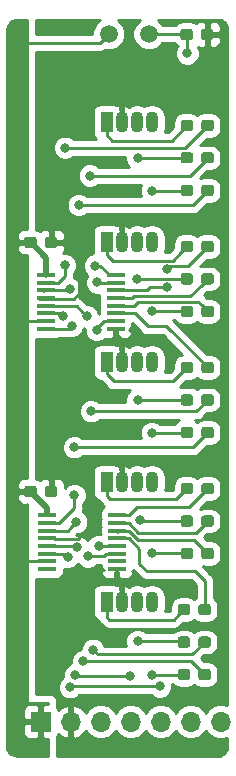
<source format=gbr>
G04 #@! TF.GenerationSoftware,KiCad,Pcbnew,5.0.2-bee76a0~70~ubuntu16.04.1*
G04 #@! TF.CreationDate,2020-01-15T21:00:25+00:00*
G04 #@! TF.ProjectId,receiver,72656365-6976-4657-922e-6b696361645f,rev?*
G04 #@! TF.SameCoordinates,Original*
G04 #@! TF.FileFunction,Copper,L2,Bot*
G04 #@! TF.FilePolarity,Positive*
%FSLAX46Y46*%
G04 Gerber Fmt 4.6, Leading zero omitted, Abs format (unit mm)*
G04 Created by KiCad (PCBNEW 5.0.2-bee76a0~70~ubuntu16.04.1) date Wed 15 Jan 2020 21:00:25 GMT*
%MOMM*%
%LPD*%
G01*
G04 APERTURE LIST*
G04 #@! TA.AperFunction,Conductor*
%ADD10C,0.500000*%
G04 #@! TD*
G04 #@! TA.AperFunction,SMDPad,CuDef*
%ADD11C,0.950000*%
G04 #@! TD*
G04 #@! TA.AperFunction,ComponentPad*
%ADD12R,1.700000X1.700000*%
G04 #@! TD*
G04 #@! TA.AperFunction,ComponentPad*
%ADD13O,1.700000X1.700000*%
G04 #@! TD*
G04 #@! TA.AperFunction,ComponentPad*
%ADD14C,1.500000*%
G04 #@! TD*
G04 #@! TA.AperFunction,SMDPad,CuDef*
%ADD15R,1.500000X0.450000*%
G04 #@! TD*
G04 #@! TA.AperFunction,ComponentPad*
%ADD16R,1.070000X1.800000*%
G04 #@! TD*
G04 #@! TA.AperFunction,ComponentPad*
%ADD17O,1.070000X1.800000*%
G04 #@! TD*
G04 #@! TA.AperFunction,ViaPad*
%ADD18C,0.800000*%
G04 #@! TD*
G04 #@! TA.AperFunction,Conductor*
%ADD19C,0.250000*%
G04 #@! TD*
G04 #@! TA.AperFunction,Conductor*
%ADD20C,0.254000*%
G04 #@! TD*
G04 APERTURE END LIST*
D10*
G04 #@! TO.N,Net-(D1-Pad1)*
G04 #@! TO.C,R3*
G36*
X154415779Y-63276144D02*
X154438834Y-63279563D01*
X154461443Y-63285227D01*
X154483387Y-63293079D01*
X154504457Y-63303044D01*
X154524448Y-63315026D01*
X154543168Y-63328910D01*
X154560438Y-63344562D01*
X154576090Y-63361832D01*
X154589974Y-63380552D01*
X154601956Y-63400543D01*
X154611921Y-63421613D01*
X154619773Y-63443557D01*
X154625437Y-63466166D01*
X154628856Y-63489221D01*
X154630000Y-63512500D01*
X154630000Y-63987500D01*
X154628856Y-64010779D01*
X154625437Y-64033834D01*
X154619773Y-64056443D01*
X154611921Y-64078387D01*
X154601956Y-64099457D01*
X154589974Y-64119448D01*
X154576090Y-64138168D01*
X154560438Y-64155438D01*
X154543168Y-64171090D01*
X154524448Y-64184974D01*
X154504457Y-64196956D01*
X154483387Y-64206921D01*
X154461443Y-64214773D01*
X154438834Y-64220437D01*
X154415779Y-64223856D01*
X154392500Y-64225000D01*
X153817500Y-64225000D01*
X153794221Y-64223856D01*
X153771166Y-64220437D01*
X153748557Y-64214773D01*
X153726613Y-64206921D01*
X153705543Y-64196956D01*
X153685552Y-64184974D01*
X153666832Y-64171090D01*
X153649562Y-64155438D01*
X153633910Y-64138168D01*
X153620026Y-64119448D01*
X153608044Y-64099457D01*
X153598079Y-64078387D01*
X153590227Y-64056443D01*
X153584563Y-64033834D01*
X153581144Y-64010779D01*
X153580000Y-63987500D01*
X153580000Y-63512500D01*
X153581144Y-63489221D01*
X153584563Y-63466166D01*
X153590227Y-63443557D01*
X153598079Y-63421613D01*
X153608044Y-63400543D01*
X153620026Y-63380552D01*
X153633910Y-63361832D01*
X153649562Y-63344562D01*
X153666832Y-63328910D01*
X153685552Y-63315026D01*
X153705543Y-63303044D01*
X153726613Y-63293079D01*
X153748557Y-63285227D01*
X153771166Y-63279563D01*
X153794221Y-63276144D01*
X153817500Y-63275000D01*
X154392500Y-63275000D01*
X154415779Y-63276144D01*
X154415779Y-63276144D01*
G37*
D11*
G04 #@! TD*
G04 #@! TO.P,R3,1*
G04 #@! TO.N,Net-(D1-Pad1)*
X154105000Y-63750000D03*
D10*
G04 #@! TO.N,Net-(R3-Pad2)*
G04 #@! TO.C,R3*
G36*
X156165779Y-63276144D02*
X156188834Y-63279563D01*
X156211443Y-63285227D01*
X156233387Y-63293079D01*
X156254457Y-63303044D01*
X156274448Y-63315026D01*
X156293168Y-63328910D01*
X156310438Y-63344562D01*
X156326090Y-63361832D01*
X156339974Y-63380552D01*
X156351956Y-63400543D01*
X156361921Y-63421613D01*
X156369773Y-63443557D01*
X156375437Y-63466166D01*
X156378856Y-63489221D01*
X156380000Y-63512500D01*
X156380000Y-63987500D01*
X156378856Y-64010779D01*
X156375437Y-64033834D01*
X156369773Y-64056443D01*
X156361921Y-64078387D01*
X156351956Y-64099457D01*
X156339974Y-64119448D01*
X156326090Y-64138168D01*
X156310438Y-64155438D01*
X156293168Y-64171090D01*
X156274448Y-64184974D01*
X156254457Y-64196956D01*
X156233387Y-64206921D01*
X156211443Y-64214773D01*
X156188834Y-64220437D01*
X156165779Y-64223856D01*
X156142500Y-64225000D01*
X155567500Y-64225000D01*
X155544221Y-64223856D01*
X155521166Y-64220437D01*
X155498557Y-64214773D01*
X155476613Y-64206921D01*
X155455543Y-64196956D01*
X155435552Y-64184974D01*
X155416832Y-64171090D01*
X155399562Y-64155438D01*
X155383910Y-64138168D01*
X155370026Y-64119448D01*
X155358044Y-64099457D01*
X155348079Y-64078387D01*
X155340227Y-64056443D01*
X155334563Y-64033834D01*
X155331144Y-64010779D01*
X155330000Y-63987500D01*
X155330000Y-63512500D01*
X155331144Y-63489221D01*
X155334563Y-63466166D01*
X155340227Y-63443557D01*
X155348079Y-63421613D01*
X155358044Y-63400543D01*
X155370026Y-63380552D01*
X155383910Y-63361832D01*
X155399562Y-63344562D01*
X155416832Y-63328910D01*
X155435552Y-63315026D01*
X155455543Y-63303044D01*
X155476613Y-63293079D01*
X155498557Y-63285227D01*
X155521166Y-63279563D01*
X155544221Y-63276144D01*
X155567500Y-63275000D01*
X156142500Y-63275000D01*
X156165779Y-63276144D01*
X156165779Y-63276144D01*
G37*
D11*
G04 #@! TD*
G04 #@! TO.P,R3,2*
G04 #@! TO.N,Net-(R3-Pad2)*
X155855000Y-63750000D03*
D10*
G04 #@! TO.N,GND*
G04 #@! TO.C,C1*
G36*
X142917779Y-73176144D02*
X142940834Y-73179563D01*
X142963443Y-73185227D01*
X142985387Y-73193079D01*
X143006457Y-73203044D01*
X143026448Y-73215026D01*
X143045168Y-73228910D01*
X143062438Y-73244562D01*
X143078090Y-73261832D01*
X143091974Y-73280552D01*
X143103956Y-73300543D01*
X143113921Y-73321613D01*
X143121773Y-73343557D01*
X143127437Y-73366166D01*
X143130856Y-73389221D01*
X143132000Y-73412500D01*
X143132000Y-73887500D01*
X143130856Y-73910779D01*
X143127437Y-73933834D01*
X143121773Y-73956443D01*
X143113921Y-73978387D01*
X143103956Y-73999457D01*
X143091974Y-74019448D01*
X143078090Y-74038168D01*
X143062438Y-74055438D01*
X143045168Y-74071090D01*
X143026448Y-74084974D01*
X143006457Y-74096956D01*
X142985387Y-74106921D01*
X142963443Y-74114773D01*
X142940834Y-74120437D01*
X142917779Y-74123856D01*
X142894500Y-74125000D01*
X142319500Y-74125000D01*
X142296221Y-74123856D01*
X142273166Y-74120437D01*
X142250557Y-74114773D01*
X142228613Y-74106921D01*
X142207543Y-74096956D01*
X142187552Y-74084974D01*
X142168832Y-74071090D01*
X142151562Y-74055438D01*
X142135910Y-74038168D01*
X142122026Y-74019448D01*
X142110044Y-73999457D01*
X142100079Y-73978387D01*
X142092227Y-73956443D01*
X142086563Y-73933834D01*
X142083144Y-73910779D01*
X142082000Y-73887500D01*
X142082000Y-73412500D01*
X142083144Y-73389221D01*
X142086563Y-73366166D01*
X142092227Y-73343557D01*
X142100079Y-73321613D01*
X142110044Y-73300543D01*
X142122026Y-73280552D01*
X142135910Y-73261832D01*
X142151562Y-73244562D01*
X142168832Y-73228910D01*
X142187552Y-73215026D01*
X142207543Y-73203044D01*
X142228613Y-73193079D01*
X142250557Y-73185227D01*
X142273166Y-73179563D01*
X142296221Y-73176144D01*
X142319500Y-73175000D01*
X142894500Y-73175000D01*
X142917779Y-73176144D01*
X142917779Y-73176144D01*
G37*
D11*
G04 #@! TD*
G04 #@! TO.P,C1,2*
G04 #@! TO.N,GND*
X142607000Y-73650000D03*
D10*
G04 #@! TO.N,+3V3*
G04 #@! TO.C,C1*
G36*
X141167779Y-73176144D02*
X141190834Y-73179563D01*
X141213443Y-73185227D01*
X141235387Y-73193079D01*
X141256457Y-73203044D01*
X141276448Y-73215026D01*
X141295168Y-73228910D01*
X141312438Y-73244562D01*
X141328090Y-73261832D01*
X141341974Y-73280552D01*
X141353956Y-73300543D01*
X141363921Y-73321613D01*
X141371773Y-73343557D01*
X141377437Y-73366166D01*
X141380856Y-73389221D01*
X141382000Y-73412500D01*
X141382000Y-73887500D01*
X141380856Y-73910779D01*
X141377437Y-73933834D01*
X141371773Y-73956443D01*
X141363921Y-73978387D01*
X141353956Y-73999457D01*
X141341974Y-74019448D01*
X141328090Y-74038168D01*
X141312438Y-74055438D01*
X141295168Y-74071090D01*
X141276448Y-74084974D01*
X141256457Y-74096956D01*
X141235387Y-74106921D01*
X141213443Y-74114773D01*
X141190834Y-74120437D01*
X141167779Y-74123856D01*
X141144500Y-74125000D01*
X140569500Y-74125000D01*
X140546221Y-74123856D01*
X140523166Y-74120437D01*
X140500557Y-74114773D01*
X140478613Y-74106921D01*
X140457543Y-74096956D01*
X140437552Y-74084974D01*
X140418832Y-74071090D01*
X140401562Y-74055438D01*
X140385910Y-74038168D01*
X140372026Y-74019448D01*
X140360044Y-73999457D01*
X140350079Y-73978387D01*
X140342227Y-73956443D01*
X140336563Y-73933834D01*
X140333144Y-73910779D01*
X140332000Y-73887500D01*
X140332000Y-73412500D01*
X140333144Y-73389221D01*
X140336563Y-73366166D01*
X140342227Y-73343557D01*
X140350079Y-73321613D01*
X140360044Y-73300543D01*
X140372026Y-73280552D01*
X140385910Y-73261832D01*
X140401562Y-73244562D01*
X140418832Y-73228910D01*
X140437552Y-73215026D01*
X140457543Y-73203044D01*
X140478613Y-73193079D01*
X140500557Y-73185227D01*
X140523166Y-73179563D01*
X140546221Y-73176144D01*
X140569500Y-73175000D01*
X141144500Y-73175000D01*
X141167779Y-73176144D01*
X141167779Y-73176144D01*
G37*
D11*
G04 #@! TD*
G04 #@! TO.P,C1,1*
G04 #@! TO.N,+3V3*
X140857000Y-73650000D03*
D10*
G04 #@! TO.N,+3V3*
G04 #@! TO.C,C2*
G36*
X141167779Y-94268144D02*
X141190834Y-94271563D01*
X141213443Y-94277227D01*
X141235387Y-94285079D01*
X141256457Y-94295044D01*
X141276448Y-94307026D01*
X141295168Y-94320910D01*
X141312438Y-94336562D01*
X141328090Y-94353832D01*
X141341974Y-94372552D01*
X141353956Y-94392543D01*
X141363921Y-94413613D01*
X141371773Y-94435557D01*
X141377437Y-94458166D01*
X141380856Y-94481221D01*
X141382000Y-94504500D01*
X141382000Y-94979500D01*
X141380856Y-95002779D01*
X141377437Y-95025834D01*
X141371773Y-95048443D01*
X141363921Y-95070387D01*
X141353956Y-95091457D01*
X141341974Y-95111448D01*
X141328090Y-95130168D01*
X141312438Y-95147438D01*
X141295168Y-95163090D01*
X141276448Y-95176974D01*
X141256457Y-95188956D01*
X141235387Y-95198921D01*
X141213443Y-95206773D01*
X141190834Y-95212437D01*
X141167779Y-95215856D01*
X141144500Y-95217000D01*
X140569500Y-95217000D01*
X140546221Y-95215856D01*
X140523166Y-95212437D01*
X140500557Y-95206773D01*
X140478613Y-95198921D01*
X140457543Y-95188956D01*
X140437552Y-95176974D01*
X140418832Y-95163090D01*
X140401562Y-95147438D01*
X140385910Y-95130168D01*
X140372026Y-95111448D01*
X140360044Y-95091457D01*
X140350079Y-95070387D01*
X140342227Y-95048443D01*
X140336563Y-95025834D01*
X140333144Y-95002779D01*
X140332000Y-94979500D01*
X140332000Y-94504500D01*
X140333144Y-94481221D01*
X140336563Y-94458166D01*
X140342227Y-94435557D01*
X140350079Y-94413613D01*
X140360044Y-94392543D01*
X140372026Y-94372552D01*
X140385910Y-94353832D01*
X140401562Y-94336562D01*
X140418832Y-94320910D01*
X140437552Y-94307026D01*
X140457543Y-94295044D01*
X140478613Y-94285079D01*
X140500557Y-94277227D01*
X140523166Y-94271563D01*
X140546221Y-94268144D01*
X140569500Y-94267000D01*
X141144500Y-94267000D01*
X141167779Y-94268144D01*
X141167779Y-94268144D01*
G37*
D11*
G04 #@! TD*
G04 #@! TO.P,C2,1*
G04 #@! TO.N,+3V3*
X140857000Y-94742000D03*
D10*
G04 #@! TO.N,GND*
G04 #@! TO.C,C2*
G36*
X142917779Y-94268144D02*
X142940834Y-94271563D01*
X142963443Y-94277227D01*
X142985387Y-94285079D01*
X143006457Y-94295044D01*
X143026448Y-94307026D01*
X143045168Y-94320910D01*
X143062438Y-94336562D01*
X143078090Y-94353832D01*
X143091974Y-94372552D01*
X143103956Y-94392543D01*
X143113921Y-94413613D01*
X143121773Y-94435557D01*
X143127437Y-94458166D01*
X143130856Y-94481221D01*
X143132000Y-94504500D01*
X143132000Y-94979500D01*
X143130856Y-95002779D01*
X143127437Y-95025834D01*
X143121773Y-95048443D01*
X143113921Y-95070387D01*
X143103956Y-95091457D01*
X143091974Y-95111448D01*
X143078090Y-95130168D01*
X143062438Y-95147438D01*
X143045168Y-95163090D01*
X143026448Y-95176974D01*
X143006457Y-95188956D01*
X142985387Y-95198921D01*
X142963443Y-95206773D01*
X142940834Y-95212437D01*
X142917779Y-95215856D01*
X142894500Y-95217000D01*
X142319500Y-95217000D01*
X142296221Y-95215856D01*
X142273166Y-95212437D01*
X142250557Y-95206773D01*
X142228613Y-95198921D01*
X142207543Y-95188956D01*
X142187552Y-95176974D01*
X142168832Y-95163090D01*
X142151562Y-95147438D01*
X142135910Y-95130168D01*
X142122026Y-95111448D01*
X142110044Y-95091457D01*
X142100079Y-95070387D01*
X142092227Y-95048443D01*
X142086563Y-95025834D01*
X142083144Y-95002779D01*
X142082000Y-94979500D01*
X142082000Y-94504500D01*
X142083144Y-94481221D01*
X142086563Y-94458166D01*
X142092227Y-94435557D01*
X142100079Y-94413613D01*
X142110044Y-94392543D01*
X142122026Y-94372552D01*
X142135910Y-94353832D01*
X142151562Y-94336562D01*
X142168832Y-94320910D01*
X142187552Y-94307026D01*
X142207543Y-94295044D01*
X142228613Y-94285079D01*
X142250557Y-94277227D01*
X142273166Y-94271563D01*
X142296221Y-94268144D01*
X142319500Y-94267000D01*
X142894500Y-94267000D01*
X142917779Y-94268144D01*
X142917779Y-94268144D01*
G37*
D11*
G04 #@! TD*
G04 #@! TO.P,C2,2*
G04 #@! TO.N,GND*
X142607000Y-94742000D03*
D12*
G04 #@! TO.P,J1,1*
G04 #@! TO.N,+3V3*
X141730000Y-114250000D03*
D13*
G04 #@! TO.P,J1,2*
G04 #@! TO.N,GND*
X144270000Y-114250000D03*
G04 #@! TO.P,J1,3*
G04 #@! TO.N,DATA*
X146810000Y-114250000D03*
G04 #@! TO.P,J1,4*
G04 #@! TO.N,LATCH*
X149350000Y-114250000D03*
G04 #@! TO.P,J1,5*
G04 #@! TO.N,CLOCK*
X151890000Y-114250000D03*
G04 #@! TO.P,J1,6*
G04 #@! TO.N,N/C*
X154430000Y-114250000D03*
G04 #@! TO.P,J1,7*
G04 #@! TO.N,LDR*
X156970000Y-114250000D03*
G04 #@! TD*
D14*
G04 #@! TO.P,R1,1*
G04 #@! TO.N,+3V3*
X147480000Y-56000000D03*
G04 #@! TO.P,R1,2*
G04 #@! TO.N,LDR*
X150880000Y-56000000D03*
G04 #@! TD*
D10*
G04 #@! TO.N,GND*
G04 #@! TO.C,R2*
G36*
X156135779Y-55576144D02*
X156158834Y-55579563D01*
X156181443Y-55585227D01*
X156203387Y-55593079D01*
X156224457Y-55603044D01*
X156244448Y-55615026D01*
X156263168Y-55628910D01*
X156280438Y-55644562D01*
X156296090Y-55661832D01*
X156309974Y-55680552D01*
X156321956Y-55700543D01*
X156331921Y-55721613D01*
X156339773Y-55743557D01*
X156345437Y-55766166D01*
X156348856Y-55789221D01*
X156350000Y-55812500D01*
X156350000Y-56287500D01*
X156348856Y-56310779D01*
X156345437Y-56333834D01*
X156339773Y-56356443D01*
X156331921Y-56378387D01*
X156321956Y-56399457D01*
X156309974Y-56419448D01*
X156296090Y-56438168D01*
X156280438Y-56455438D01*
X156263168Y-56471090D01*
X156244448Y-56484974D01*
X156224457Y-56496956D01*
X156203387Y-56506921D01*
X156181443Y-56514773D01*
X156158834Y-56520437D01*
X156135779Y-56523856D01*
X156112500Y-56525000D01*
X155537500Y-56525000D01*
X155514221Y-56523856D01*
X155491166Y-56520437D01*
X155468557Y-56514773D01*
X155446613Y-56506921D01*
X155425543Y-56496956D01*
X155405552Y-56484974D01*
X155386832Y-56471090D01*
X155369562Y-56455438D01*
X155353910Y-56438168D01*
X155340026Y-56419448D01*
X155328044Y-56399457D01*
X155318079Y-56378387D01*
X155310227Y-56356443D01*
X155304563Y-56333834D01*
X155301144Y-56310779D01*
X155300000Y-56287500D01*
X155300000Y-55812500D01*
X155301144Y-55789221D01*
X155304563Y-55766166D01*
X155310227Y-55743557D01*
X155318079Y-55721613D01*
X155328044Y-55700543D01*
X155340026Y-55680552D01*
X155353910Y-55661832D01*
X155369562Y-55644562D01*
X155386832Y-55628910D01*
X155405552Y-55615026D01*
X155425543Y-55603044D01*
X155446613Y-55593079D01*
X155468557Y-55585227D01*
X155491166Y-55579563D01*
X155514221Y-55576144D01*
X155537500Y-55575000D01*
X156112500Y-55575000D01*
X156135779Y-55576144D01*
X156135779Y-55576144D01*
G37*
D11*
G04 #@! TD*
G04 #@! TO.P,R2,2*
G04 #@! TO.N,GND*
X155825000Y-56050000D03*
D10*
G04 #@! TO.N,LDR*
G04 #@! TO.C,R2*
G36*
X154385779Y-55576144D02*
X154408834Y-55579563D01*
X154431443Y-55585227D01*
X154453387Y-55593079D01*
X154474457Y-55603044D01*
X154494448Y-55615026D01*
X154513168Y-55628910D01*
X154530438Y-55644562D01*
X154546090Y-55661832D01*
X154559974Y-55680552D01*
X154571956Y-55700543D01*
X154581921Y-55721613D01*
X154589773Y-55743557D01*
X154595437Y-55766166D01*
X154598856Y-55789221D01*
X154600000Y-55812500D01*
X154600000Y-56287500D01*
X154598856Y-56310779D01*
X154595437Y-56333834D01*
X154589773Y-56356443D01*
X154581921Y-56378387D01*
X154571956Y-56399457D01*
X154559974Y-56419448D01*
X154546090Y-56438168D01*
X154530438Y-56455438D01*
X154513168Y-56471090D01*
X154494448Y-56484974D01*
X154474457Y-56496956D01*
X154453387Y-56506921D01*
X154431443Y-56514773D01*
X154408834Y-56520437D01*
X154385779Y-56523856D01*
X154362500Y-56525000D01*
X153787500Y-56525000D01*
X153764221Y-56523856D01*
X153741166Y-56520437D01*
X153718557Y-56514773D01*
X153696613Y-56506921D01*
X153675543Y-56496956D01*
X153655552Y-56484974D01*
X153636832Y-56471090D01*
X153619562Y-56455438D01*
X153603910Y-56438168D01*
X153590026Y-56419448D01*
X153578044Y-56399457D01*
X153568079Y-56378387D01*
X153560227Y-56356443D01*
X153554563Y-56333834D01*
X153551144Y-56310779D01*
X153550000Y-56287500D01*
X153550000Y-55812500D01*
X153551144Y-55789221D01*
X153554563Y-55766166D01*
X153560227Y-55743557D01*
X153568079Y-55721613D01*
X153578044Y-55700543D01*
X153590026Y-55680552D01*
X153603910Y-55661832D01*
X153619562Y-55644562D01*
X153636832Y-55628910D01*
X153655552Y-55615026D01*
X153675543Y-55603044D01*
X153696613Y-55593079D01*
X153718557Y-55585227D01*
X153741166Y-55579563D01*
X153764221Y-55576144D01*
X153787500Y-55575000D01*
X154362500Y-55575000D01*
X154385779Y-55576144D01*
X154385779Y-55576144D01*
G37*
D11*
G04 #@! TD*
G04 #@! TO.P,R2,1*
G04 #@! TO.N,LDR*
X154075000Y-56050000D03*
D10*
G04 #@! TO.N,Net-(R4-Pad2)*
G04 #@! TO.C,R4*
G36*
X156165779Y-94026144D02*
X156188834Y-94029563D01*
X156211443Y-94035227D01*
X156233387Y-94043079D01*
X156254457Y-94053044D01*
X156274448Y-94065026D01*
X156293168Y-94078910D01*
X156310438Y-94094562D01*
X156326090Y-94111832D01*
X156339974Y-94130552D01*
X156351956Y-94150543D01*
X156361921Y-94171613D01*
X156369773Y-94193557D01*
X156375437Y-94216166D01*
X156378856Y-94239221D01*
X156380000Y-94262500D01*
X156380000Y-94737500D01*
X156378856Y-94760779D01*
X156375437Y-94783834D01*
X156369773Y-94806443D01*
X156361921Y-94828387D01*
X156351956Y-94849457D01*
X156339974Y-94869448D01*
X156326090Y-94888168D01*
X156310438Y-94905438D01*
X156293168Y-94921090D01*
X156274448Y-94934974D01*
X156254457Y-94946956D01*
X156233387Y-94956921D01*
X156211443Y-94964773D01*
X156188834Y-94970437D01*
X156165779Y-94973856D01*
X156142500Y-94975000D01*
X155567500Y-94975000D01*
X155544221Y-94973856D01*
X155521166Y-94970437D01*
X155498557Y-94964773D01*
X155476613Y-94956921D01*
X155455543Y-94946956D01*
X155435552Y-94934974D01*
X155416832Y-94921090D01*
X155399562Y-94905438D01*
X155383910Y-94888168D01*
X155370026Y-94869448D01*
X155358044Y-94849457D01*
X155348079Y-94828387D01*
X155340227Y-94806443D01*
X155334563Y-94783834D01*
X155331144Y-94760779D01*
X155330000Y-94737500D01*
X155330000Y-94262500D01*
X155331144Y-94239221D01*
X155334563Y-94216166D01*
X155340227Y-94193557D01*
X155348079Y-94171613D01*
X155358044Y-94150543D01*
X155370026Y-94130552D01*
X155383910Y-94111832D01*
X155399562Y-94094562D01*
X155416832Y-94078910D01*
X155435552Y-94065026D01*
X155455543Y-94053044D01*
X155476613Y-94043079D01*
X155498557Y-94035227D01*
X155521166Y-94029563D01*
X155544221Y-94026144D01*
X155567500Y-94025000D01*
X156142500Y-94025000D01*
X156165779Y-94026144D01*
X156165779Y-94026144D01*
G37*
D11*
G04 #@! TD*
G04 #@! TO.P,R4,2*
G04 #@! TO.N,Net-(R4-Pad2)*
X155855000Y-94500000D03*
D10*
G04 #@! TO.N,Net-(D2-Pad1)*
G04 #@! TO.C,R4*
G36*
X154415779Y-94026144D02*
X154438834Y-94029563D01*
X154461443Y-94035227D01*
X154483387Y-94043079D01*
X154504457Y-94053044D01*
X154524448Y-94065026D01*
X154543168Y-94078910D01*
X154560438Y-94094562D01*
X154576090Y-94111832D01*
X154589974Y-94130552D01*
X154601956Y-94150543D01*
X154611921Y-94171613D01*
X154619773Y-94193557D01*
X154625437Y-94216166D01*
X154628856Y-94239221D01*
X154630000Y-94262500D01*
X154630000Y-94737500D01*
X154628856Y-94760779D01*
X154625437Y-94783834D01*
X154619773Y-94806443D01*
X154611921Y-94828387D01*
X154601956Y-94849457D01*
X154589974Y-94869448D01*
X154576090Y-94888168D01*
X154560438Y-94905438D01*
X154543168Y-94921090D01*
X154524448Y-94934974D01*
X154504457Y-94946956D01*
X154483387Y-94956921D01*
X154461443Y-94964773D01*
X154438834Y-94970437D01*
X154415779Y-94973856D01*
X154392500Y-94975000D01*
X153817500Y-94975000D01*
X153794221Y-94973856D01*
X153771166Y-94970437D01*
X153748557Y-94964773D01*
X153726613Y-94956921D01*
X153705543Y-94946956D01*
X153685552Y-94934974D01*
X153666832Y-94921090D01*
X153649562Y-94905438D01*
X153633910Y-94888168D01*
X153620026Y-94869448D01*
X153608044Y-94849457D01*
X153598079Y-94828387D01*
X153590227Y-94806443D01*
X153584563Y-94783834D01*
X153581144Y-94760779D01*
X153580000Y-94737500D01*
X153580000Y-94262500D01*
X153581144Y-94239221D01*
X153584563Y-94216166D01*
X153590227Y-94193557D01*
X153598079Y-94171613D01*
X153608044Y-94150543D01*
X153620026Y-94130552D01*
X153633910Y-94111832D01*
X153649562Y-94094562D01*
X153666832Y-94078910D01*
X153685552Y-94065026D01*
X153705543Y-94053044D01*
X153726613Y-94043079D01*
X153748557Y-94035227D01*
X153771166Y-94029563D01*
X153794221Y-94026144D01*
X153817500Y-94025000D01*
X154392500Y-94025000D01*
X154415779Y-94026144D01*
X154415779Y-94026144D01*
G37*
D11*
G04 #@! TD*
G04 #@! TO.P,R4,1*
G04 #@! TO.N,Net-(D2-Pad1)*
X154105000Y-94500000D03*
D10*
G04 #@! TO.N,Net-(R6-Pad2)*
G04 #@! TO.C,R6*
G36*
X156165779Y-66026144D02*
X156188834Y-66029563D01*
X156211443Y-66035227D01*
X156233387Y-66043079D01*
X156254457Y-66053044D01*
X156274448Y-66065026D01*
X156293168Y-66078910D01*
X156310438Y-66094562D01*
X156326090Y-66111832D01*
X156339974Y-66130552D01*
X156351956Y-66150543D01*
X156361921Y-66171613D01*
X156369773Y-66193557D01*
X156375437Y-66216166D01*
X156378856Y-66239221D01*
X156380000Y-66262500D01*
X156380000Y-66737500D01*
X156378856Y-66760779D01*
X156375437Y-66783834D01*
X156369773Y-66806443D01*
X156361921Y-66828387D01*
X156351956Y-66849457D01*
X156339974Y-66869448D01*
X156326090Y-66888168D01*
X156310438Y-66905438D01*
X156293168Y-66921090D01*
X156274448Y-66934974D01*
X156254457Y-66946956D01*
X156233387Y-66956921D01*
X156211443Y-66964773D01*
X156188834Y-66970437D01*
X156165779Y-66973856D01*
X156142500Y-66975000D01*
X155567500Y-66975000D01*
X155544221Y-66973856D01*
X155521166Y-66970437D01*
X155498557Y-66964773D01*
X155476613Y-66956921D01*
X155455543Y-66946956D01*
X155435552Y-66934974D01*
X155416832Y-66921090D01*
X155399562Y-66905438D01*
X155383910Y-66888168D01*
X155370026Y-66869448D01*
X155358044Y-66849457D01*
X155348079Y-66828387D01*
X155340227Y-66806443D01*
X155334563Y-66783834D01*
X155331144Y-66760779D01*
X155330000Y-66737500D01*
X155330000Y-66262500D01*
X155331144Y-66239221D01*
X155334563Y-66216166D01*
X155340227Y-66193557D01*
X155348079Y-66171613D01*
X155358044Y-66150543D01*
X155370026Y-66130552D01*
X155383910Y-66111832D01*
X155399562Y-66094562D01*
X155416832Y-66078910D01*
X155435552Y-66065026D01*
X155455543Y-66053044D01*
X155476613Y-66043079D01*
X155498557Y-66035227D01*
X155521166Y-66029563D01*
X155544221Y-66026144D01*
X155567500Y-66025000D01*
X156142500Y-66025000D01*
X156165779Y-66026144D01*
X156165779Y-66026144D01*
G37*
D11*
G04 #@! TD*
G04 #@! TO.P,R6,2*
G04 #@! TO.N,Net-(R6-Pad2)*
X155855000Y-66500000D03*
D10*
G04 #@! TO.N,Net-(D1-Pad3)*
G04 #@! TO.C,R6*
G36*
X154415779Y-66026144D02*
X154438834Y-66029563D01*
X154461443Y-66035227D01*
X154483387Y-66043079D01*
X154504457Y-66053044D01*
X154524448Y-66065026D01*
X154543168Y-66078910D01*
X154560438Y-66094562D01*
X154576090Y-66111832D01*
X154589974Y-66130552D01*
X154601956Y-66150543D01*
X154611921Y-66171613D01*
X154619773Y-66193557D01*
X154625437Y-66216166D01*
X154628856Y-66239221D01*
X154630000Y-66262500D01*
X154630000Y-66737500D01*
X154628856Y-66760779D01*
X154625437Y-66783834D01*
X154619773Y-66806443D01*
X154611921Y-66828387D01*
X154601956Y-66849457D01*
X154589974Y-66869448D01*
X154576090Y-66888168D01*
X154560438Y-66905438D01*
X154543168Y-66921090D01*
X154524448Y-66934974D01*
X154504457Y-66946956D01*
X154483387Y-66956921D01*
X154461443Y-66964773D01*
X154438834Y-66970437D01*
X154415779Y-66973856D01*
X154392500Y-66975000D01*
X153817500Y-66975000D01*
X153794221Y-66973856D01*
X153771166Y-66970437D01*
X153748557Y-66964773D01*
X153726613Y-66956921D01*
X153705543Y-66946956D01*
X153685552Y-66934974D01*
X153666832Y-66921090D01*
X153649562Y-66905438D01*
X153633910Y-66888168D01*
X153620026Y-66869448D01*
X153608044Y-66849457D01*
X153598079Y-66828387D01*
X153590227Y-66806443D01*
X153584563Y-66783834D01*
X153581144Y-66760779D01*
X153580000Y-66737500D01*
X153580000Y-66262500D01*
X153581144Y-66239221D01*
X153584563Y-66216166D01*
X153590227Y-66193557D01*
X153598079Y-66171613D01*
X153608044Y-66150543D01*
X153620026Y-66130552D01*
X153633910Y-66111832D01*
X153649562Y-66094562D01*
X153666832Y-66078910D01*
X153685552Y-66065026D01*
X153705543Y-66053044D01*
X153726613Y-66043079D01*
X153748557Y-66035227D01*
X153771166Y-66029563D01*
X153794221Y-66026144D01*
X153817500Y-66025000D01*
X154392500Y-66025000D01*
X154415779Y-66026144D01*
X154415779Y-66026144D01*
G37*
D11*
G04 #@! TD*
G04 #@! TO.P,R6,1*
G04 #@! TO.N,Net-(D1-Pad3)*
X154105000Y-66500000D03*
D10*
G04 #@! TO.N,Net-(D2-Pad3)*
G04 #@! TO.C,R7*
G36*
X154415779Y-96776144D02*
X154438834Y-96779563D01*
X154461443Y-96785227D01*
X154483387Y-96793079D01*
X154504457Y-96803044D01*
X154524448Y-96815026D01*
X154543168Y-96828910D01*
X154560438Y-96844562D01*
X154576090Y-96861832D01*
X154589974Y-96880552D01*
X154601956Y-96900543D01*
X154611921Y-96921613D01*
X154619773Y-96943557D01*
X154625437Y-96966166D01*
X154628856Y-96989221D01*
X154630000Y-97012500D01*
X154630000Y-97487500D01*
X154628856Y-97510779D01*
X154625437Y-97533834D01*
X154619773Y-97556443D01*
X154611921Y-97578387D01*
X154601956Y-97599457D01*
X154589974Y-97619448D01*
X154576090Y-97638168D01*
X154560438Y-97655438D01*
X154543168Y-97671090D01*
X154524448Y-97684974D01*
X154504457Y-97696956D01*
X154483387Y-97706921D01*
X154461443Y-97714773D01*
X154438834Y-97720437D01*
X154415779Y-97723856D01*
X154392500Y-97725000D01*
X153817500Y-97725000D01*
X153794221Y-97723856D01*
X153771166Y-97720437D01*
X153748557Y-97714773D01*
X153726613Y-97706921D01*
X153705543Y-97696956D01*
X153685552Y-97684974D01*
X153666832Y-97671090D01*
X153649562Y-97655438D01*
X153633910Y-97638168D01*
X153620026Y-97619448D01*
X153608044Y-97599457D01*
X153598079Y-97578387D01*
X153590227Y-97556443D01*
X153584563Y-97533834D01*
X153581144Y-97510779D01*
X153580000Y-97487500D01*
X153580000Y-97012500D01*
X153581144Y-96989221D01*
X153584563Y-96966166D01*
X153590227Y-96943557D01*
X153598079Y-96921613D01*
X153608044Y-96900543D01*
X153620026Y-96880552D01*
X153633910Y-96861832D01*
X153649562Y-96844562D01*
X153666832Y-96828910D01*
X153685552Y-96815026D01*
X153705543Y-96803044D01*
X153726613Y-96793079D01*
X153748557Y-96785227D01*
X153771166Y-96779563D01*
X153794221Y-96776144D01*
X153817500Y-96775000D01*
X154392500Y-96775000D01*
X154415779Y-96776144D01*
X154415779Y-96776144D01*
G37*
D11*
G04 #@! TD*
G04 #@! TO.P,R7,1*
G04 #@! TO.N,Net-(D2-Pad3)*
X154105000Y-97250000D03*
D10*
G04 #@! TO.N,Net-(R7-Pad2)*
G04 #@! TO.C,R7*
G36*
X156165779Y-96776144D02*
X156188834Y-96779563D01*
X156211443Y-96785227D01*
X156233387Y-96793079D01*
X156254457Y-96803044D01*
X156274448Y-96815026D01*
X156293168Y-96828910D01*
X156310438Y-96844562D01*
X156326090Y-96861832D01*
X156339974Y-96880552D01*
X156351956Y-96900543D01*
X156361921Y-96921613D01*
X156369773Y-96943557D01*
X156375437Y-96966166D01*
X156378856Y-96989221D01*
X156380000Y-97012500D01*
X156380000Y-97487500D01*
X156378856Y-97510779D01*
X156375437Y-97533834D01*
X156369773Y-97556443D01*
X156361921Y-97578387D01*
X156351956Y-97599457D01*
X156339974Y-97619448D01*
X156326090Y-97638168D01*
X156310438Y-97655438D01*
X156293168Y-97671090D01*
X156274448Y-97684974D01*
X156254457Y-97696956D01*
X156233387Y-97706921D01*
X156211443Y-97714773D01*
X156188834Y-97720437D01*
X156165779Y-97723856D01*
X156142500Y-97725000D01*
X155567500Y-97725000D01*
X155544221Y-97723856D01*
X155521166Y-97720437D01*
X155498557Y-97714773D01*
X155476613Y-97706921D01*
X155455543Y-97696956D01*
X155435552Y-97684974D01*
X155416832Y-97671090D01*
X155399562Y-97655438D01*
X155383910Y-97638168D01*
X155370026Y-97619448D01*
X155358044Y-97599457D01*
X155348079Y-97578387D01*
X155340227Y-97556443D01*
X155334563Y-97533834D01*
X155331144Y-97510779D01*
X155330000Y-97487500D01*
X155330000Y-97012500D01*
X155331144Y-96989221D01*
X155334563Y-96966166D01*
X155340227Y-96943557D01*
X155348079Y-96921613D01*
X155358044Y-96900543D01*
X155370026Y-96880552D01*
X155383910Y-96861832D01*
X155399562Y-96844562D01*
X155416832Y-96828910D01*
X155435552Y-96815026D01*
X155455543Y-96803044D01*
X155476613Y-96793079D01*
X155498557Y-96785227D01*
X155521166Y-96779563D01*
X155544221Y-96776144D01*
X155567500Y-96775000D01*
X156142500Y-96775000D01*
X156165779Y-96776144D01*
X156165779Y-96776144D01*
G37*
D11*
G04 #@! TD*
G04 #@! TO.P,R7,2*
G04 #@! TO.N,Net-(R7-Pad2)*
X155855000Y-97250000D03*
D10*
G04 #@! TO.N,Net-(D1-Pad4)*
G04 #@! TO.C,R9*
G36*
X154415779Y-68776144D02*
X154438834Y-68779563D01*
X154461443Y-68785227D01*
X154483387Y-68793079D01*
X154504457Y-68803044D01*
X154524448Y-68815026D01*
X154543168Y-68828910D01*
X154560438Y-68844562D01*
X154576090Y-68861832D01*
X154589974Y-68880552D01*
X154601956Y-68900543D01*
X154611921Y-68921613D01*
X154619773Y-68943557D01*
X154625437Y-68966166D01*
X154628856Y-68989221D01*
X154630000Y-69012500D01*
X154630000Y-69487500D01*
X154628856Y-69510779D01*
X154625437Y-69533834D01*
X154619773Y-69556443D01*
X154611921Y-69578387D01*
X154601956Y-69599457D01*
X154589974Y-69619448D01*
X154576090Y-69638168D01*
X154560438Y-69655438D01*
X154543168Y-69671090D01*
X154524448Y-69684974D01*
X154504457Y-69696956D01*
X154483387Y-69706921D01*
X154461443Y-69714773D01*
X154438834Y-69720437D01*
X154415779Y-69723856D01*
X154392500Y-69725000D01*
X153817500Y-69725000D01*
X153794221Y-69723856D01*
X153771166Y-69720437D01*
X153748557Y-69714773D01*
X153726613Y-69706921D01*
X153705543Y-69696956D01*
X153685552Y-69684974D01*
X153666832Y-69671090D01*
X153649562Y-69655438D01*
X153633910Y-69638168D01*
X153620026Y-69619448D01*
X153608044Y-69599457D01*
X153598079Y-69578387D01*
X153590227Y-69556443D01*
X153584563Y-69533834D01*
X153581144Y-69510779D01*
X153580000Y-69487500D01*
X153580000Y-69012500D01*
X153581144Y-68989221D01*
X153584563Y-68966166D01*
X153590227Y-68943557D01*
X153598079Y-68921613D01*
X153608044Y-68900543D01*
X153620026Y-68880552D01*
X153633910Y-68861832D01*
X153649562Y-68844562D01*
X153666832Y-68828910D01*
X153685552Y-68815026D01*
X153705543Y-68803044D01*
X153726613Y-68793079D01*
X153748557Y-68785227D01*
X153771166Y-68779563D01*
X153794221Y-68776144D01*
X153817500Y-68775000D01*
X154392500Y-68775000D01*
X154415779Y-68776144D01*
X154415779Y-68776144D01*
G37*
D11*
G04 #@! TD*
G04 #@! TO.P,R9,1*
G04 #@! TO.N,Net-(D1-Pad4)*
X154105000Y-69250000D03*
D10*
G04 #@! TO.N,Net-(R9-Pad2)*
G04 #@! TO.C,R9*
G36*
X156165779Y-68776144D02*
X156188834Y-68779563D01*
X156211443Y-68785227D01*
X156233387Y-68793079D01*
X156254457Y-68803044D01*
X156274448Y-68815026D01*
X156293168Y-68828910D01*
X156310438Y-68844562D01*
X156326090Y-68861832D01*
X156339974Y-68880552D01*
X156351956Y-68900543D01*
X156361921Y-68921613D01*
X156369773Y-68943557D01*
X156375437Y-68966166D01*
X156378856Y-68989221D01*
X156380000Y-69012500D01*
X156380000Y-69487500D01*
X156378856Y-69510779D01*
X156375437Y-69533834D01*
X156369773Y-69556443D01*
X156361921Y-69578387D01*
X156351956Y-69599457D01*
X156339974Y-69619448D01*
X156326090Y-69638168D01*
X156310438Y-69655438D01*
X156293168Y-69671090D01*
X156274448Y-69684974D01*
X156254457Y-69696956D01*
X156233387Y-69706921D01*
X156211443Y-69714773D01*
X156188834Y-69720437D01*
X156165779Y-69723856D01*
X156142500Y-69725000D01*
X155567500Y-69725000D01*
X155544221Y-69723856D01*
X155521166Y-69720437D01*
X155498557Y-69714773D01*
X155476613Y-69706921D01*
X155455543Y-69696956D01*
X155435552Y-69684974D01*
X155416832Y-69671090D01*
X155399562Y-69655438D01*
X155383910Y-69638168D01*
X155370026Y-69619448D01*
X155358044Y-69599457D01*
X155348079Y-69578387D01*
X155340227Y-69556443D01*
X155334563Y-69533834D01*
X155331144Y-69510779D01*
X155330000Y-69487500D01*
X155330000Y-69012500D01*
X155331144Y-68989221D01*
X155334563Y-68966166D01*
X155340227Y-68943557D01*
X155348079Y-68921613D01*
X155358044Y-68900543D01*
X155370026Y-68880552D01*
X155383910Y-68861832D01*
X155399562Y-68844562D01*
X155416832Y-68828910D01*
X155435552Y-68815026D01*
X155455543Y-68803044D01*
X155476613Y-68793079D01*
X155498557Y-68785227D01*
X155521166Y-68779563D01*
X155544221Y-68776144D01*
X155567500Y-68775000D01*
X156142500Y-68775000D01*
X156165779Y-68776144D01*
X156165779Y-68776144D01*
G37*
D11*
G04 #@! TD*
G04 #@! TO.P,R9,2*
G04 #@! TO.N,Net-(R9-Pad2)*
X155855000Y-69250000D03*
D10*
G04 #@! TO.N,Net-(R10-Pad2)*
G04 #@! TO.C,R10*
G36*
X156165779Y-99526144D02*
X156188834Y-99529563D01*
X156211443Y-99535227D01*
X156233387Y-99543079D01*
X156254457Y-99553044D01*
X156274448Y-99565026D01*
X156293168Y-99578910D01*
X156310438Y-99594562D01*
X156326090Y-99611832D01*
X156339974Y-99630552D01*
X156351956Y-99650543D01*
X156361921Y-99671613D01*
X156369773Y-99693557D01*
X156375437Y-99716166D01*
X156378856Y-99739221D01*
X156380000Y-99762500D01*
X156380000Y-100237500D01*
X156378856Y-100260779D01*
X156375437Y-100283834D01*
X156369773Y-100306443D01*
X156361921Y-100328387D01*
X156351956Y-100349457D01*
X156339974Y-100369448D01*
X156326090Y-100388168D01*
X156310438Y-100405438D01*
X156293168Y-100421090D01*
X156274448Y-100434974D01*
X156254457Y-100446956D01*
X156233387Y-100456921D01*
X156211443Y-100464773D01*
X156188834Y-100470437D01*
X156165779Y-100473856D01*
X156142500Y-100475000D01*
X155567500Y-100475000D01*
X155544221Y-100473856D01*
X155521166Y-100470437D01*
X155498557Y-100464773D01*
X155476613Y-100456921D01*
X155455543Y-100446956D01*
X155435552Y-100434974D01*
X155416832Y-100421090D01*
X155399562Y-100405438D01*
X155383910Y-100388168D01*
X155370026Y-100369448D01*
X155358044Y-100349457D01*
X155348079Y-100328387D01*
X155340227Y-100306443D01*
X155334563Y-100283834D01*
X155331144Y-100260779D01*
X155330000Y-100237500D01*
X155330000Y-99762500D01*
X155331144Y-99739221D01*
X155334563Y-99716166D01*
X155340227Y-99693557D01*
X155348079Y-99671613D01*
X155358044Y-99650543D01*
X155370026Y-99630552D01*
X155383910Y-99611832D01*
X155399562Y-99594562D01*
X155416832Y-99578910D01*
X155435552Y-99565026D01*
X155455543Y-99553044D01*
X155476613Y-99543079D01*
X155498557Y-99535227D01*
X155521166Y-99529563D01*
X155544221Y-99526144D01*
X155567500Y-99525000D01*
X156142500Y-99525000D01*
X156165779Y-99526144D01*
X156165779Y-99526144D01*
G37*
D11*
G04 #@! TD*
G04 #@! TO.P,R10,2*
G04 #@! TO.N,Net-(R10-Pad2)*
X155855000Y-100000000D03*
D10*
G04 #@! TO.N,Net-(D2-Pad4)*
G04 #@! TO.C,R10*
G36*
X154415779Y-99526144D02*
X154438834Y-99529563D01*
X154461443Y-99535227D01*
X154483387Y-99543079D01*
X154504457Y-99553044D01*
X154524448Y-99565026D01*
X154543168Y-99578910D01*
X154560438Y-99594562D01*
X154576090Y-99611832D01*
X154589974Y-99630552D01*
X154601956Y-99650543D01*
X154611921Y-99671613D01*
X154619773Y-99693557D01*
X154625437Y-99716166D01*
X154628856Y-99739221D01*
X154630000Y-99762500D01*
X154630000Y-100237500D01*
X154628856Y-100260779D01*
X154625437Y-100283834D01*
X154619773Y-100306443D01*
X154611921Y-100328387D01*
X154601956Y-100349457D01*
X154589974Y-100369448D01*
X154576090Y-100388168D01*
X154560438Y-100405438D01*
X154543168Y-100421090D01*
X154524448Y-100434974D01*
X154504457Y-100446956D01*
X154483387Y-100456921D01*
X154461443Y-100464773D01*
X154438834Y-100470437D01*
X154415779Y-100473856D01*
X154392500Y-100475000D01*
X153817500Y-100475000D01*
X153794221Y-100473856D01*
X153771166Y-100470437D01*
X153748557Y-100464773D01*
X153726613Y-100456921D01*
X153705543Y-100446956D01*
X153685552Y-100434974D01*
X153666832Y-100421090D01*
X153649562Y-100405438D01*
X153633910Y-100388168D01*
X153620026Y-100369448D01*
X153608044Y-100349457D01*
X153598079Y-100328387D01*
X153590227Y-100306443D01*
X153584563Y-100283834D01*
X153581144Y-100260779D01*
X153580000Y-100237500D01*
X153580000Y-99762500D01*
X153581144Y-99739221D01*
X153584563Y-99716166D01*
X153590227Y-99693557D01*
X153598079Y-99671613D01*
X153608044Y-99650543D01*
X153620026Y-99630552D01*
X153633910Y-99611832D01*
X153649562Y-99594562D01*
X153666832Y-99578910D01*
X153685552Y-99565026D01*
X153705543Y-99553044D01*
X153726613Y-99543079D01*
X153748557Y-99535227D01*
X153771166Y-99529563D01*
X153794221Y-99526144D01*
X153817500Y-99525000D01*
X154392500Y-99525000D01*
X154415779Y-99526144D01*
X154415779Y-99526144D01*
G37*
D11*
G04 #@! TD*
G04 #@! TO.P,R10,1*
G04 #@! TO.N,Net-(D2-Pad4)*
X154105000Y-100000000D03*
D10*
G04 #@! TO.N,Net-(D4-Pad1)*
G04 #@! TO.C,R12*
G36*
X154415779Y-73526144D02*
X154438834Y-73529563D01*
X154461443Y-73535227D01*
X154483387Y-73543079D01*
X154504457Y-73553044D01*
X154524448Y-73565026D01*
X154543168Y-73578910D01*
X154560438Y-73594562D01*
X154576090Y-73611832D01*
X154589974Y-73630552D01*
X154601956Y-73650543D01*
X154611921Y-73671613D01*
X154619773Y-73693557D01*
X154625437Y-73716166D01*
X154628856Y-73739221D01*
X154630000Y-73762500D01*
X154630000Y-74237500D01*
X154628856Y-74260779D01*
X154625437Y-74283834D01*
X154619773Y-74306443D01*
X154611921Y-74328387D01*
X154601956Y-74349457D01*
X154589974Y-74369448D01*
X154576090Y-74388168D01*
X154560438Y-74405438D01*
X154543168Y-74421090D01*
X154524448Y-74434974D01*
X154504457Y-74446956D01*
X154483387Y-74456921D01*
X154461443Y-74464773D01*
X154438834Y-74470437D01*
X154415779Y-74473856D01*
X154392500Y-74475000D01*
X153817500Y-74475000D01*
X153794221Y-74473856D01*
X153771166Y-74470437D01*
X153748557Y-74464773D01*
X153726613Y-74456921D01*
X153705543Y-74446956D01*
X153685552Y-74434974D01*
X153666832Y-74421090D01*
X153649562Y-74405438D01*
X153633910Y-74388168D01*
X153620026Y-74369448D01*
X153608044Y-74349457D01*
X153598079Y-74328387D01*
X153590227Y-74306443D01*
X153584563Y-74283834D01*
X153581144Y-74260779D01*
X153580000Y-74237500D01*
X153580000Y-73762500D01*
X153581144Y-73739221D01*
X153584563Y-73716166D01*
X153590227Y-73693557D01*
X153598079Y-73671613D01*
X153608044Y-73650543D01*
X153620026Y-73630552D01*
X153633910Y-73611832D01*
X153649562Y-73594562D01*
X153666832Y-73578910D01*
X153685552Y-73565026D01*
X153705543Y-73553044D01*
X153726613Y-73543079D01*
X153748557Y-73535227D01*
X153771166Y-73529563D01*
X153794221Y-73526144D01*
X153817500Y-73525000D01*
X154392500Y-73525000D01*
X154415779Y-73526144D01*
X154415779Y-73526144D01*
G37*
D11*
G04 #@! TD*
G04 #@! TO.P,R12,1*
G04 #@! TO.N,Net-(D4-Pad1)*
X154105000Y-74000000D03*
D10*
G04 #@! TO.N,Net-(R12-Pad2)*
G04 #@! TO.C,R12*
G36*
X156165779Y-73526144D02*
X156188834Y-73529563D01*
X156211443Y-73535227D01*
X156233387Y-73543079D01*
X156254457Y-73553044D01*
X156274448Y-73565026D01*
X156293168Y-73578910D01*
X156310438Y-73594562D01*
X156326090Y-73611832D01*
X156339974Y-73630552D01*
X156351956Y-73650543D01*
X156361921Y-73671613D01*
X156369773Y-73693557D01*
X156375437Y-73716166D01*
X156378856Y-73739221D01*
X156380000Y-73762500D01*
X156380000Y-74237500D01*
X156378856Y-74260779D01*
X156375437Y-74283834D01*
X156369773Y-74306443D01*
X156361921Y-74328387D01*
X156351956Y-74349457D01*
X156339974Y-74369448D01*
X156326090Y-74388168D01*
X156310438Y-74405438D01*
X156293168Y-74421090D01*
X156274448Y-74434974D01*
X156254457Y-74446956D01*
X156233387Y-74456921D01*
X156211443Y-74464773D01*
X156188834Y-74470437D01*
X156165779Y-74473856D01*
X156142500Y-74475000D01*
X155567500Y-74475000D01*
X155544221Y-74473856D01*
X155521166Y-74470437D01*
X155498557Y-74464773D01*
X155476613Y-74456921D01*
X155455543Y-74446956D01*
X155435552Y-74434974D01*
X155416832Y-74421090D01*
X155399562Y-74405438D01*
X155383910Y-74388168D01*
X155370026Y-74369448D01*
X155358044Y-74349457D01*
X155348079Y-74328387D01*
X155340227Y-74306443D01*
X155334563Y-74283834D01*
X155331144Y-74260779D01*
X155330000Y-74237500D01*
X155330000Y-73762500D01*
X155331144Y-73739221D01*
X155334563Y-73716166D01*
X155340227Y-73693557D01*
X155348079Y-73671613D01*
X155358044Y-73650543D01*
X155370026Y-73630552D01*
X155383910Y-73611832D01*
X155399562Y-73594562D01*
X155416832Y-73578910D01*
X155435552Y-73565026D01*
X155455543Y-73553044D01*
X155476613Y-73543079D01*
X155498557Y-73535227D01*
X155521166Y-73529563D01*
X155544221Y-73526144D01*
X155567500Y-73525000D01*
X156142500Y-73525000D01*
X156165779Y-73526144D01*
X156165779Y-73526144D01*
G37*
D11*
G04 #@! TD*
G04 #@! TO.P,R12,2*
G04 #@! TO.N,Net-(R12-Pad2)*
X155855000Y-74000000D03*
D10*
G04 #@! TO.N,Net-(R13-Pad2)*
G04 #@! TO.C,R13*
G36*
X155915779Y-104276144D02*
X155938834Y-104279563D01*
X155961443Y-104285227D01*
X155983387Y-104293079D01*
X156004457Y-104303044D01*
X156024448Y-104315026D01*
X156043168Y-104328910D01*
X156060438Y-104344562D01*
X156076090Y-104361832D01*
X156089974Y-104380552D01*
X156101956Y-104400543D01*
X156111921Y-104421613D01*
X156119773Y-104443557D01*
X156125437Y-104466166D01*
X156128856Y-104489221D01*
X156130000Y-104512500D01*
X156130000Y-104987500D01*
X156128856Y-105010779D01*
X156125437Y-105033834D01*
X156119773Y-105056443D01*
X156111921Y-105078387D01*
X156101956Y-105099457D01*
X156089974Y-105119448D01*
X156076090Y-105138168D01*
X156060438Y-105155438D01*
X156043168Y-105171090D01*
X156024448Y-105184974D01*
X156004457Y-105196956D01*
X155983387Y-105206921D01*
X155961443Y-105214773D01*
X155938834Y-105220437D01*
X155915779Y-105223856D01*
X155892500Y-105225000D01*
X155317500Y-105225000D01*
X155294221Y-105223856D01*
X155271166Y-105220437D01*
X155248557Y-105214773D01*
X155226613Y-105206921D01*
X155205543Y-105196956D01*
X155185552Y-105184974D01*
X155166832Y-105171090D01*
X155149562Y-105155438D01*
X155133910Y-105138168D01*
X155120026Y-105119448D01*
X155108044Y-105099457D01*
X155098079Y-105078387D01*
X155090227Y-105056443D01*
X155084563Y-105033834D01*
X155081144Y-105010779D01*
X155080000Y-104987500D01*
X155080000Y-104512500D01*
X155081144Y-104489221D01*
X155084563Y-104466166D01*
X155090227Y-104443557D01*
X155098079Y-104421613D01*
X155108044Y-104400543D01*
X155120026Y-104380552D01*
X155133910Y-104361832D01*
X155149562Y-104344562D01*
X155166832Y-104328910D01*
X155185552Y-104315026D01*
X155205543Y-104303044D01*
X155226613Y-104293079D01*
X155248557Y-104285227D01*
X155271166Y-104279563D01*
X155294221Y-104276144D01*
X155317500Y-104275000D01*
X155892500Y-104275000D01*
X155915779Y-104276144D01*
X155915779Y-104276144D01*
G37*
D11*
G04 #@! TD*
G04 #@! TO.P,R13,2*
G04 #@! TO.N,Net-(R13-Pad2)*
X155605000Y-104750000D03*
D10*
G04 #@! TO.N,Net-(D5-Pad1)*
G04 #@! TO.C,R13*
G36*
X154165779Y-104276144D02*
X154188834Y-104279563D01*
X154211443Y-104285227D01*
X154233387Y-104293079D01*
X154254457Y-104303044D01*
X154274448Y-104315026D01*
X154293168Y-104328910D01*
X154310438Y-104344562D01*
X154326090Y-104361832D01*
X154339974Y-104380552D01*
X154351956Y-104400543D01*
X154361921Y-104421613D01*
X154369773Y-104443557D01*
X154375437Y-104466166D01*
X154378856Y-104489221D01*
X154380000Y-104512500D01*
X154380000Y-104987500D01*
X154378856Y-105010779D01*
X154375437Y-105033834D01*
X154369773Y-105056443D01*
X154361921Y-105078387D01*
X154351956Y-105099457D01*
X154339974Y-105119448D01*
X154326090Y-105138168D01*
X154310438Y-105155438D01*
X154293168Y-105171090D01*
X154274448Y-105184974D01*
X154254457Y-105196956D01*
X154233387Y-105206921D01*
X154211443Y-105214773D01*
X154188834Y-105220437D01*
X154165779Y-105223856D01*
X154142500Y-105225000D01*
X153567500Y-105225000D01*
X153544221Y-105223856D01*
X153521166Y-105220437D01*
X153498557Y-105214773D01*
X153476613Y-105206921D01*
X153455543Y-105196956D01*
X153435552Y-105184974D01*
X153416832Y-105171090D01*
X153399562Y-105155438D01*
X153383910Y-105138168D01*
X153370026Y-105119448D01*
X153358044Y-105099457D01*
X153348079Y-105078387D01*
X153340227Y-105056443D01*
X153334563Y-105033834D01*
X153331144Y-105010779D01*
X153330000Y-104987500D01*
X153330000Y-104512500D01*
X153331144Y-104489221D01*
X153334563Y-104466166D01*
X153340227Y-104443557D01*
X153348079Y-104421613D01*
X153358044Y-104400543D01*
X153370026Y-104380552D01*
X153383910Y-104361832D01*
X153399562Y-104344562D01*
X153416832Y-104328910D01*
X153435552Y-104315026D01*
X153455543Y-104303044D01*
X153476613Y-104293079D01*
X153498557Y-104285227D01*
X153521166Y-104279563D01*
X153544221Y-104276144D01*
X153567500Y-104275000D01*
X154142500Y-104275000D01*
X154165779Y-104276144D01*
X154165779Y-104276144D01*
G37*
D11*
G04 #@! TD*
G04 #@! TO.P,R13,1*
G04 #@! TO.N,Net-(D5-Pad1)*
X153855000Y-104750000D03*
D10*
G04 #@! TO.N,Net-(R15-Pad2)*
G04 #@! TO.C,R15*
G36*
X156165779Y-76276144D02*
X156188834Y-76279563D01*
X156211443Y-76285227D01*
X156233387Y-76293079D01*
X156254457Y-76303044D01*
X156274448Y-76315026D01*
X156293168Y-76328910D01*
X156310438Y-76344562D01*
X156326090Y-76361832D01*
X156339974Y-76380552D01*
X156351956Y-76400543D01*
X156361921Y-76421613D01*
X156369773Y-76443557D01*
X156375437Y-76466166D01*
X156378856Y-76489221D01*
X156380000Y-76512500D01*
X156380000Y-76987500D01*
X156378856Y-77010779D01*
X156375437Y-77033834D01*
X156369773Y-77056443D01*
X156361921Y-77078387D01*
X156351956Y-77099457D01*
X156339974Y-77119448D01*
X156326090Y-77138168D01*
X156310438Y-77155438D01*
X156293168Y-77171090D01*
X156274448Y-77184974D01*
X156254457Y-77196956D01*
X156233387Y-77206921D01*
X156211443Y-77214773D01*
X156188834Y-77220437D01*
X156165779Y-77223856D01*
X156142500Y-77225000D01*
X155567500Y-77225000D01*
X155544221Y-77223856D01*
X155521166Y-77220437D01*
X155498557Y-77214773D01*
X155476613Y-77206921D01*
X155455543Y-77196956D01*
X155435552Y-77184974D01*
X155416832Y-77171090D01*
X155399562Y-77155438D01*
X155383910Y-77138168D01*
X155370026Y-77119448D01*
X155358044Y-77099457D01*
X155348079Y-77078387D01*
X155340227Y-77056443D01*
X155334563Y-77033834D01*
X155331144Y-77010779D01*
X155330000Y-76987500D01*
X155330000Y-76512500D01*
X155331144Y-76489221D01*
X155334563Y-76466166D01*
X155340227Y-76443557D01*
X155348079Y-76421613D01*
X155358044Y-76400543D01*
X155370026Y-76380552D01*
X155383910Y-76361832D01*
X155399562Y-76344562D01*
X155416832Y-76328910D01*
X155435552Y-76315026D01*
X155455543Y-76303044D01*
X155476613Y-76293079D01*
X155498557Y-76285227D01*
X155521166Y-76279563D01*
X155544221Y-76276144D01*
X155567500Y-76275000D01*
X156142500Y-76275000D01*
X156165779Y-76276144D01*
X156165779Y-76276144D01*
G37*
D11*
G04 #@! TD*
G04 #@! TO.P,R15,2*
G04 #@! TO.N,Net-(R15-Pad2)*
X155855000Y-76750000D03*
D10*
G04 #@! TO.N,Net-(D4-Pad3)*
G04 #@! TO.C,R15*
G36*
X154415779Y-76276144D02*
X154438834Y-76279563D01*
X154461443Y-76285227D01*
X154483387Y-76293079D01*
X154504457Y-76303044D01*
X154524448Y-76315026D01*
X154543168Y-76328910D01*
X154560438Y-76344562D01*
X154576090Y-76361832D01*
X154589974Y-76380552D01*
X154601956Y-76400543D01*
X154611921Y-76421613D01*
X154619773Y-76443557D01*
X154625437Y-76466166D01*
X154628856Y-76489221D01*
X154630000Y-76512500D01*
X154630000Y-76987500D01*
X154628856Y-77010779D01*
X154625437Y-77033834D01*
X154619773Y-77056443D01*
X154611921Y-77078387D01*
X154601956Y-77099457D01*
X154589974Y-77119448D01*
X154576090Y-77138168D01*
X154560438Y-77155438D01*
X154543168Y-77171090D01*
X154524448Y-77184974D01*
X154504457Y-77196956D01*
X154483387Y-77206921D01*
X154461443Y-77214773D01*
X154438834Y-77220437D01*
X154415779Y-77223856D01*
X154392500Y-77225000D01*
X153817500Y-77225000D01*
X153794221Y-77223856D01*
X153771166Y-77220437D01*
X153748557Y-77214773D01*
X153726613Y-77206921D01*
X153705543Y-77196956D01*
X153685552Y-77184974D01*
X153666832Y-77171090D01*
X153649562Y-77155438D01*
X153633910Y-77138168D01*
X153620026Y-77119448D01*
X153608044Y-77099457D01*
X153598079Y-77078387D01*
X153590227Y-77056443D01*
X153584563Y-77033834D01*
X153581144Y-77010779D01*
X153580000Y-76987500D01*
X153580000Y-76512500D01*
X153581144Y-76489221D01*
X153584563Y-76466166D01*
X153590227Y-76443557D01*
X153598079Y-76421613D01*
X153608044Y-76400543D01*
X153620026Y-76380552D01*
X153633910Y-76361832D01*
X153649562Y-76344562D01*
X153666832Y-76328910D01*
X153685552Y-76315026D01*
X153705543Y-76303044D01*
X153726613Y-76293079D01*
X153748557Y-76285227D01*
X153771166Y-76279563D01*
X153794221Y-76276144D01*
X153817500Y-76275000D01*
X154392500Y-76275000D01*
X154415779Y-76276144D01*
X154415779Y-76276144D01*
G37*
D11*
G04 #@! TD*
G04 #@! TO.P,R15,1*
G04 #@! TO.N,Net-(D4-Pad3)*
X154105000Y-76750000D03*
D10*
G04 #@! TO.N,Net-(D5-Pad3)*
G04 #@! TO.C,R16*
G36*
X154165779Y-107026144D02*
X154188834Y-107029563D01*
X154211443Y-107035227D01*
X154233387Y-107043079D01*
X154254457Y-107053044D01*
X154274448Y-107065026D01*
X154293168Y-107078910D01*
X154310438Y-107094562D01*
X154326090Y-107111832D01*
X154339974Y-107130552D01*
X154351956Y-107150543D01*
X154361921Y-107171613D01*
X154369773Y-107193557D01*
X154375437Y-107216166D01*
X154378856Y-107239221D01*
X154380000Y-107262500D01*
X154380000Y-107737500D01*
X154378856Y-107760779D01*
X154375437Y-107783834D01*
X154369773Y-107806443D01*
X154361921Y-107828387D01*
X154351956Y-107849457D01*
X154339974Y-107869448D01*
X154326090Y-107888168D01*
X154310438Y-107905438D01*
X154293168Y-107921090D01*
X154274448Y-107934974D01*
X154254457Y-107946956D01*
X154233387Y-107956921D01*
X154211443Y-107964773D01*
X154188834Y-107970437D01*
X154165779Y-107973856D01*
X154142500Y-107975000D01*
X153567500Y-107975000D01*
X153544221Y-107973856D01*
X153521166Y-107970437D01*
X153498557Y-107964773D01*
X153476613Y-107956921D01*
X153455543Y-107946956D01*
X153435552Y-107934974D01*
X153416832Y-107921090D01*
X153399562Y-107905438D01*
X153383910Y-107888168D01*
X153370026Y-107869448D01*
X153358044Y-107849457D01*
X153348079Y-107828387D01*
X153340227Y-107806443D01*
X153334563Y-107783834D01*
X153331144Y-107760779D01*
X153330000Y-107737500D01*
X153330000Y-107262500D01*
X153331144Y-107239221D01*
X153334563Y-107216166D01*
X153340227Y-107193557D01*
X153348079Y-107171613D01*
X153358044Y-107150543D01*
X153370026Y-107130552D01*
X153383910Y-107111832D01*
X153399562Y-107094562D01*
X153416832Y-107078910D01*
X153435552Y-107065026D01*
X153455543Y-107053044D01*
X153476613Y-107043079D01*
X153498557Y-107035227D01*
X153521166Y-107029563D01*
X153544221Y-107026144D01*
X153567500Y-107025000D01*
X154142500Y-107025000D01*
X154165779Y-107026144D01*
X154165779Y-107026144D01*
G37*
D11*
G04 #@! TD*
G04 #@! TO.P,R16,1*
G04 #@! TO.N,Net-(D5-Pad3)*
X153855000Y-107500000D03*
D10*
G04 #@! TO.N,Net-(R16-Pad2)*
G04 #@! TO.C,R16*
G36*
X155915779Y-107026144D02*
X155938834Y-107029563D01*
X155961443Y-107035227D01*
X155983387Y-107043079D01*
X156004457Y-107053044D01*
X156024448Y-107065026D01*
X156043168Y-107078910D01*
X156060438Y-107094562D01*
X156076090Y-107111832D01*
X156089974Y-107130552D01*
X156101956Y-107150543D01*
X156111921Y-107171613D01*
X156119773Y-107193557D01*
X156125437Y-107216166D01*
X156128856Y-107239221D01*
X156130000Y-107262500D01*
X156130000Y-107737500D01*
X156128856Y-107760779D01*
X156125437Y-107783834D01*
X156119773Y-107806443D01*
X156111921Y-107828387D01*
X156101956Y-107849457D01*
X156089974Y-107869448D01*
X156076090Y-107888168D01*
X156060438Y-107905438D01*
X156043168Y-107921090D01*
X156024448Y-107934974D01*
X156004457Y-107946956D01*
X155983387Y-107956921D01*
X155961443Y-107964773D01*
X155938834Y-107970437D01*
X155915779Y-107973856D01*
X155892500Y-107975000D01*
X155317500Y-107975000D01*
X155294221Y-107973856D01*
X155271166Y-107970437D01*
X155248557Y-107964773D01*
X155226613Y-107956921D01*
X155205543Y-107946956D01*
X155185552Y-107934974D01*
X155166832Y-107921090D01*
X155149562Y-107905438D01*
X155133910Y-107888168D01*
X155120026Y-107869448D01*
X155108044Y-107849457D01*
X155098079Y-107828387D01*
X155090227Y-107806443D01*
X155084563Y-107783834D01*
X155081144Y-107760779D01*
X155080000Y-107737500D01*
X155080000Y-107262500D01*
X155081144Y-107239221D01*
X155084563Y-107216166D01*
X155090227Y-107193557D01*
X155098079Y-107171613D01*
X155108044Y-107150543D01*
X155120026Y-107130552D01*
X155133910Y-107111832D01*
X155149562Y-107094562D01*
X155166832Y-107078910D01*
X155185552Y-107065026D01*
X155205543Y-107053044D01*
X155226613Y-107043079D01*
X155248557Y-107035227D01*
X155271166Y-107029563D01*
X155294221Y-107026144D01*
X155317500Y-107025000D01*
X155892500Y-107025000D01*
X155915779Y-107026144D01*
X155915779Y-107026144D01*
G37*
D11*
G04 #@! TD*
G04 #@! TO.P,R16,2*
G04 #@! TO.N,Net-(R16-Pad2)*
X155605000Y-107500000D03*
D10*
G04 #@! TO.N,Net-(D4-Pad4)*
G04 #@! TO.C,R18*
G36*
X154415779Y-79026144D02*
X154438834Y-79029563D01*
X154461443Y-79035227D01*
X154483387Y-79043079D01*
X154504457Y-79053044D01*
X154524448Y-79065026D01*
X154543168Y-79078910D01*
X154560438Y-79094562D01*
X154576090Y-79111832D01*
X154589974Y-79130552D01*
X154601956Y-79150543D01*
X154611921Y-79171613D01*
X154619773Y-79193557D01*
X154625437Y-79216166D01*
X154628856Y-79239221D01*
X154630000Y-79262500D01*
X154630000Y-79737500D01*
X154628856Y-79760779D01*
X154625437Y-79783834D01*
X154619773Y-79806443D01*
X154611921Y-79828387D01*
X154601956Y-79849457D01*
X154589974Y-79869448D01*
X154576090Y-79888168D01*
X154560438Y-79905438D01*
X154543168Y-79921090D01*
X154524448Y-79934974D01*
X154504457Y-79946956D01*
X154483387Y-79956921D01*
X154461443Y-79964773D01*
X154438834Y-79970437D01*
X154415779Y-79973856D01*
X154392500Y-79975000D01*
X153817500Y-79975000D01*
X153794221Y-79973856D01*
X153771166Y-79970437D01*
X153748557Y-79964773D01*
X153726613Y-79956921D01*
X153705543Y-79946956D01*
X153685552Y-79934974D01*
X153666832Y-79921090D01*
X153649562Y-79905438D01*
X153633910Y-79888168D01*
X153620026Y-79869448D01*
X153608044Y-79849457D01*
X153598079Y-79828387D01*
X153590227Y-79806443D01*
X153584563Y-79783834D01*
X153581144Y-79760779D01*
X153580000Y-79737500D01*
X153580000Y-79262500D01*
X153581144Y-79239221D01*
X153584563Y-79216166D01*
X153590227Y-79193557D01*
X153598079Y-79171613D01*
X153608044Y-79150543D01*
X153620026Y-79130552D01*
X153633910Y-79111832D01*
X153649562Y-79094562D01*
X153666832Y-79078910D01*
X153685552Y-79065026D01*
X153705543Y-79053044D01*
X153726613Y-79043079D01*
X153748557Y-79035227D01*
X153771166Y-79029563D01*
X153794221Y-79026144D01*
X153817500Y-79025000D01*
X154392500Y-79025000D01*
X154415779Y-79026144D01*
X154415779Y-79026144D01*
G37*
D11*
G04 #@! TD*
G04 #@! TO.P,R18,1*
G04 #@! TO.N,Net-(D4-Pad4)*
X154105000Y-79500000D03*
D10*
G04 #@! TO.N,Net-(R18-Pad2)*
G04 #@! TO.C,R18*
G36*
X156165779Y-79026144D02*
X156188834Y-79029563D01*
X156211443Y-79035227D01*
X156233387Y-79043079D01*
X156254457Y-79053044D01*
X156274448Y-79065026D01*
X156293168Y-79078910D01*
X156310438Y-79094562D01*
X156326090Y-79111832D01*
X156339974Y-79130552D01*
X156351956Y-79150543D01*
X156361921Y-79171613D01*
X156369773Y-79193557D01*
X156375437Y-79216166D01*
X156378856Y-79239221D01*
X156380000Y-79262500D01*
X156380000Y-79737500D01*
X156378856Y-79760779D01*
X156375437Y-79783834D01*
X156369773Y-79806443D01*
X156361921Y-79828387D01*
X156351956Y-79849457D01*
X156339974Y-79869448D01*
X156326090Y-79888168D01*
X156310438Y-79905438D01*
X156293168Y-79921090D01*
X156274448Y-79934974D01*
X156254457Y-79946956D01*
X156233387Y-79956921D01*
X156211443Y-79964773D01*
X156188834Y-79970437D01*
X156165779Y-79973856D01*
X156142500Y-79975000D01*
X155567500Y-79975000D01*
X155544221Y-79973856D01*
X155521166Y-79970437D01*
X155498557Y-79964773D01*
X155476613Y-79956921D01*
X155455543Y-79946956D01*
X155435552Y-79934974D01*
X155416832Y-79921090D01*
X155399562Y-79905438D01*
X155383910Y-79888168D01*
X155370026Y-79869448D01*
X155358044Y-79849457D01*
X155348079Y-79828387D01*
X155340227Y-79806443D01*
X155334563Y-79783834D01*
X155331144Y-79760779D01*
X155330000Y-79737500D01*
X155330000Y-79262500D01*
X155331144Y-79239221D01*
X155334563Y-79216166D01*
X155340227Y-79193557D01*
X155348079Y-79171613D01*
X155358044Y-79150543D01*
X155370026Y-79130552D01*
X155383910Y-79111832D01*
X155399562Y-79094562D01*
X155416832Y-79078910D01*
X155435552Y-79065026D01*
X155455543Y-79053044D01*
X155476613Y-79043079D01*
X155498557Y-79035227D01*
X155521166Y-79029563D01*
X155544221Y-79026144D01*
X155567500Y-79025000D01*
X156142500Y-79025000D01*
X156165779Y-79026144D01*
X156165779Y-79026144D01*
G37*
D11*
G04 #@! TD*
G04 #@! TO.P,R18,2*
G04 #@! TO.N,Net-(R18-Pad2)*
X155855000Y-79500000D03*
D10*
G04 #@! TO.N,Net-(R19-Pad2)*
G04 #@! TO.C,R19*
G36*
X155915779Y-109776144D02*
X155938834Y-109779563D01*
X155961443Y-109785227D01*
X155983387Y-109793079D01*
X156004457Y-109803044D01*
X156024448Y-109815026D01*
X156043168Y-109828910D01*
X156060438Y-109844562D01*
X156076090Y-109861832D01*
X156089974Y-109880552D01*
X156101956Y-109900543D01*
X156111921Y-109921613D01*
X156119773Y-109943557D01*
X156125437Y-109966166D01*
X156128856Y-109989221D01*
X156130000Y-110012500D01*
X156130000Y-110487500D01*
X156128856Y-110510779D01*
X156125437Y-110533834D01*
X156119773Y-110556443D01*
X156111921Y-110578387D01*
X156101956Y-110599457D01*
X156089974Y-110619448D01*
X156076090Y-110638168D01*
X156060438Y-110655438D01*
X156043168Y-110671090D01*
X156024448Y-110684974D01*
X156004457Y-110696956D01*
X155983387Y-110706921D01*
X155961443Y-110714773D01*
X155938834Y-110720437D01*
X155915779Y-110723856D01*
X155892500Y-110725000D01*
X155317500Y-110725000D01*
X155294221Y-110723856D01*
X155271166Y-110720437D01*
X155248557Y-110714773D01*
X155226613Y-110706921D01*
X155205543Y-110696956D01*
X155185552Y-110684974D01*
X155166832Y-110671090D01*
X155149562Y-110655438D01*
X155133910Y-110638168D01*
X155120026Y-110619448D01*
X155108044Y-110599457D01*
X155098079Y-110578387D01*
X155090227Y-110556443D01*
X155084563Y-110533834D01*
X155081144Y-110510779D01*
X155080000Y-110487500D01*
X155080000Y-110012500D01*
X155081144Y-109989221D01*
X155084563Y-109966166D01*
X155090227Y-109943557D01*
X155098079Y-109921613D01*
X155108044Y-109900543D01*
X155120026Y-109880552D01*
X155133910Y-109861832D01*
X155149562Y-109844562D01*
X155166832Y-109828910D01*
X155185552Y-109815026D01*
X155205543Y-109803044D01*
X155226613Y-109793079D01*
X155248557Y-109785227D01*
X155271166Y-109779563D01*
X155294221Y-109776144D01*
X155317500Y-109775000D01*
X155892500Y-109775000D01*
X155915779Y-109776144D01*
X155915779Y-109776144D01*
G37*
D11*
G04 #@! TD*
G04 #@! TO.P,R19,2*
G04 #@! TO.N,Net-(R19-Pad2)*
X155605000Y-110250000D03*
D10*
G04 #@! TO.N,Net-(D5-Pad4)*
G04 #@! TO.C,R19*
G36*
X154165779Y-109776144D02*
X154188834Y-109779563D01*
X154211443Y-109785227D01*
X154233387Y-109793079D01*
X154254457Y-109803044D01*
X154274448Y-109815026D01*
X154293168Y-109828910D01*
X154310438Y-109844562D01*
X154326090Y-109861832D01*
X154339974Y-109880552D01*
X154351956Y-109900543D01*
X154361921Y-109921613D01*
X154369773Y-109943557D01*
X154375437Y-109966166D01*
X154378856Y-109989221D01*
X154380000Y-110012500D01*
X154380000Y-110487500D01*
X154378856Y-110510779D01*
X154375437Y-110533834D01*
X154369773Y-110556443D01*
X154361921Y-110578387D01*
X154351956Y-110599457D01*
X154339974Y-110619448D01*
X154326090Y-110638168D01*
X154310438Y-110655438D01*
X154293168Y-110671090D01*
X154274448Y-110684974D01*
X154254457Y-110696956D01*
X154233387Y-110706921D01*
X154211443Y-110714773D01*
X154188834Y-110720437D01*
X154165779Y-110723856D01*
X154142500Y-110725000D01*
X153567500Y-110725000D01*
X153544221Y-110723856D01*
X153521166Y-110720437D01*
X153498557Y-110714773D01*
X153476613Y-110706921D01*
X153455543Y-110696956D01*
X153435552Y-110684974D01*
X153416832Y-110671090D01*
X153399562Y-110655438D01*
X153383910Y-110638168D01*
X153370026Y-110619448D01*
X153358044Y-110599457D01*
X153348079Y-110578387D01*
X153340227Y-110556443D01*
X153334563Y-110533834D01*
X153331144Y-110510779D01*
X153330000Y-110487500D01*
X153330000Y-110012500D01*
X153331144Y-109989221D01*
X153334563Y-109966166D01*
X153340227Y-109943557D01*
X153348079Y-109921613D01*
X153358044Y-109900543D01*
X153370026Y-109880552D01*
X153383910Y-109861832D01*
X153399562Y-109844562D01*
X153416832Y-109828910D01*
X153435552Y-109815026D01*
X153455543Y-109803044D01*
X153476613Y-109793079D01*
X153498557Y-109785227D01*
X153521166Y-109779563D01*
X153544221Y-109776144D01*
X153567500Y-109775000D01*
X154142500Y-109775000D01*
X154165779Y-109776144D01*
X154165779Y-109776144D01*
G37*
D11*
G04 #@! TD*
G04 #@! TO.P,R19,1*
G04 #@! TO.N,Net-(D5-Pad4)*
X153855000Y-110250000D03*
D10*
G04 #@! TO.N,Net-(D7-Pad1)*
G04 #@! TO.C,R21*
G36*
X154415779Y-83776144D02*
X154438834Y-83779563D01*
X154461443Y-83785227D01*
X154483387Y-83793079D01*
X154504457Y-83803044D01*
X154524448Y-83815026D01*
X154543168Y-83828910D01*
X154560438Y-83844562D01*
X154576090Y-83861832D01*
X154589974Y-83880552D01*
X154601956Y-83900543D01*
X154611921Y-83921613D01*
X154619773Y-83943557D01*
X154625437Y-83966166D01*
X154628856Y-83989221D01*
X154630000Y-84012500D01*
X154630000Y-84487500D01*
X154628856Y-84510779D01*
X154625437Y-84533834D01*
X154619773Y-84556443D01*
X154611921Y-84578387D01*
X154601956Y-84599457D01*
X154589974Y-84619448D01*
X154576090Y-84638168D01*
X154560438Y-84655438D01*
X154543168Y-84671090D01*
X154524448Y-84684974D01*
X154504457Y-84696956D01*
X154483387Y-84706921D01*
X154461443Y-84714773D01*
X154438834Y-84720437D01*
X154415779Y-84723856D01*
X154392500Y-84725000D01*
X153817500Y-84725000D01*
X153794221Y-84723856D01*
X153771166Y-84720437D01*
X153748557Y-84714773D01*
X153726613Y-84706921D01*
X153705543Y-84696956D01*
X153685552Y-84684974D01*
X153666832Y-84671090D01*
X153649562Y-84655438D01*
X153633910Y-84638168D01*
X153620026Y-84619448D01*
X153608044Y-84599457D01*
X153598079Y-84578387D01*
X153590227Y-84556443D01*
X153584563Y-84533834D01*
X153581144Y-84510779D01*
X153580000Y-84487500D01*
X153580000Y-84012500D01*
X153581144Y-83989221D01*
X153584563Y-83966166D01*
X153590227Y-83943557D01*
X153598079Y-83921613D01*
X153608044Y-83900543D01*
X153620026Y-83880552D01*
X153633910Y-83861832D01*
X153649562Y-83844562D01*
X153666832Y-83828910D01*
X153685552Y-83815026D01*
X153705543Y-83803044D01*
X153726613Y-83793079D01*
X153748557Y-83785227D01*
X153771166Y-83779563D01*
X153794221Y-83776144D01*
X153817500Y-83775000D01*
X154392500Y-83775000D01*
X154415779Y-83776144D01*
X154415779Y-83776144D01*
G37*
D11*
G04 #@! TD*
G04 #@! TO.P,R21,1*
G04 #@! TO.N,Net-(D7-Pad1)*
X154105000Y-84250000D03*
D10*
G04 #@! TO.N,Net-(R21-Pad2)*
G04 #@! TO.C,R21*
G36*
X156165779Y-83776144D02*
X156188834Y-83779563D01*
X156211443Y-83785227D01*
X156233387Y-83793079D01*
X156254457Y-83803044D01*
X156274448Y-83815026D01*
X156293168Y-83828910D01*
X156310438Y-83844562D01*
X156326090Y-83861832D01*
X156339974Y-83880552D01*
X156351956Y-83900543D01*
X156361921Y-83921613D01*
X156369773Y-83943557D01*
X156375437Y-83966166D01*
X156378856Y-83989221D01*
X156380000Y-84012500D01*
X156380000Y-84487500D01*
X156378856Y-84510779D01*
X156375437Y-84533834D01*
X156369773Y-84556443D01*
X156361921Y-84578387D01*
X156351956Y-84599457D01*
X156339974Y-84619448D01*
X156326090Y-84638168D01*
X156310438Y-84655438D01*
X156293168Y-84671090D01*
X156274448Y-84684974D01*
X156254457Y-84696956D01*
X156233387Y-84706921D01*
X156211443Y-84714773D01*
X156188834Y-84720437D01*
X156165779Y-84723856D01*
X156142500Y-84725000D01*
X155567500Y-84725000D01*
X155544221Y-84723856D01*
X155521166Y-84720437D01*
X155498557Y-84714773D01*
X155476613Y-84706921D01*
X155455543Y-84696956D01*
X155435552Y-84684974D01*
X155416832Y-84671090D01*
X155399562Y-84655438D01*
X155383910Y-84638168D01*
X155370026Y-84619448D01*
X155358044Y-84599457D01*
X155348079Y-84578387D01*
X155340227Y-84556443D01*
X155334563Y-84533834D01*
X155331144Y-84510779D01*
X155330000Y-84487500D01*
X155330000Y-84012500D01*
X155331144Y-83989221D01*
X155334563Y-83966166D01*
X155340227Y-83943557D01*
X155348079Y-83921613D01*
X155358044Y-83900543D01*
X155370026Y-83880552D01*
X155383910Y-83861832D01*
X155399562Y-83844562D01*
X155416832Y-83828910D01*
X155435552Y-83815026D01*
X155455543Y-83803044D01*
X155476613Y-83793079D01*
X155498557Y-83785227D01*
X155521166Y-83779563D01*
X155544221Y-83776144D01*
X155567500Y-83775000D01*
X156142500Y-83775000D01*
X156165779Y-83776144D01*
X156165779Y-83776144D01*
G37*
D11*
G04 #@! TD*
G04 #@! TO.P,R21,2*
G04 #@! TO.N,Net-(R21-Pad2)*
X155855000Y-84250000D03*
D10*
G04 #@! TO.N,Net-(R23-Pad2)*
G04 #@! TO.C,R23*
G36*
X156165779Y-86526144D02*
X156188834Y-86529563D01*
X156211443Y-86535227D01*
X156233387Y-86543079D01*
X156254457Y-86553044D01*
X156274448Y-86565026D01*
X156293168Y-86578910D01*
X156310438Y-86594562D01*
X156326090Y-86611832D01*
X156339974Y-86630552D01*
X156351956Y-86650543D01*
X156361921Y-86671613D01*
X156369773Y-86693557D01*
X156375437Y-86716166D01*
X156378856Y-86739221D01*
X156380000Y-86762500D01*
X156380000Y-87237500D01*
X156378856Y-87260779D01*
X156375437Y-87283834D01*
X156369773Y-87306443D01*
X156361921Y-87328387D01*
X156351956Y-87349457D01*
X156339974Y-87369448D01*
X156326090Y-87388168D01*
X156310438Y-87405438D01*
X156293168Y-87421090D01*
X156274448Y-87434974D01*
X156254457Y-87446956D01*
X156233387Y-87456921D01*
X156211443Y-87464773D01*
X156188834Y-87470437D01*
X156165779Y-87473856D01*
X156142500Y-87475000D01*
X155567500Y-87475000D01*
X155544221Y-87473856D01*
X155521166Y-87470437D01*
X155498557Y-87464773D01*
X155476613Y-87456921D01*
X155455543Y-87446956D01*
X155435552Y-87434974D01*
X155416832Y-87421090D01*
X155399562Y-87405438D01*
X155383910Y-87388168D01*
X155370026Y-87369448D01*
X155358044Y-87349457D01*
X155348079Y-87328387D01*
X155340227Y-87306443D01*
X155334563Y-87283834D01*
X155331144Y-87260779D01*
X155330000Y-87237500D01*
X155330000Y-86762500D01*
X155331144Y-86739221D01*
X155334563Y-86716166D01*
X155340227Y-86693557D01*
X155348079Y-86671613D01*
X155358044Y-86650543D01*
X155370026Y-86630552D01*
X155383910Y-86611832D01*
X155399562Y-86594562D01*
X155416832Y-86578910D01*
X155435552Y-86565026D01*
X155455543Y-86553044D01*
X155476613Y-86543079D01*
X155498557Y-86535227D01*
X155521166Y-86529563D01*
X155544221Y-86526144D01*
X155567500Y-86525000D01*
X156142500Y-86525000D01*
X156165779Y-86526144D01*
X156165779Y-86526144D01*
G37*
D11*
G04 #@! TD*
G04 #@! TO.P,R23,2*
G04 #@! TO.N,Net-(R23-Pad2)*
X155855000Y-87000000D03*
D10*
G04 #@! TO.N,Net-(D7-Pad3)*
G04 #@! TO.C,R23*
G36*
X154415779Y-86526144D02*
X154438834Y-86529563D01*
X154461443Y-86535227D01*
X154483387Y-86543079D01*
X154504457Y-86553044D01*
X154524448Y-86565026D01*
X154543168Y-86578910D01*
X154560438Y-86594562D01*
X154576090Y-86611832D01*
X154589974Y-86630552D01*
X154601956Y-86650543D01*
X154611921Y-86671613D01*
X154619773Y-86693557D01*
X154625437Y-86716166D01*
X154628856Y-86739221D01*
X154630000Y-86762500D01*
X154630000Y-87237500D01*
X154628856Y-87260779D01*
X154625437Y-87283834D01*
X154619773Y-87306443D01*
X154611921Y-87328387D01*
X154601956Y-87349457D01*
X154589974Y-87369448D01*
X154576090Y-87388168D01*
X154560438Y-87405438D01*
X154543168Y-87421090D01*
X154524448Y-87434974D01*
X154504457Y-87446956D01*
X154483387Y-87456921D01*
X154461443Y-87464773D01*
X154438834Y-87470437D01*
X154415779Y-87473856D01*
X154392500Y-87475000D01*
X153817500Y-87475000D01*
X153794221Y-87473856D01*
X153771166Y-87470437D01*
X153748557Y-87464773D01*
X153726613Y-87456921D01*
X153705543Y-87446956D01*
X153685552Y-87434974D01*
X153666832Y-87421090D01*
X153649562Y-87405438D01*
X153633910Y-87388168D01*
X153620026Y-87369448D01*
X153608044Y-87349457D01*
X153598079Y-87328387D01*
X153590227Y-87306443D01*
X153584563Y-87283834D01*
X153581144Y-87260779D01*
X153580000Y-87237500D01*
X153580000Y-86762500D01*
X153581144Y-86739221D01*
X153584563Y-86716166D01*
X153590227Y-86693557D01*
X153598079Y-86671613D01*
X153608044Y-86650543D01*
X153620026Y-86630552D01*
X153633910Y-86611832D01*
X153649562Y-86594562D01*
X153666832Y-86578910D01*
X153685552Y-86565026D01*
X153705543Y-86553044D01*
X153726613Y-86543079D01*
X153748557Y-86535227D01*
X153771166Y-86529563D01*
X153794221Y-86526144D01*
X153817500Y-86525000D01*
X154392500Y-86525000D01*
X154415779Y-86526144D01*
X154415779Y-86526144D01*
G37*
D11*
G04 #@! TD*
G04 #@! TO.P,R23,1*
G04 #@! TO.N,Net-(D7-Pad3)*
X154105000Y-87000000D03*
D10*
G04 #@! TO.N,Net-(D7-Pad4)*
G04 #@! TO.C,R25*
G36*
X154415779Y-89276144D02*
X154438834Y-89279563D01*
X154461443Y-89285227D01*
X154483387Y-89293079D01*
X154504457Y-89303044D01*
X154524448Y-89315026D01*
X154543168Y-89328910D01*
X154560438Y-89344562D01*
X154576090Y-89361832D01*
X154589974Y-89380552D01*
X154601956Y-89400543D01*
X154611921Y-89421613D01*
X154619773Y-89443557D01*
X154625437Y-89466166D01*
X154628856Y-89489221D01*
X154630000Y-89512500D01*
X154630000Y-89987500D01*
X154628856Y-90010779D01*
X154625437Y-90033834D01*
X154619773Y-90056443D01*
X154611921Y-90078387D01*
X154601956Y-90099457D01*
X154589974Y-90119448D01*
X154576090Y-90138168D01*
X154560438Y-90155438D01*
X154543168Y-90171090D01*
X154524448Y-90184974D01*
X154504457Y-90196956D01*
X154483387Y-90206921D01*
X154461443Y-90214773D01*
X154438834Y-90220437D01*
X154415779Y-90223856D01*
X154392500Y-90225000D01*
X153817500Y-90225000D01*
X153794221Y-90223856D01*
X153771166Y-90220437D01*
X153748557Y-90214773D01*
X153726613Y-90206921D01*
X153705543Y-90196956D01*
X153685552Y-90184974D01*
X153666832Y-90171090D01*
X153649562Y-90155438D01*
X153633910Y-90138168D01*
X153620026Y-90119448D01*
X153608044Y-90099457D01*
X153598079Y-90078387D01*
X153590227Y-90056443D01*
X153584563Y-90033834D01*
X153581144Y-90010779D01*
X153580000Y-89987500D01*
X153580000Y-89512500D01*
X153581144Y-89489221D01*
X153584563Y-89466166D01*
X153590227Y-89443557D01*
X153598079Y-89421613D01*
X153608044Y-89400543D01*
X153620026Y-89380552D01*
X153633910Y-89361832D01*
X153649562Y-89344562D01*
X153666832Y-89328910D01*
X153685552Y-89315026D01*
X153705543Y-89303044D01*
X153726613Y-89293079D01*
X153748557Y-89285227D01*
X153771166Y-89279563D01*
X153794221Y-89276144D01*
X153817500Y-89275000D01*
X154392500Y-89275000D01*
X154415779Y-89276144D01*
X154415779Y-89276144D01*
G37*
D11*
G04 #@! TD*
G04 #@! TO.P,R25,1*
G04 #@! TO.N,Net-(D7-Pad4)*
X154105000Y-89750000D03*
D10*
G04 #@! TO.N,Net-(R25-Pad2)*
G04 #@! TO.C,R25*
G36*
X156165779Y-89276144D02*
X156188834Y-89279563D01*
X156211443Y-89285227D01*
X156233387Y-89293079D01*
X156254457Y-89303044D01*
X156274448Y-89315026D01*
X156293168Y-89328910D01*
X156310438Y-89344562D01*
X156326090Y-89361832D01*
X156339974Y-89380552D01*
X156351956Y-89400543D01*
X156361921Y-89421613D01*
X156369773Y-89443557D01*
X156375437Y-89466166D01*
X156378856Y-89489221D01*
X156380000Y-89512500D01*
X156380000Y-89987500D01*
X156378856Y-90010779D01*
X156375437Y-90033834D01*
X156369773Y-90056443D01*
X156361921Y-90078387D01*
X156351956Y-90099457D01*
X156339974Y-90119448D01*
X156326090Y-90138168D01*
X156310438Y-90155438D01*
X156293168Y-90171090D01*
X156274448Y-90184974D01*
X156254457Y-90196956D01*
X156233387Y-90206921D01*
X156211443Y-90214773D01*
X156188834Y-90220437D01*
X156165779Y-90223856D01*
X156142500Y-90225000D01*
X155567500Y-90225000D01*
X155544221Y-90223856D01*
X155521166Y-90220437D01*
X155498557Y-90214773D01*
X155476613Y-90206921D01*
X155455543Y-90196956D01*
X155435552Y-90184974D01*
X155416832Y-90171090D01*
X155399562Y-90155438D01*
X155383910Y-90138168D01*
X155370026Y-90119448D01*
X155358044Y-90099457D01*
X155348079Y-90078387D01*
X155340227Y-90056443D01*
X155334563Y-90033834D01*
X155331144Y-90010779D01*
X155330000Y-89987500D01*
X155330000Y-89512500D01*
X155331144Y-89489221D01*
X155334563Y-89466166D01*
X155340227Y-89443557D01*
X155348079Y-89421613D01*
X155358044Y-89400543D01*
X155370026Y-89380552D01*
X155383910Y-89361832D01*
X155399562Y-89344562D01*
X155416832Y-89328910D01*
X155435552Y-89315026D01*
X155455543Y-89303044D01*
X155476613Y-89293079D01*
X155498557Y-89285227D01*
X155521166Y-89279563D01*
X155544221Y-89276144D01*
X155567500Y-89275000D01*
X156142500Y-89275000D01*
X156165779Y-89276144D01*
X156165779Y-89276144D01*
G37*
D11*
G04 #@! TD*
G04 #@! TO.P,R25,2*
G04 #@! TO.N,Net-(R25-Pad2)*
X155855000Y-89750000D03*
D15*
G04 #@! TO.P,U1,1*
G04 #@! TO.N,Net-(R6-Pad2)*
X148080000Y-76425000D03*
G04 #@! TO.P,U1,2*
G04 #@! TO.N,Net-(R9-Pad2)*
X148080000Y-77075000D03*
G04 #@! TO.P,U1,3*
G04 #@! TO.N,Net-(R12-Pad2)*
X148080000Y-77725000D03*
G04 #@! TO.P,U1,4*
G04 #@! TO.N,Net-(R15-Pad2)*
X148080000Y-78375000D03*
G04 #@! TO.P,U1,5*
G04 #@! TO.N,Net-(R18-Pad2)*
X148080000Y-79025000D03*
G04 #@! TO.P,U1,6*
G04 #@! TO.N,Net-(R21-Pad2)*
X148080000Y-79675000D03*
G04 #@! TO.P,U1,7*
G04 #@! TO.N,Net-(R23-Pad2)*
X148080000Y-80325000D03*
G04 #@! TO.P,U1,8*
G04 #@! TO.N,GND*
X148080000Y-80975000D03*
G04 #@! TO.P,U1,9*
G04 #@! TO.N,Net-(U1-Pad9)*
X142180000Y-80975000D03*
G04 #@! TO.P,U1,10*
G04 #@! TO.N,+3V3*
X142180000Y-80325000D03*
G04 #@! TO.P,U1,11*
G04 #@! TO.N,CLOCK*
X142180000Y-79675000D03*
G04 #@! TO.P,U1,12*
G04 #@! TO.N,LATCH*
X142180000Y-79025000D03*
G04 #@! TO.P,U1,13*
G04 #@! TO.N,GND*
X142180000Y-78375000D03*
G04 #@! TO.P,U1,14*
G04 #@! TO.N,DATA*
X142180000Y-77725000D03*
G04 #@! TO.P,U1,15*
G04 #@! TO.N,Net-(R3-Pad2)*
X142180000Y-77075000D03*
G04 #@! TO.P,U1,16*
G04 #@! TO.N,+3V3*
X142180000Y-76425000D03*
G04 #@! TD*
G04 #@! TO.P,U2,16*
G04 #@! TO.N,+3V3*
X142280000Y-96775000D03*
G04 #@! TO.P,U2,15*
G04 #@! TO.N,Net-(R25-Pad2)*
X142280000Y-97425000D03*
G04 #@! TO.P,U2,14*
G04 #@! TO.N,Net-(U1-Pad9)*
X142280000Y-98075000D03*
G04 #@! TO.P,U2,13*
G04 #@! TO.N,GND*
X142280000Y-98725000D03*
G04 #@! TO.P,U2,12*
G04 #@! TO.N,LATCH*
X142280000Y-99375000D03*
G04 #@! TO.P,U2,11*
G04 #@! TO.N,CLOCK*
X142280000Y-100025000D03*
G04 #@! TO.P,U2,10*
G04 #@! TO.N,+3V3*
X142280000Y-100675000D03*
G04 #@! TO.P,U2,9*
G04 #@! TO.N,N/C*
X142280000Y-101325000D03*
G04 #@! TO.P,U2,8*
G04 #@! TO.N,GND*
X148180000Y-101325000D03*
G04 #@! TO.P,U2,7*
G04 #@! TO.N,N/C*
X148180000Y-100675000D03*
G04 #@! TO.P,U2,6*
G04 #@! TO.N,Net-(R19-Pad2)*
X148180000Y-100025000D03*
G04 #@! TO.P,U2,5*
G04 #@! TO.N,Net-(R16-Pad2)*
X148180000Y-99375000D03*
G04 #@! TO.P,U2,4*
G04 #@! TO.N,Net-(R13-Pad2)*
X148180000Y-98725000D03*
G04 #@! TO.P,U2,3*
G04 #@! TO.N,Net-(R10-Pad2)*
X148180000Y-98075000D03*
G04 #@! TO.P,U2,2*
G04 #@! TO.N,Net-(R7-Pad2)*
X148180000Y-97425000D03*
G04 #@! TO.P,U2,1*
G04 #@! TO.N,Net-(R4-Pad2)*
X148180000Y-96775000D03*
G04 #@! TD*
D16*
G04 #@! TO.P,D1,1*
G04 #@! TO.N,Net-(D1-Pad1)*
X147320000Y-63500000D03*
D17*
G04 #@! TO.P,D1,2*
G04 #@! TO.N,GND*
X148590000Y-63500000D03*
G04 #@! TO.P,D1,3*
G04 #@! TO.N,Net-(D1-Pad3)*
X149860000Y-63500000D03*
G04 #@! TO.P,D1,4*
G04 #@! TO.N,Net-(D1-Pad4)*
X151130000Y-63500000D03*
G04 #@! TD*
D16*
G04 #@! TO.P,D2,1*
G04 #@! TO.N,Net-(D2-Pad1)*
X147320000Y-93980000D03*
D17*
G04 #@! TO.P,D2,2*
G04 #@! TO.N,GND*
X148590000Y-93980000D03*
G04 #@! TO.P,D2,3*
G04 #@! TO.N,Net-(D2-Pad3)*
X149860000Y-93980000D03*
G04 #@! TO.P,D2,4*
G04 #@! TO.N,Net-(D2-Pad4)*
X151130000Y-93980000D03*
G04 #@! TD*
G04 #@! TO.P,D4,4*
G04 #@! TO.N,Net-(D4-Pad4)*
X151130000Y-73660000D03*
G04 #@! TO.P,D4,3*
G04 #@! TO.N,Net-(D4-Pad3)*
X149860000Y-73660000D03*
G04 #@! TO.P,D4,2*
G04 #@! TO.N,GND*
X148590000Y-73660000D03*
D16*
G04 #@! TO.P,D4,1*
G04 #@! TO.N,Net-(D4-Pad1)*
X147320000Y-73660000D03*
G04 #@! TD*
D17*
G04 #@! TO.P,D5,4*
G04 #@! TO.N,Net-(D5-Pad4)*
X151130000Y-104140000D03*
G04 #@! TO.P,D5,3*
G04 #@! TO.N,Net-(D5-Pad3)*
X149860000Y-104140000D03*
G04 #@! TO.P,D5,2*
G04 #@! TO.N,GND*
X148590000Y-104140000D03*
D16*
G04 #@! TO.P,D5,1*
G04 #@! TO.N,Net-(D5-Pad1)*
X147320000Y-104140000D03*
G04 #@! TD*
G04 #@! TO.P,D7,1*
G04 #@! TO.N,Net-(D7-Pad1)*
X147320000Y-83820000D03*
D17*
G04 #@! TO.P,D7,2*
G04 #@! TO.N,GND*
X148590000Y-83820000D03*
G04 #@! TO.P,D7,3*
G04 #@! TO.N,Net-(D7-Pad3)*
X149860000Y-83820000D03*
G04 #@! TO.P,D7,4*
G04 #@! TO.N,Net-(D7-Pad4)*
X151130000Y-83820000D03*
G04 #@! TD*
D18*
G04 #@! TO.N,GND*
X142494000Y-105664000D03*
X143510000Y-55372000D03*
X148082000Y-112522000D03*
X154262123Y-112107442D03*
G04 #@! TO.N,Net-(D1-Pad4)*
X151130000Y-69300000D03*
G04 #@! TO.N,Net-(D1-Pad3)*
X149930000Y-66500000D03*
G04 #@! TO.N,Net-(D2-Pad3)*
X150155000Y-97125000D03*
G04 #@! TO.N,Net-(D2-Pad4)*
X151130000Y-100000000D03*
G04 #@! TO.N,Net-(D4-Pad3)*
X149880000Y-76750000D03*
G04 #@! TO.N,Net-(D4-Pad4)*
X151130000Y-79475000D03*
G04 #@! TO.N,Net-(D5-Pad3)*
X149930000Y-107400000D03*
G04 #@! TO.N,Net-(D5-Pad4)*
X151156343Y-110294384D03*
G04 #@! TO.N,Net-(D7-Pad4)*
X151130000Y-89800000D03*
G04 #@! TO.N,Net-(D7-Pad3)*
X149930000Y-87000000D03*
G04 #@! TO.N,DATA*
X144180000Y-77625000D03*
G04 #@! TO.N,LATCH*
X149310000Y-110369998D03*
X145630000Y-79925004D03*
X144670874Y-110250824D03*
X144830000Y-99460010D03*
G04 #@! TO.N,CLOCK*
X151820000Y-111260000D03*
X144005000Y-100300000D03*
X143629996Y-79925000D03*
X144205000Y-111325000D03*
G04 #@! TO.N,LDR*
X154150004Y-57650000D03*
G04 #@! TO.N,Net-(R3-Pad2)*
X143780000Y-75600000D03*
X143780000Y-65650000D03*
G04 #@! TO.N,Net-(R6-Pad2)*
X145879998Y-68000000D03*
X146330000Y-75625000D03*
G04 #@! TO.N,Net-(R9-Pad2)*
X144955000Y-70500000D03*
X146505000Y-77050000D03*
G04 #@! TO.N,Net-(R12-Pad2)*
X152405000Y-75950000D03*
X152380000Y-77475000D03*
G04 #@! TO.N,Net-(R16-Pad2)*
X146630000Y-99400000D03*
X146155000Y-108150000D03*
G04 #@! TO.N,Net-(R19-Pad2)*
X145705000Y-100250000D03*
X145343456Y-109118375D03*
G04 #@! TO.N,Net-(R23-Pad2)*
X145980010Y-87950000D03*
X146480000Y-81075000D03*
G04 #@! TO.N,Net-(R25-Pad2)*
X144580000Y-95075000D03*
X144555000Y-91000000D03*
G04 #@! TO.N,Net-(U1-Pad9)*
X144730010Y-97350000D03*
X144367345Y-80737335D03*
G04 #@! TD*
D19*
G04 #@! TO.N,GND*
X148150000Y-92390000D02*
X148590000Y-92830000D01*
X145650000Y-92790000D02*
X146050000Y-92390000D01*
X148590000Y-92830000D02*
X148590000Y-93980000D01*
X146050000Y-92390000D02*
X148150000Y-92390000D01*
X148590000Y-61640000D02*
X148590000Y-63500000D01*
X152105000Y-58125000D02*
X148590000Y-61640000D01*
X148590000Y-82670000D02*
X148590000Y-83820000D01*
X148590000Y-81960000D02*
X148590000Y-82670000D01*
X148080000Y-81450000D02*
X148590000Y-81960000D01*
X148080000Y-80975000D02*
X148080000Y-81450000D01*
X148180000Y-102055000D02*
X148180000Y-101325000D01*
X148590000Y-102465000D02*
X148180000Y-102055000D01*
X148590000Y-104140000D02*
X148590000Y-102465000D01*
X144980002Y-77948002D02*
X144980002Y-74876002D01*
X144980002Y-74876002D02*
X143711000Y-73607000D01*
X141560000Y-78415000D02*
X144513004Y-78415000D01*
X144513004Y-78415000D02*
X144980002Y-77948002D01*
X143668000Y-73650000D02*
X143711000Y-73607000D01*
X142607000Y-73650000D02*
X143668000Y-73650000D01*
X143711000Y-73459000D02*
X145420000Y-71750000D01*
X148590000Y-72360000D02*
X148590000Y-73660000D01*
X145420000Y-71750000D02*
X147980000Y-71750000D01*
X143711000Y-73607000D02*
X143711000Y-73459000D01*
X147980000Y-71750000D02*
X148590000Y-72360000D01*
X146050000Y-93190000D02*
X145650000Y-92790000D01*
X144851000Y-98735000D02*
X146050000Y-97536000D01*
X146050000Y-97536000D02*
X146050000Y-93190000D01*
X142873014Y-98735000D02*
X144851000Y-98735000D01*
X142607000Y-93613000D02*
X142607000Y-94742000D01*
X143095000Y-93125000D02*
X142607000Y-93613000D01*
X145315000Y-93125000D02*
X143095000Y-93125000D01*
X145650000Y-92790000D02*
X145315000Y-93125000D01*
G04 #@! TO.N,+3V3*
X141655000Y-76425000D02*
X142180000Y-76425000D01*
X146730001Y-56749999D02*
X147480000Y-56000000D01*
X140857000Y-73650000D02*
X139944000Y-73650000D01*
X139944000Y-73650000D02*
X139592000Y-73298000D01*
X139592000Y-73298000D02*
X139592000Y-56750000D01*
X139592000Y-56750000D02*
X146730001Y-56749999D01*
X141730000Y-114250000D02*
X139980000Y-114250000D01*
X139980000Y-114250000D02*
X139404990Y-113674990D01*
X139429990Y-100675000D02*
X142280000Y-100675000D01*
X139404990Y-113674990D02*
X139404990Y-100700000D01*
X139404990Y-100700000D02*
X139429990Y-100675000D01*
X139404990Y-100700000D02*
X139404990Y-96194010D01*
X142180000Y-80325000D02*
X139429990Y-80325000D01*
X139404990Y-80300000D02*
X139404990Y-96194010D01*
X139429990Y-80325000D02*
X139404990Y-80300000D01*
X140849000Y-94750000D02*
X140857000Y-94742000D01*
X139780000Y-94750000D02*
X140849000Y-94750000D01*
X139404990Y-95125010D02*
X139780000Y-94750000D01*
X139404990Y-96194010D02*
X139404990Y-95125010D01*
X139404990Y-74025010D02*
X139404990Y-80300000D01*
X139780000Y-73650000D02*
X139404990Y-74025010D01*
X140857000Y-73650000D02*
X139780000Y-73650000D01*
X140857000Y-73650000D02*
X140880000Y-73673000D01*
D10*
X142180000Y-74950000D02*
X142180000Y-76399999D01*
X140880000Y-73650000D02*
X142180000Y-74950000D01*
X140857000Y-73650000D02*
X140880000Y-73650000D01*
X142240000Y-96125000D02*
X140857000Y-94742000D01*
X142240000Y-96520000D02*
X142240000Y-96125000D01*
D19*
X142240000Y-96735000D02*
X142280000Y-96775000D01*
X142240000Y-96520000D02*
X142240000Y-96735000D01*
G04 #@! TO.N,Net-(D1-Pad4)*
X154055000Y-69300000D02*
X154105000Y-69250000D01*
X151130000Y-69300000D02*
X154055000Y-69300000D01*
G04 #@! TO.N,Net-(D1-Pad3)*
X149930000Y-66500000D02*
X154105000Y-66500000D01*
G04 #@! TO.N,Net-(D2-Pad3)*
X154105000Y-97250000D02*
X150280000Y-97250000D01*
X150280000Y-97250000D02*
X150155000Y-97125000D01*
G04 #@! TO.N,Net-(D2-Pad4)*
X151130000Y-100000000D02*
X154105000Y-100000000D01*
G04 #@! TO.N,Net-(D4-Pad3)*
X149880000Y-76750000D02*
X154105000Y-76750000D01*
G04 #@! TO.N,Net-(D4-Pad4)*
X154080000Y-79475000D02*
X154105000Y-79500000D01*
X151130000Y-79475000D02*
X154080000Y-79475000D01*
G04 #@! TO.N,Net-(D5-Pad3)*
X153755000Y-107400000D02*
X153855000Y-107500000D01*
X149930000Y-107400000D02*
X153755000Y-107400000D01*
G04 #@! TO.N,Net-(D5-Pad4)*
X153855000Y-110250000D02*
X151200727Y-110250000D01*
X151200727Y-110250000D02*
X151156343Y-110294384D01*
G04 #@! TO.N,Net-(D7-Pad4)*
X154055000Y-89800000D02*
X154105000Y-89750000D01*
X151130000Y-89800000D02*
X154055000Y-89800000D01*
G04 #@! TO.N,Net-(D7-Pad3)*
X149930000Y-87000000D02*
X154105000Y-87000000D01*
G04 #@! TO.N,DATA*
X141965000Y-77765000D02*
X141955000Y-77775000D01*
X142180000Y-77725000D02*
X144080000Y-77725000D01*
X144080000Y-77725000D02*
X144180000Y-77625000D01*
G04 #@! TO.N,LATCH*
X142515000Y-79065000D02*
X144769996Y-79065000D01*
X145230001Y-79525005D02*
X145630000Y-79925004D01*
X144769996Y-79065000D02*
X145230001Y-79525005D01*
X149310000Y-110369998D02*
X144790048Y-110369998D01*
X144790048Y-110369998D02*
X144670874Y-110250824D01*
X142280000Y-99375000D02*
X144744990Y-99375000D01*
X144744990Y-99375000D02*
X144830000Y-99460010D01*
G04 #@! TO.N,CLOCK*
X143730000Y-100025000D02*
X142280000Y-100025000D01*
X144005000Y-100300000D02*
X143730000Y-100025000D01*
X143379996Y-79675000D02*
X143629996Y-79925000D01*
X142180000Y-79675000D02*
X143379996Y-79675000D01*
X144270000Y-111260000D02*
X144205000Y-111325000D01*
X151820000Y-111260000D02*
X144270000Y-111260000D01*
G04 #@! TO.N,LDR*
X150930000Y-56050000D02*
X150880000Y-56000000D01*
X154075000Y-56050000D02*
X150930000Y-56050000D01*
X154075000Y-57574996D02*
X154150004Y-57650000D01*
X154075000Y-56050000D02*
X154075000Y-57574996D01*
G04 #@! TO.N,Net-(R3-Pad2)*
X143780000Y-76165685D02*
X143780000Y-75600000D01*
X143180000Y-77075000D02*
X143780000Y-76475000D01*
X143780000Y-76475000D02*
X143780000Y-76165685D01*
X142180000Y-77075000D02*
X143180000Y-77075000D01*
X144345685Y-65650000D02*
X143780000Y-65650000D01*
X155855000Y-63750000D02*
X153955000Y-65650000D01*
X153955000Y-65650000D02*
X144345685Y-65650000D01*
G04 #@! TO.N,Net-(R4-Pad2)*
X155355928Y-94999072D02*
X155855000Y-94500000D01*
X148180000Y-96775000D02*
X149180000Y-96775000D01*
X149180000Y-96775000D02*
X149855000Y-96100000D01*
X149855000Y-96100000D02*
X154255000Y-96100000D01*
X154255000Y-96100000D02*
X155355928Y-94999072D01*
G04 #@! TO.N,Net-(R6-Pad2)*
X146445683Y-68000000D02*
X145879998Y-68000000D01*
X155855000Y-66500000D02*
X154355000Y-68000000D01*
X154355000Y-68000000D02*
X146445683Y-68000000D01*
X148080000Y-76425000D02*
X147555000Y-76425000D01*
X147555000Y-76425000D02*
X146755000Y-75625000D01*
X146755000Y-75625000D02*
X146330000Y-75625000D01*
G04 #@! TO.N,Net-(R7-Pad2)*
X155355928Y-97749072D02*
X155855000Y-97250000D01*
X148180000Y-97425000D02*
X149180000Y-97425000D01*
X150005000Y-98250000D02*
X154855000Y-98250000D01*
X149180000Y-97425000D02*
X150005000Y-98250000D01*
X154855000Y-98250000D02*
X155355928Y-97749072D01*
G04 #@! TO.N,Net-(R9-Pad2)*
X145520685Y-70500000D02*
X144955000Y-70500000D01*
X154605000Y-70500000D02*
X145520685Y-70500000D01*
X155855000Y-69250000D02*
X154605000Y-70500000D01*
X148080000Y-77075000D02*
X146530000Y-77075000D01*
X146530000Y-77075000D02*
X146505000Y-77050000D01*
G04 #@! TO.N,Net-(R10-Pad2)*
X148180000Y-98075000D02*
X148279999Y-98174999D01*
X155355928Y-99500928D02*
X155855000Y-100000000D01*
X148180000Y-98075000D02*
X149180000Y-98075000D01*
X149180000Y-98075000D02*
X149930000Y-98825000D01*
X149930000Y-98825000D02*
X154680000Y-98825000D01*
X154680000Y-98825000D02*
X155355928Y-99500928D01*
G04 #@! TO.N,Net-(R12-Pad2)*
X154205000Y-75650000D02*
X155855000Y-74000000D01*
X152705000Y-75650000D02*
X152405000Y-75950000D01*
X154205000Y-75650000D02*
X152705000Y-75650000D01*
X150730000Y-77725000D02*
X149080000Y-77725000D01*
X150980000Y-77475000D02*
X150730000Y-77725000D01*
X149080000Y-77725000D02*
X148080000Y-77725000D01*
X152380000Y-77475000D02*
X150980000Y-77475000D01*
G04 #@! TO.N,Net-(R13-Pad2)*
X150080000Y-99625000D02*
X149180000Y-98725000D01*
X150080000Y-100850000D02*
X150080000Y-99625000D01*
X149180000Y-98725000D02*
X148180000Y-98725000D01*
X155605000Y-104750000D02*
X155605000Y-102325000D01*
X155605000Y-102325000D02*
X154755000Y-101475000D01*
X154755000Y-101475000D02*
X150705000Y-101475000D01*
X150705000Y-101475000D02*
X150080000Y-100850000D01*
G04 #@! TO.N,Net-(R15-Pad2)*
X148080000Y-78375000D02*
X149430000Y-78375000D01*
X149604999Y-78200001D02*
X154404999Y-78200001D01*
X154404999Y-78200001D02*
X155355928Y-77249072D01*
X155355928Y-77249072D02*
X155855000Y-76750000D01*
X149430000Y-78375000D02*
X149604999Y-78200001D01*
G04 #@! TO.N,Net-(R16-Pad2)*
X148155000Y-99400000D02*
X148180000Y-99375000D01*
X146630000Y-99400000D02*
X148155000Y-99400000D01*
X155605000Y-107500000D02*
X154555001Y-108549999D01*
X154555001Y-108549999D02*
X146554999Y-108549999D01*
X146554999Y-108549999D02*
X146155000Y-108150000D01*
G04 #@! TO.N,Net-(R18-Pad2)*
X155355928Y-79000928D02*
X155855000Y-79500000D01*
X148080000Y-79025000D02*
X149655000Y-79025000D01*
X149655000Y-79025000D02*
X149980010Y-78699990D01*
X149980010Y-78699990D02*
X155054990Y-78699990D01*
X155054990Y-78699990D02*
X155355928Y-79000928D01*
G04 #@! TO.N,Net-(R19-Pad2)*
X147044998Y-100250000D02*
X147269998Y-100025000D01*
X147269998Y-100025000D02*
X148180000Y-100025000D01*
X145705000Y-100250000D02*
X147044998Y-100250000D01*
X154473375Y-109118375D02*
X145909141Y-109118375D01*
X145909141Y-109118375D02*
X145343456Y-109118375D01*
X155605000Y-110250000D02*
X154473375Y-109118375D01*
G04 #@! TO.N,Net-(R21-Pad2)*
X149705000Y-79675000D02*
X148080000Y-79675000D01*
X150780000Y-80750000D02*
X149705000Y-79675000D01*
X152355000Y-80750000D02*
X150780000Y-80750000D01*
X155855000Y-84250000D02*
X152355000Y-80750000D01*
G04 #@! TO.N,Net-(R23-Pad2)*
X154905000Y-87950000D02*
X146545695Y-87950000D01*
X146545695Y-87950000D02*
X145980010Y-87950000D01*
X155855000Y-87000000D02*
X154905000Y-87950000D01*
X146480000Y-80925000D02*
X146480000Y-81075000D01*
X147080000Y-80325000D02*
X146480000Y-80925000D01*
X148080000Y-80325000D02*
X147080000Y-80325000D01*
G04 #@! TO.N,Net-(R25-Pad2)*
X142280000Y-97425000D02*
X143280000Y-97425000D01*
X143280000Y-97425000D02*
X144580000Y-96125000D01*
X144580000Y-95640685D02*
X144580000Y-95075000D01*
X144580000Y-96125000D02*
X144580000Y-95640685D01*
X145120685Y-91000000D02*
X144555000Y-91000000D01*
X154605000Y-91000000D02*
X145120685Y-91000000D01*
X155855000Y-89750000D02*
X154605000Y-91000000D01*
G04 #@! TO.N,Net-(U1-Pad9)*
X142280000Y-98075000D02*
X144005010Y-98075000D01*
X144005010Y-98075000D02*
X144330011Y-97749999D01*
X144330011Y-97749999D02*
X144730010Y-97350000D01*
X142180000Y-80975000D02*
X144129680Y-80975000D01*
X144129680Y-80975000D02*
X144367345Y-80737335D01*
G04 #@! TO.N,Net-(D1-Pad1)*
X154030000Y-63825000D02*
X154105000Y-63750000D01*
X147320000Y-63500000D02*
X147320000Y-64590000D01*
X147320000Y-64590000D02*
X147779989Y-65049989D01*
X147779989Y-65049989D02*
X152805011Y-65049989D01*
X152805011Y-65049989D02*
X154030000Y-63825000D01*
G04 #@! TO.N,Net-(D2-Pad1)*
X153605928Y-94999072D02*
X154105000Y-94500000D01*
X147320000Y-93980000D02*
X147320000Y-95130000D01*
X147320000Y-95130000D02*
X147590000Y-95400000D01*
X147590000Y-95400000D02*
X153205000Y-95400000D01*
X153205000Y-95400000D02*
X153605928Y-94999072D01*
G04 #@! TO.N,Net-(D4-Pad1)*
X153605928Y-74499072D02*
X154105000Y-74000000D01*
X147320000Y-73660000D02*
X147320000Y-74690000D01*
X147320000Y-74690000D02*
X147830000Y-75200000D01*
X147830000Y-75200000D02*
X152905000Y-75200000D01*
X152905000Y-75200000D02*
X153605928Y-74499072D01*
G04 #@! TO.N,Net-(D5-Pad1)*
X153355928Y-105249072D02*
X153855000Y-104750000D01*
X147320000Y-104140000D02*
X147320000Y-105390000D01*
X147530000Y-105600000D02*
X153005000Y-105600000D01*
X147320000Y-105390000D02*
X147530000Y-105600000D01*
X153005000Y-105600000D02*
X153355928Y-105249072D01*
G04 #@! TO.N,Net-(D7-Pad1)*
X153605928Y-84749072D02*
X154105000Y-84250000D01*
X147320000Y-83820000D02*
X147320000Y-84790000D01*
X152955000Y-85400000D02*
X153605928Y-84749072D01*
X147320000Y-84790000D02*
X147930000Y-85400000D01*
X147930000Y-85400000D02*
X152955000Y-85400000D01*
G04 #@! TD*
D20*
G04 #@! TO.N,+3V3*
G36*
X140589000Y-72557750D02*
X140571250Y-72540000D01*
X140205691Y-72540000D01*
X139972302Y-72636673D01*
X139793673Y-72815301D01*
X139697000Y-73048690D01*
X139697000Y-73364250D01*
X139855750Y-73523000D01*
X140589000Y-73523000D01*
X140589000Y-73777000D01*
X139855750Y-73777000D01*
X139697000Y-73935750D01*
X139697000Y-74251310D01*
X139793673Y-74484699D01*
X139972302Y-74663327D01*
X140205691Y-74760000D01*
X140571250Y-74760000D01*
X140589000Y-74742250D01*
X140589000Y-93649750D01*
X140571250Y-93632000D01*
X140205691Y-93632000D01*
X139972302Y-93728673D01*
X139793673Y-93907301D01*
X139697000Y-94140690D01*
X139697000Y-94456250D01*
X139855750Y-94615000D01*
X140589000Y-94615000D01*
X140589000Y-94869000D01*
X139855750Y-94869000D01*
X139697000Y-95027750D01*
X139697000Y-95343310D01*
X139793673Y-95576699D01*
X139972302Y-95755327D01*
X140205691Y-95852000D01*
X140571250Y-95852000D01*
X140589000Y-95834250D01*
X140589000Y-112522000D01*
X140598667Y-112570601D01*
X140626197Y-112611803D01*
X140667399Y-112639333D01*
X140716000Y-112649000D01*
X142367000Y-112649000D01*
X142367000Y-112765000D01*
X142015750Y-112765000D01*
X141857000Y-112923750D01*
X141857000Y-114123000D01*
X141877000Y-114123000D01*
X141877000Y-114377000D01*
X141857000Y-114377000D01*
X141857000Y-115576250D01*
X142015750Y-115735000D01*
X142367000Y-115735000D01*
X142367000Y-117146000D01*
X139758685Y-117146000D01*
X139439495Y-117092872D01*
X139207082Y-116967468D01*
X139027817Y-116773541D01*
X138915258Y-116518940D01*
X138886000Y-116287335D01*
X138886000Y-114535750D01*
X140245000Y-114535750D01*
X140245000Y-115226309D01*
X140341673Y-115459698D01*
X140520301Y-115638327D01*
X140753690Y-115735000D01*
X141444250Y-115735000D01*
X141603000Y-115576250D01*
X141603000Y-114377000D01*
X140403750Y-114377000D01*
X140245000Y-114535750D01*
X138886000Y-114535750D01*
X138886000Y-113273691D01*
X140245000Y-113273691D01*
X140245000Y-113964250D01*
X140403750Y-114123000D01*
X141603000Y-114123000D01*
X141603000Y-112923750D01*
X141444250Y-112765000D01*
X140753690Y-112765000D01*
X140520301Y-112861673D01*
X140341673Y-113040302D01*
X140245000Y-113273691D01*
X138886000Y-113273691D01*
X138886000Y-55684686D01*
X138939128Y-55365495D01*
X139064533Y-55133081D01*
X139258459Y-54953816D01*
X139513059Y-54841259D01*
X139744672Y-54812000D01*
X140589000Y-54812000D01*
X140589000Y-72557750D01*
X140589000Y-72557750D01*
G37*
X140589000Y-72557750D02*
X140571250Y-72540000D01*
X140205691Y-72540000D01*
X139972302Y-72636673D01*
X139793673Y-72815301D01*
X139697000Y-73048690D01*
X139697000Y-73364250D01*
X139855750Y-73523000D01*
X140589000Y-73523000D01*
X140589000Y-73777000D01*
X139855750Y-73777000D01*
X139697000Y-73935750D01*
X139697000Y-74251310D01*
X139793673Y-74484699D01*
X139972302Y-74663327D01*
X140205691Y-74760000D01*
X140571250Y-74760000D01*
X140589000Y-74742250D01*
X140589000Y-93649750D01*
X140571250Y-93632000D01*
X140205691Y-93632000D01*
X139972302Y-93728673D01*
X139793673Y-93907301D01*
X139697000Y-94140690D01*
X139697000Y-94456250D01*
X139855750Y-94615000D01*
X140589000Y-94615000D01*
X140589000Y-94869000D01*
X139855750Y-94869000D01*
X139697000Y-95027750D01*
X139697000Y-95343310D01*
X139793673Y-95576699D01*
X139972302Y-95755327D01*
X140205691Y-95852000D01*
X140571250Y-95852000D01*
X140589000Y-95834250D01*
X140589000Y-112522000D01*
X140598667Y-112570601D01*
X140626197Y-112611803D01*
X140667399Y-112639333D01*
X140716000Y-112649000D01*
X142367000Y-112649000D01*
X142367000Y-112765000D01*
X142015750Y-112765000D01*
X141857000Y-112923750D01*
X141857000Y-114123000D01*
X141877000Y-114123000D01*
X141877000Y-114377000D01*
X141857000Y-114377000D01*
X141857000Y-115576250D01*
X142015750Y-115735000D01*
X142367000Y-115735000D01*
X142367000Y-117146000D01*
X139758685Y-117146000D01*
X139439495Y-117092872D01*
X139207082Y-116967468D01*
X139027817Y-116773541D01*
X138915258Y-116518940D01*
X138886000Y-116287335D01*
X138886000Y-114535750D01*
X140245000Y-114535750D01*
X140245000Y-115226309D01*
X140341673Y-115459698D01*
X140520301Y-115638327D01*
X140753690Y-115735000D01*
X141444250Y-115735000D01*
X141603000Y-115576250D01*
X141603000Y-114377000D01*
X140403750Y-114377000D01*
X140245000Y-114535750D01*
X138886000Y-114535750D01*
X138886000Y-113273691D01*
X140245000Y-113273691D01*
X140245000Y-113964250D01*
X140403750Y-114123000D01*
X141603000Y-114123000D01*
X141603000Y-112923750D01*
X141444250Y-112765000D01*
X140753690Y-112765000D01*
X140520301Y-112861673D01*
X140341673Y-113040302D01*
X140245000Y-113273691D01*
X138886000Y-113273691D01*
X138886000Y-55684686D01*
X138939128Y-55365495D01*
X139064533Y-55133081D01*
X139258459Y-54953816D01*
X139513059Y-54841259D01*
X139744672Y-54812000D01*
X140589000Y-54812000D01*
X140589000Y-72557750D01*
G04 #@! TO.N,GND*
G36*
X150095460Y-54825853D02*
X149705853Y-55215460D01*
X149495000Y-55724506D01*
X149495000Y-56275494D01*
X149705853Y-56784540D01*
X150095460Y-57174147D01*
X150604506Y-57385000D01*
X151155494Y-57385000D01*
X151664540Y-57174147D01*
X152028687Y-56810000D01*
X153092765Y-56810000D01*
X153161753Y-56913247D01*
X153315001Y-57015644D01*
X153315001Y-57021292D01*
X153272573Y-57063720D01*
X153115004Y-57444126D01*
X153115004Y-57855874D01*
X153272573Y-58236280D01*
X153563724Y-58527431D01*
X153944130Y-58685000D01*
X154355878Y-58685000D01*
X154736284Y-58527431D01*
X155027435Y-58236280D01*
X155185004Y-57855874D01*
X155185004Y-57444126D01*
X155045284Y-57106812D01*
X155173691Y-57160000D01*
X155539250Y-57160000D01*
X155698000Y-57001250D01*
X155698000Y-56177000D01*
X155952000Y-56177000D01*
X155952000Y-57001250D01*
X156110750Y-57160000D01*
X156476309Y-57160000D01*
X156709698Y-57063327D01*
X156888327Y-56884699D01*
X156985000Y-56651310D01*
X156985000Y-56335750D01*
X156826250Y-56177000D01*
X155952000Y-56177000D01*
X155698000Y-56177000D01*
X155678000Y-56177000D01*
X155678000Y-55923000D01*
X155698000Y-55923000D01*
X155698000Y-55098750D01*
X155952000Y-55098750D01*
X155952000Y-55923000D01*
X156826250Y-55923000D01*
X156985000Y-55764250D01*
X156985000Y-55448690D01*
X156888327Y-55215301D01*
X156709698Y-55036673D01*
X156476309Y-54940000D01*
X156110750Y-54940000D01*
X155952000Y-55098750D01*
X155698000Y-55098750D01*
X155539250Y-54940000D01*
X155173691Y-54940000D01*
X154940302Y-55036673D01*
X154869540Y-55107435D01*
X154701152Y-54994922D01*
X154362500Y-54927560D01*
X153787500Y-54927560D01*
X153448848Y-54994922D01*
X153161753Y-55186753D01*
X153092765Y-55290000D01*
X152085022Y-55290000D01*
X152054147Y-55215460D01*
X151664540Y-54825853D01*
X151631096Y-54812000D01*
X156659314Y-54812000D01*
X156978505Y-54865128D01*
X157210919Y-54990533D01*
X157390184Y-55184459D01*
X157502741Y-55439059D01*
X157532001Y-55670680D01*
X157532000Y-112847696D01*
X157116256Y-112765000D01*
X156823744Y-112765000D01*
X156390582Y-112851161D01*
X155899375Y-113179375D01*
X155700000Y-113477761D01*
X155500625Y-113179375D01*
X155009418Y-112851161D01*
X154576256Y-112765000D01*
X154283744Y-112765000D01*
X153850582Y-112851161D01*
X153359375Y-113179375D01*
X153160000Y-113477761D01*
X152960625Y-113179375D01*
X152469418Y-112851161D01*
X152036256Y-112765000D01*
X151743744Y-112765000D01*
X151310582Y-112851161D01*
X150819375Y-113179375D01*
X150620000Y-113477761D01*
X150420625Y-113179375D01*
X149929418Y-112851161D01*
X149496256Y-112765000D01*
X149203744Y-112765000D01*
X148770582Y-112851161D01*
X148279375Y-113179375D01*
X148080000Y-113477761D01*
X147880625Y-113179375D01*
X147389418Y-112851161D01*
X146956256Y-112765000D01*
X146663744Y-112765000D01*
X146230582Y-112851161D01*
X145739375Y-113179375D01*
X145526157Y-113498478D01*
X145465183Y-113368642D01*
X145036924Y-112978355D01*
X144626890Y-112808524D01*
X144397000Y-112929845D01*
X144397000Y-114123000D01*
X144417000Y-114123000D01*
X144417000Y-114377000D01*
X144397000Y-114377000D01*
X144397000Y-115570155D01*
X144626890Y-115691476D01*
X145036924Y-115521645D01*
X145465183Y-115131358D01*
X145526157Y-115001522D01*
X145739375Y-115320625D01*
X146230582Y-115648839D01*
X146663744Y-115735000D01*
X146956256Y-115735000D01*
X147389418Y-115648839D01*
X147880625Y-115320625D01*
X148080000Y-115022239D01*
X148279375Y-115320625D01*
X148770582Y-115648839D01*
X149203744Y-115735000D01*
X149496256Y-115735000D01*
X149929418Y-115648839D01*
X150420625Y-115320625D01*
X150620000Y-115022239D01*
X150819375Y-115320625D01*
X151310582Y-115648839D01*
X151743744Y-115735000D01*
X152036256Y-115735000D01*
X152469418Y-115648839D01*
X152960625Y-115320625D01*
X153160000Y-115022239D01*
X153359375Y-115320625D01*
X153850582Y-115648839D01*
X154283744Y-115735000D01*
X154576256Y-115735000D01*
X155009418Y-115648839D01*
X155500625Y-115320625D01*
X155700000Y-115022239D01*
X155899375Y-115320625D01*
X156390582Y-115648839D01*
X156823744Y-115735000D01*
X157116256Y-115735000D01*
X157532000Y-115652304D01*
X157532000Y-116273315D01*
X157478872Y-116592505D01*
X157353468Y-116824918D01*
X157159541Y-117004183D01*
X156904940Y-117116742D01*
X156673335Y-117146000D01*
X143129000Y-117146000D01*
X143129000Y-115421333D01*
X143178157Y-115347765D01*
X143198739Y-115244292D01*
X143503076Y-115521645D01*
X143913110Y-115691476D01*
X144143000Y-115570155D01*
X144143000Y-114377000D01*
X144123000Y-114377000D01*
X144123000Y-114123000D01*
X144143000Y-114123000D01*
X144143000Y-112929845D01*
X143913110Y-112808524D01*
X143503076Y-112978355D01*
X143198739Y-113255708D01*
X143178157Y-113152235D01*
X143129000Y-113078667D01*
X143129000Y-112522000D01*
X143080664Y-112278996D01*
X142943013Y-112072987D01*
X142737004Y-111935336D01*
X142494000Y-111887000D01*
X141351000Y-111887000D01*
X141351000Y-111119126D01*
X143170000Y-111119126D01*
X143170000Y-111530874D01*
X143327569Y-111911280D01*
X143618720Y-112202431D01*
X143999126Y-112360000D01*
X144410874Y-112360000D01*
X144791280Y-112202431D01*
X144973711Y-112020000D01*
X151116289Y-112020000D01*
X151233720Y-112137431D01*
X151614126Y-112295000D01*
X152025874Y-112295000D01*
X152406280Y-112137431D01*
X152697431Y-111846280D01*
X152855000Y-111465874D01*
X152855000Y-111054126D01*
X152836722Y-111010000D01*
X152872765Y-111010000D01*
X152941753Y-111113247D01*
X153228848Y-111305078D01*
X153567500Y-111372440D01*
X154142500Y-111372440D01*
X154481152Y-111305078D01*
X154730000Y-111138803D01*
X154978848Y-111305078D01*
X155317500Y-111372440D01*
X155892500Y-111372440D01*
X156231152Y-111305078D01*
X156518247Y-111113247D01*
X156710078Y-110826152D01*
X156777440Y-110487500D01*
X156777440Y-110012500D01*
X156710078Y-109673848D01*
X156518247Y-109386753D01*
X156231152Y-109194922D01*
X155892500Y-109127560D01*
X155557362Y-109127560D01*
X155304801Y-108875000D01*
X155557361Y-108622440D01*
X155892500Y-108622440D01*
X156231152Y-108555078D01*
X156518247Y-108363247D01*
X156710078Y-108076152D01*
X156777440Y-107737500D01*
X156777440Y-107262500D01*
X156710078Y-106923848D01*
X156518247Y-106636753D01*
X156231152Y-106444922D01*
X155892500Y-106377560D01*
X155317500Y-106377560D01*
X154978848Y-106444922D01*
X154730000Y-106611197D01*
X154481152Y-106444922D01*
X154142500Y-106377560D01*
X153567500Y-106377560D01*
X153228848Y-106444922D01*
X152941753Y-106636753D01*
X152939583Y-106640000D01*
X150633711Y-106640000D01*
X150516280Y-106522569D01*
X150135874Y-106365000D01*
X149724126Y-106365000D01*
X149343720Y-106522569D01*
X149052569Y-106813720D01*
X148895000Y-107194126D01*
X148895000Y-107605874D01*
X148971267Y-107789999D01*
X147126159Y-107789999D01*
X147032431Y-107563720D01*
X146741280Y-107272569D01*
X146360874Y-107115000D01*
X145949126Y-107115000D01*
X145568720Y-107272569D01*
X145277569Y-107563720D01*
X145120000Y-107944126D01*
X145120000Y-108090658D01*
X144757176Y-108240944D01*
X144466025Y-108532095D01*
X144308456Y-108912501D01*
X144308456Y-109280667D01*
X144084594Y-109373393D01*
X143793443Y-109664544D01*
X143635874Y-110044950D01*
X143635874Y-110440464D01*
X143618720Y-110447569D01*
X143327569Y-110738720D01*
X143170000Y-111119126D01*
X141351000Y-111119126D01*
X141351000Y-102161835D01*
X141530000Y-102197440D01*
X143030000Y-102197440D01*
X143277765Y-102148157D01*
X143487809Y-102007809D01*
X143628157Y-101797765D01*
X143677440Y-101550000D01*
X143677440Y-101284596D01*
X143799126Y-101335000D01*
X144210874Y-101335000D01*
X144591280Y-101177431D01*
X144880000Y-100888711D01*
X145118720Y-101127431D01*
X145499126Y-101285000D01*
X145910874Y-101285000D01*
X146291280Y-101127431D01*
X146408711Y-101010000D01*
X146795000Y-101010000D01*
X146795000Y-101053750D01*
X146817647Y-101076397D01*
X146831843Y-101147765D01*
X146972191Y-101357809D01*
X147091456Y-101437500D01*
X146953750Y-101437500D01*
X146795000Y-101596250D01*
X146795000Y-101676310D01*
X146891673Y-101909699D01*
X147070302Y-102088327D01*
X147303691Y-102185000D01*
X147894250Y-102185000D01*
X148053000Y-102026250D01*
X148053000Y-101547440D01*
X148307000Y-101547440D01*
X148307000Y-102026250D01*
X148465750Y-102185000D01*
X149056309Y-102185000D01*
X149289698Y-102088327D01*
X149468327Y-101909699D01*
X149565000Y-101676310D01*
X149565000Y-101596250D01*
X149420752Y-101452002D01*
X149565000Y-101452002D01*
X149565000Y-101419931D01*
X149595529Y-101440330D01*
X150114672Y-101959475D01*
X150157071Y-102022929D01*
X150220524Y-102065327D01*
X150220526Y-102065329D01*
X150344488Y-102148157D01*
X150408463Y-102190904D01*
X150630148Y-102235000D01*
X150630152Y-102235000D01*
X150704999Y-102249888D01*
X150779846Y-102235000D01*
X154440199Y-102235000D01*
X154845001Y-102639803D01*
X154845000Y-103784356D01*
X154730000Y-103861197D01*
X154481152Y-103694922D01*
X154142500Y-103627560D01*
X153567500Y-103627560D01*
X153228848Y-103694922D01*
X152941753Y-103886753D01*
X152749922Y-104173848D01*
X152682560Y-104512500D01*
X152682560Y-104840000D01*
X152256285Y-104840000D01*
X152300000Y-104620230D01*
X152300000Y-103659769D01*
X152232115Y-103318489D01*
X151973523Y-102931477D01*
X151586510Y-102672885D01*
X151130000Y-102582079D01*
X150673489Y-102672885D01*
X150495000Y-102792147D01*
X150316510Y-102672885D01*
X149860000Y-102582079D01*
X149403489Y-102672885D01*
X149211849Y-102800934D01*
X148897383Y-102646100D01*
X148717000Y-102771756D01*
X148717000Y-103524032D01*
X148690000Y-103659770D01*
X148690000Y-104287000D01*
X148502440Y-104287000D01*
X148502440Y-103240000D01*
X148463000Y-103041720D01*
X148463000Y-102771756D01*
X148282617Y-102646100D01*
X148182736Y-102695278D01*
X148102765Y-102641843D01*
X147855000Y-102592560D01*
X146785000Y-102592560D01*
X146537235Y-102641843D01*
X146327191Y-102782191D01*
X146186843Y-102992235D01*
X146137560Y-103240000D01*
X146137560Y-105040000D01*
X146186843Y-105287765D01*
X146327191Y-105497809D01*
X146537235Y-105638157D01*
X146596832Y-105650011D01*
X146604097Y-105686537D01*
X146728314Y-105872440D01*
X146772072Y-105937929D01*
X146835528Y-105980329D01*
X146939669Y-106084470D01*
X146982071Y-106147929D01*
X147233463Y-106315904D01*
X147455148Y-106360000D01*
X147455152Y-106360000D01*
X147530000Y-106374888D01*
X147604848Y-106360000D01*
X152930153Y-106360000D01*
X153005000Y-106374888D01*
X153079847Y-106360000D01*
X153079852Y-106360000D01*
X153301537Y-106315904D01*
X153552929Y-106147929D01*
X153595331Y-106084470D01*
X153807361Y-105872440D01*
X154142500Y-105872440D01*
X154481152Y-105805078D01*
X154730000Y-105638803D01*
X154978848Y-105805078D01*
X155317500Y-105872440D01*
X155892500Y-105872440D01*
X156231152Y-105805078D01*
X156518247Y-105613247D01*
X156710078Y-105326152D01*
X156777440Y-104987500D01*
X156777440Y-104512500D01*
X156710078Y-104173848D01*
X156518247Y-103886753D01*
X156365000Y-103784356D01*
X156365000Y-102399848D01*
X156379888Y-102325000D01*
X156365000Y-102250152D01*
X156365000Y-102250148D01*
X156320904Y-102028463D01*
X156152929Y-101777071D01*
X156089473Y-101734671D01*
X155454830Y-101100029D01*
X155567500Y-101122440D01*
X156142500Y-101122440D01*
X156481152Y-101055078D01*
X156768247Y-100863247D01*
X156960078Y-100576152D01*
X157027440Y-100237500D01*
X157027440Y-99762500D01*
X156960078Y-99423848D01*
X156768247Y-99136753D01*
X156481152Y-98944922D01*
X156142500Y-98877560D01*
X155807362Y-98877560D01*
X155554801Y-98625000D01*
X155807362Y-98372440D01*
X156142500Y-98372440D01*
X156481152Y-98305078D01*
X156768247Y-98113247D01*
X156960078Y-97826152D01*
X157027440Y-97487500D01*
X157027440Y-97012500D01*
X156960078Y-96673848D01*
X156768247Y-96386753D01*
X156481152Y-96194922D01*
X156142500Y-96127560D01*
X155567500Y-96127560D01*
X155236378Y-96193424D01*
X155807363Y-95622440D01*
X156142500Y-95622440D01*
X156481152Y-95555078D01*
X156768247Y-95363247D01*
X156960078Y-95076152D01*
X157027440Y-94737500D01*
X157027440Y-94262500D01*
X156960078Y-93923848D01*
X156768247Y-93636753D01*
X156481152Y-93444922D01*
X156142500Y-93377560D01*
X155567500Y-93377560D01*
X155228848Y-93444922D01*
X154980000Y-93611197D01*
X154731152Y-93444922D01*
X154392500Y-93377560D01*
X153817500Y-93377560D01*
X153478848Y-93444922D01*
X153191753Y-93636753D01*
X152999922Y-93923848D01*
X152932560Y-94262500D01*
X152932560Y-94597639D01*
X152890199Y-94640000D01*
X152264242Y-94640000D01*
X152300000Y-94460230D01*
X152300000Y-93499769D01*
X152232115Y-93158489D01*
X151973523Y-92771477D01*
X151586510Y-92512885D01*
X151130000Y-92422079D01*
X150673489Y-92512885D01*
X150495000Y-92632147D01*
X150316510Y-92512885D01*
X149860000Y-92422079D01*
X149403489Y-92512885D01*
X149211849Y-92640934D01*
X148897383Y-92486100D01*
X148717000Y-92611756D01*
X148717000Y-93364032D01*
X148690000Y-93499770D01*
X148690000Y-94127000D01*
X148502440Y-94127000D01*
X148502440Y-93080000D01*
X148463000Y-92881720D01*
X148463000Y-92611756D01*
X148282617Y-92486100D01*
X148182736Y-92535278D01*
X148102765Y-92481843D01*
X147855000Y-92432560D01*
X146785000Y-92432560D01*
X146537235Y-92481843D01*
X146327191Y-92622191D01*
X146186843Y-92832235D01*
X146137560Y-93080000D01*
X146137560Y-94880000D01*
X146186843Y-95127765D01*
X146327191Y-95337809D01*
X146537235Y-95478157D01*
X146654124Y-95501407D01*
X146704681Y-95577071D01*
X146772072Y-95677929D01*
X146835528Y-95720329D01*
X146999669Y-95884470D01*
X147042071Y-95947929D01*
X147115082Y-95996714D01*
X146972191Y-96092191D01*
X146831843Y-96302235D01*
X146782560Y-96550000D01*
X146782560Y-97000000D01*
X146802451Y-97100000D01*
X146782560Y-97200000D01*
X146782560Y-97650000D01*
X146802451Y-97749999D01*
X146782560Y-97850000D01*
X146782560Y-98300000D01*
X146795489Y-98365000D01*
X146424126Y-98365000D01*
X146043720Y-98522569D01*
X145752569Y-98813720D01*
X145717572Y-98898211D01*
X145707431Y-98873730D01*
X145416280Y-98582579D01*
X145035874Y-98425010D01*
X144729801Y-98425010D01*
X144769811Y-98385000D01*
X144935884Y-98385000D01*
X145316290Y-98227431D01*
X145607441Y-97936280D01*
X145765010Y-97555874D01*
X145765010Y-97144126D01*
X145607441Y-96763720D01*
X145316290Y-96472569D01*
X145273616Y-96454893D01*
X145295904Y-96421537D01*
X145340000Y-96199852D01*
X145340000Y-96199848D01*
X145354888Y-96125000D01*
X145340000Y-96050152D01*
X145340000Y-95778711D01*
X145457431Y-95661280D01*
X145615000Y-95280874D01*
X145615000Y-94869126D01*
X145457431Y-94488720D01*
X145166280Y-94197569D01*
X144785874Y-94040000D01*
X144374126Y-94040000D01*
X143993720Y-94197569D01*
X143767000Y-94424289D01*
X143767000Y-94140690D01*
X143670327Y-93907301D01*
X143491698Y-93728673D01*
X143258309Y-93632000D01*
X142892750Y-93632000D01*
X142734000Y-93790750D01*
X142734000Y-94615000D01*
X142754000Y-94615000D01*
X142754000Y-94869000D01*
X142734000Y-94869000D01*
X142734000Y-94889000D01*
X142480000Y-94889000D01*
X142480000Y-94869000D01*
X142460000Y-94869000D01*
X142460000Y-94615000D01*
X142480000Y-94615000D01*
X142480000Y-93790750D01*
X142321250Y-93632000D01*
X141955691Y-93632000D01*
X141722302Y-93728673D01*
X141651540Y-93799435D01*
X141483152Y-93686922D01*
X141351000Y-93660635D01*
X141351000Y-81831726D01*
X141430000Y-81847440D01*
X142930000Y-81847440D01*
X143177765Y-81798157D01*
X143272285Y-81735000D01*
X144054833Y-81735000D01*
X144086583Y-81741315D01*
X144161471Y-81772335D01*
X144573219Y-81772335D01*
X144953625Y-81614766D01*
X145244776Y-81323615D01*
X145399597Y-80949844D01*
X145424126Y-80960004D01*
X145445000Y-80960004D01*
X145445000Y-81280874D01*
X145602569Y-81661280D01*
X145893720Y-81952431D01*
X146274126Y-82110000D01*
X146685874Y-82110000D01*
X147066280Y-81952431D01*
X147189563Y-81829148D01*
X147203691Y-81835000D01*
X147794250Y-81835000D01*
X147953000Y-81676250D01*
X147953000Y-81197440D01*
X148207000Y-81197440D01*
X148207000Y-81676250D01*
X148365750Y-81835000D01*
X148956309Y-81835000D01*
X149189698Y-81738327D01*
X149368327Y-81559699D01*
X149465000Y-81326310D01*
X149465000Y-81246250D01*
X149306250Y-81087500D01*
X149168544Y-81087500D01*
X149287809Y-81007809D01*
X149428157Y-80797765D01*
X149442353Y-80726397D01*
X149465000Y-80703750D01*
X149465000Y-80623690D01*
X149463502Y-80620073D01*
X149477440Y-80550000D01*
X149477440Y-80522241D01*
X150189670Y-81234472D01*
X150232071Y-81297929D01*
X150483463Y-81465904D01*
X150705148Y-81510000D01*
X150705152Y-81510000D01*
X150780000Y-81524888D01*
X150854848Y-81510000D01*
X152040199Y-81510000D01*
X153684261Y-83154063D01*
X153478848Y-83194922D01*
X153191753Y-83386753D01*
X152999922Y-83673848D01*
X152932560Y-84012500D01*
X152932560Y-84347638D01*
X152640199Y-84640000D01*
X152232416Y-84640000D01*
X152300000Y-84300230D01*
X152300000Y-83339769D01*
X152232115Y-82998489D01*
X151973523Y-82611477D01*
X151586510Y-82352885D01*
X151130000Y-82262079D01*
X150673489Y-82352885D01*
X150495000Y-82472147D01*
X150316510Y-82352885D01*
X149860000Y-82262079D01*
X149403489Y-82352885D01*
X149211849Y-82480934D01*
X148897383Y-82326100D01*
X148717000Y-82451756D01*
X148717000Y-83204032D01*
X148690000Y-83339770D01*
X148690000Y-83967000D01*
X148502440Y-83967000D01*
X148502440Y-82920000D01*
X148463000Y-82721720D01*
X148463000Y-82451756D01*
X148282617Y-82326100D01*
X148182736Y-82375278D01*
X148102765Y-82321843D01*
X147855000Y-82272560D01*
X146785000Y-82272560D01*
X146537235Y-82321843D01*
X146327191Y-82462191D01*
X146186843Y-82672235D01*
X146137560Y-82920000D01*
X146137560Y-84720000D01*
X146186843Y-84967765D01*
X146327191Y-85177809D01*
X146537235Y-85318157D01*
X146785000Y-85367440D01*
X146816238Y-85367440D01*
X146835528Y-85380329D01*
X147339671Y-85884473D01*
X147382071Y-85947929D01*
X147633463Y-86115904D01*
X147855148Y-86160000D01*
X147855152Y-86160000D01*
X147929999Y-86174888D01*
X148004846Y-86160000D01*
X149306289Y-86160000D01*
X149052569Y-86413720D01*
X148895000Y-86794126D01*
X148895000Y-87190000D01*
X146683721Y-87190000D01*
X146566290Y-87072569D01*
X146185884Y-86915000D01*
X145774136Y-86915000D01*
X145393730Y-87072569D01*
X145102579Y-87363720D01*
X144945010Y-87744126D01*
X144945010Y-88155874D01*
X145102579Y-88536280D01*
X145393730Y-88827431D01*
X145774136Y-88985000D01*
X146185884Y-88985000D01*
X146566290Y-88827431D01*
X146683721Y-88710000D01*
X153456282Y-88710000D01*
X153191753Y-88886753D01*
X153089356Y-89040000D01*
X151833711Y-89040000D01*
X151716280Y-88922569D01*
X151335874Y-88765000D01*
X150924126Y-88765000D01*
X150543720Y-88922569D01*
X150252569Y-89213720D01*
X150095000Y-89594126D01*
X150095000Y-90005874D01*
X150191978Y-90240000D01*
X145258711Y-90240000D01*
X145141280Y-90122569D01*
X144760874Y-89965000D01*
X144349126Y-89965000D01*
X143968720Y-90122569D01*
X143677569Y-90413720D01*
X143520000Y-90794126D01*
X143520000Y-91205874D01*
X143677569Y-91586280D01*
X143968720Y-91877431D01*
X144349126Y-92035000D01*
X144760874Y-92035000D01*
X145141280Y-91877431D01*
X145258711Y-91760000D01*
X154530153Y-91760000D01*
X154605000Y-91774888D01*
X154679847Y-91760000D01*
X154679852Y-91760000D01*
X154901537Y-91715904D01*
X155152929Y-91547929D01*
X155195331Y-91484470D01*
X155807362Y-90872440D01*
X156142500Y-90872440D01*
X156481152Y-90805078D01*
X156768247Y-90613247D01*
X156960078Y-90326152D01*
X157027440Y-89987500D01*
X157027440Y-89512500D01*
X156960078Y-89173848D01*
X156768247Y-88886753D01*
X156481152Y-88694922D01*
X156142500Y-88627560D01*
X155567500Y-88627560D01*
X155228848Y-88694922D01*
X154980000Y-88861197D01*
X154753718Y-88710000D01*
X154830153Y-88710000D01*
X154905000Y-88724888D01*
X154979847Y-88710000D01*
X154979852Y-88710000D01*
X155201537Y-88665904D01*
X155452929Y-88497929D01*
X155495331Y-88434470D01*
X155807361Y-88122440D01*
X156142500Y-88122440D01*
X156481152Y-88055078D01*
X156768247Y-87863247D01*
X156960078Y-87576152D01*
X157027440Y-87237500D01*
X157027440Y-86762500D01*
X156960078Y-86423848D01*
X156768247Y-86136753D01*
X156481152Y-85944922D01*
X156142500Y-85877560D01*
X155567500Y-85877560D01*
X155228848Y-85944922D01*
X154980000Y-86111197D01*
X154731152Y-85944922D01*
X154392500Y-85877560D01*
X153817500Y-85877560D01*
X153508937Y-85938937D01*
X153545331Y-85884470D01*
X154057362Y-85372440D01*
X154392500Y-85372440D01*
X154731152Y-85305078D01*
X154980000Y-85138803D01*
X155228848Y-85305078D01*
X155567500Y-85372440D01*
X156142500Y-85372440D01*
X156481152Y-85305078D01*
X156768247Y-85113247D01*
X156960078Y-84826152D01*
X157027440Y-84487500D01*
X157027440Y-84012500D01*
X156960078Y-83673848D01*
X156768247Y-83386753D01*
X156481152Y-83194922D01*
X156142500Y-83127560D01*
X155807363Y-83127560D01*
X152945331Y-80265530D01*
X152924931Y-80235000D01*
X153106061Y-80235000D01*
X153191753Y-80363247D01*
X153478848Y-80555078D01*
X153817500Y-80622440D01*
X154392500Y-80622440D01*
X154731152Y-80555078D01*
X154980000Y-80388803D01*
X155228848Y-80555078D01*
X155567500Y-80622440D01*
X156142500Y-80622440D01*
X156481152Y-80555078D01*
X156768247Y-80363247D01*
X156960078Y-80076152D01*
X157027440Y-79737500D01*
X157027440Y-79262500D01*
X156960078Y-78923848D01*
X156768247Y-78636753D01*
X156481152Y-78444922D01*
X156142500Y-78377560D01*
X155807361Y-78377560D01*
X155645321Y-78215520D01*
X155602919Y-78152061D01*
X155557853Y-78121949D01*
X155807362Y-77872440D01*
X156142500Y-77872440D01*
X156481152Y-77805078D01*
X156768247Y-77613247D01*
X156960078Y-77326152D01*
X157027440Y-76987500D01*
X157027440Y-76512500D01*
X156960078Y-76173848D01*
X156768247Y-75886753D01*
X156481152Y-75694922D01*
X156142500Y-75627560D01*
X155567500Y-75627560D01*
X155236377Y-75693424D01*
X155807362Y-75122440D01*
X156142500Y-75122440D01*
X156481152Y-75055078D01*
X156768247Y-74863247D01*
X156960078Y-74576152D01*
X157027440Y-74237500D01*
X157027440Y-73762500D01*
X156960078Y-73423848D01*
X156768247Y-73136753D01*
X156481152Y-72944922D01*
X156142500Y-72877560D01*
X155567500Y-72877560D01*
X155228848Y-72944922D01*
X154980000Y-73111197D01*
X154731152Y-72944922D01*
X154392500Y-72877560D01*
X153817500Y-72877560D01*
X153478848Y-72944922D01*
X153191753Y-73136753D01*
X152999922Y-73423848D01*
X152932560Y-73762500D01*
X152932560Y-74097638D01*
X152590199Y-74440000D01*
X152240372Y-74440000D01*
X152300000Y-74140230D01*
X152300000Y-73179769D01*
X152232115Y-72838489D01*
X151973523Y-72451477D01*
X151586510Y-72192885D01*
X151130000Y-72102079D01*
X150673489Y-72192885D01*
X150495000Y-72312147D01*
X150316510Y-72192885D01*
X149860000Y-72102079D01*
X149403489Y-72192885D01*
X149211849Y-72320934D01*
X148897383Y-72166100D01*
X148717000Y-72291756D01*
X148717000Y-73044032D01*
X148690000Y-73179770D01*
X148690000Y-73807000D01*
X148502440Y-73807000D01*
X148502440Y-72760000D01*
X148463000Y-72561720D01*
X148463000Y-72291756D01*
X148282617Y-72166100D01*
X148182736Y-72215278D01*
X148102765Y-72161843D01*
X147855000Y-72112560D01*
X146785000Y-72112560D01*
X146537235Y-72161843D01*
X146327191Y-72302191D01*
X146186843Y-72512235D01*
X146137560Y-72760000D01*
X146137560Y-74560000D01*
X146143527Y-74590000D01*
X146124126Y-74590000D01*
X145743720Y-74747569D01*
X145452569Y-75038720D01*
X145295000Y-75419126D01*
X145295000Y-75830874D01*
X145452569Y-76211280D01*
X145666289Y-76425000D01*
X145627569Y-76463720D01*
X145470000Y-76844126D01*
X145470000Y-77255874D01*
X145627569Y-77636280D01*
X145918720Y-77927431D01*
X146299126Y-78085000D01*
X146695489Y-78085000D01*
X146682560Y-78150000D01*
X146682560Y-78600000D01*
X146702451Y-78700000D01*
X146682560Y-78800000D01*
X146682560Y-79250000D01*
X146702451Y-79350000D01*
X146682560Y-79450000D01*
X146682560Y-79676517D01*
X146654982Y-79694944D01*
X146507431Y-79338724D01*
X146216280Y-79047573D01*
X145835874Y-78890004D01*
X145669802Y-78890004D01*
X145360327Y-78580529D01*
X145317925Y-78517071D01*
X145066533Y-78349096D01*
X144943990Y-78324721D01*
X145057431Y-78211280D01*
X145215000Y-77830874D01*
X145215000Y-77419126D01*
X145057431Y-77038720D01*
X144766280Y-76747569D01*
X144520890Y-76645925D01*
X144540000Y-76549852D01*
X144540000Y-76549848D01*
X144554888Y-76475001D01*
X144540000Y-76400154D01*
X144540000Y-76303711D01*
X144657431Y-76186280D01*
X144815000Y-75805874D01*
X144815000Y-75394126D01*
X144657431Y-75013720D01*
X144366280Y-74722569D01*
X143985874Y-74565000D01*
X143590026Y-74565000D01*
X143670327Y-74484699D01*
X143767000Y-74251310D01*
X143767000Y-73935750D01*
X143608250Y-73777000D01*
X142734000Y-73777000D01*
X142734000Y-73797000D01*
X142480000Y-73797000D01*
X142480000Y-73777000D01*
X142460000Y-73777000D01*
X142460000Y-73523000D01*
X142480000Y-73523000D01*
X142480000Y-72698750D01*
X142734000Y-72698750D01*
X142734000Y-73523000D01*
X143608250Y-73523000D01*
X143767000Y-73364250D01*
X143767000Y-73048690D01*
X143670327Y-72815301D01*
X143491698Y-72636673D01*
X143258309Y-72540000D01*
X142892750Y-72540000D01*
X142734000Y-72698750D01*
X142480000Y-72698750D01*
X142321250Y-72540000D01*
X141955691Y-72540000D01*
X141722302Y-72636673D01*
X141651540Y-72707435D01*
X141483152Y-72594922D01*
X141351000Y-72568635D01*
X141351000Y-65444126D01*
X142745000Y-65444126D01*
X142745000Y-65855874D01*
X142902569Y-66236280D01*
X143193720Y-66527431D01*
X143574126Y-66685000D01*
X143985874Y-66685000D01*
X144366280Y-66527431D01*
X144483711Y-66410000D01*
X148895000Y-66410000D01*
X148895000Y-66705874D01*
X149052569Y-67086280D01*
X149206289Y-67240000D01*
X146583709Y-67240000D01*
X146466278Y-67122569D01*
X146085872Y-66965000D01*
X145674124Y-66965000D01*
X145293718Y-67122569D01*
X145002567Y-67413720D01*
X144844998Y-67794126D01*
X144844998Y-68205874D01*
X145002567Y-68586280D01*
X145293718Y-68877431D01*
X145674124Y-69035000D01*
X146085872Y-69035000D01*
X146466278Y-68877431D01*
X146583709Y-68760000D01*
X150233399Y-68760000D01*
X150095000Y-69094126D01*
X150095000Y-69505874D01*
X150191978Y-69740000D01*
X145658711Y-69740000D01*
X145541280Y-69622569D01*
X145160874Y-69465000D01*
X144749126Y-69465000D01*
X144368720Y-69622569D01*
X144077569Y-69913720D01*
X143920000Y-70294126D01*
X143920000Y-70705874D01*
X144077569Y-71086280D01*
X144368720Y-71377431D01*
X144749126Y-71535000D01*
X145160874Y-71535000D01*
X145541280Y-71377431D01*
X145658711Y-71260000D01*
X154530153Y-71260000D01*
X154605000Y-71274888D01*
X154679847Y-71260000D01*
X154679852Y-71260000D01*
X154901537Y-71215904D01*
X155152929Y-71047929D01*
X155195331Y-70984470D01*
X155807362Y-70372440D01*
X156142500Y-70372440D01*
X156481152Y-70305078D01*
X156768247Y-70113247D01*
X156960078Y-69826152D01*
X157027440Y-69487500D01*
X157027440Y-69012500D01*
X156960078Y-68673848D01*
X156768247Y-68386753D01*
X156481152Y-68194922D01*
X156142500Y-68127560D01*
X155567500Y-68127560D01*
X155236377Y-68193424D01*
X155807362Y-67622440D01*
X156142500Y-67622440D01*
X156481152Y-67555078D01*
X156768247Y-67363247D01*
X156960078Y-67076152D01*
X157027440Y-66737500D01*
X157027440Y-66262500D01*
X156960078Y-65923848D01*
X156768247Y-65636753D01*
X156481152Y-65444922D01*
X156142500Y-65377560D01*
X155567500Y-65377560D01*
X155236377Y-65443424D01*
X155807362Y-64872440D01*
X156142500Y-64872440D01*
X156481152Y-64805078D01*
X156768247Y-64613247D01*
X156960078Y-64326152D01*
X157027440Y-63987500D01*
X157027440Y-63512500D01*
X156960078Y-63173848D01*
X156768247Y-62886753D01*
X156481152Y-62694922D01*
X156142500Y-62627560D01*
X155567500Y-62627560D01*
X155228848Y-62694922D01*
X154980000Y-62861197D01*
X154731152Y-62694922D01*
X154392500Y-62627560D01*
X153817500Y-62627560D01*
X153478848Y-62694922D01*
X153191753Y-62886753D01*
X152999922Y-63173848D01*
X152932560Y-63512500D01*
X152932560Y-63847638D01*
X152490210Y-64289989D01*
X152238385Y-64289989D01*
X152300000Y-63980230D01*
X152300000Y-63019769D01*
X152232115Y-62678489D01*
X151973523Y-62291477D01*
X151586510Y-62032885D01*
X151130000Y-61942079D01*
X150673489Y-62032885D01*
X150495000Y-62152147D01*
X150316510Y-62032885D01*
X149860000Y-61942079D01*
X149403489Y-62032885D01*
X149211849Y-62160934D01*
X148897383Y-62006100D01*
X148717000Y-62131756D01*
X148717000Y-62884032D01*
X148690000Y-63019770D01*
X148690000Y-63647000D01*
X148502440Y-63647000D01*
X148502440Y-62600000D01*
X148463000Y-62401720D01*
X148463000Y-62131756D01*
X148282617Y-62006100D01*
X148182736Y-62055278D01*
X148102765Y-62001843D01*
X147855000Y-61952560D01*
X146785000Y-61952560D01*
X146537235Y-62001843D01*
X146327191Y-62142191D01*
X146186843Y-62352235D01*
X146137560Y-62600000D01*
X146137560Y-64400000D01*
X146186843Y-64647765D01*
X146327191Y-64857809D01*
X146375368Y-64890000D01*
X144483711Y-64890000D01*
X144366280Y-64772569D01*
X143985874Y-64615000D01*
X143574126Y-64615000D01*
X143193720Y-64772569D01*
X142902569Y-65063720D01*
X142745000Y-65444126D01*
X141351000Y-65444126D01*
X141351000Y-57509999D01*
X146655149Y-57509998D01*
X146730001Y-57524887D01*
X147026538Y-57465902D01*
X147169387Y-57370453D01*
X147204506Y-57385000D01*
X147755494Y-57385000D01*
X148264540Y-57174147D01*
X148654147Y-56784540D01*
X148865000Y-56275494D01*
X148865000Y-55724506D01*
X148654147Y-55215460D01*
X148264540Y-54825853D01*
X148231096Y-54812000D01*
X150128904Y-54812000D01*
X150095460Y-54825853D01*
X150095460Y-54825853D01*
G37*
X150095460Y-54825853D02*
X149705853Y-55215460D01*
X149495000Y-55724506D01*
X149495000Y-56275494D01*
X149705853Y-56784540D01*
X150095460Y-57174147D01*
X150604506Y-57385000D01*
X151155494Y-57385000D01*
X151664540Y-57174147D01*
X152028687Y-56810000D01*
X153092765Y-56810000D01*
X153161753Y-56913247D01*
X153315001Y-57015644D01*
X153315001Y-57021292D01*
X153272573Y-57063720D01*
X153115004Y-57444126D01*
X153115004Y-57855874D01*
X153272573Y-58236280D01*
X153563724Y-58527431D01*
X153944130Y-58685000D01*
X154355878Y-58685000D01*
X154736284Y-58527431D01*
X155027435Y-58236280D01*
X155185004Y-57855874D01*
X155185004Y-57444126D01*
X155045284Y-57106812D01*
X155173691Y-57160000D01*
X155539250Y-57160000D01*
X155698000Y-57001250D01*
X155698000Y-56177000D01*
X155952000Y-56177000D01*
X155952000Y-57001250D01*
X156110750Y-57160000D01*
X156476309Y-57160000D01*
X156709698Y-57063327D01*
X156888327Y-56884699D01*
X156985000Y-56651310D01*
X156985000Y-56335750D01*
X156826250Y-56177000D01*
X155952000Y-56177000D01*
X155698000Y-56177000D01*
X155678000Y-56177000D01*
X155678000Y-55923000D01*
X155698000Y-55923000D01*
X155698000Y-55098750D01*
X155952000Y-55098750D01*
X155952000Y-55923000D01*
X156826250Y-55923000D01*
X156985000Y-55764250D01*
X156985000Y-55448690D01*
X156888327Y-55215301D01*
X156709698Y-55036673D01*
X156476309Y-54940000D01*
X156110750Y-54940000D01*
X155952000Y-55098750D01*
X155698000Y-55098750D01*
X155539250Y-54940000D01*
X155173691Y-54940000D01*
X154940302Y-55036673D01*
X154869540Y-55107435D01*
X154701152Y-54994922D01*
X154362500Y-54927560D01*
X153787500Y-54927560D01*
X153448848Y-54994922D01*
X153161753Y-55186753D01*
X153092765Y-55290000D01*
X152085022Y-55290000D01*
X152054147Y-55215460D01*
X151664540Y-54825853D01*
X151631096Y-54812000D01*
X156659314Y-54812000D01*
X156978505Y-54865128D01*
X157210919Y-54990533D01*
X157390184Y-55184459D01*
X157502741Y-55439059D01*
X157532001Y-55670680D01*
X157532000Y-112847696D01*
X157116256Y-112765000D01*
X156823744Y-112765000D01*
X156390582Y-112851161D01*
X155899375Y-113179375D01*
X155700000Y-113477761D01*
X155500625Y-113179375D01*
X155009418Y-112851161D01*
X154576256Y-112765000D01*
X154283744Y-112765000D01*
X153850582Y-112851161D01*
X153359375Y-113179375D01*
X153160000Y-113477761D01*
X152960625Y-113179375D01*
X152469418Y-112851161D01*
X152036256Y-112765000D01*
X151743744Y-112765000D01*
X151310582Y-112851161D01*
X150819375Y-113179375D01*
X150620000Y-113477761D01*
X150420625Y-113179375D01*
X149929418Y-112851161D01*
X149496256Y-112765000D01*
X149203744Y-112765000D01*
X148770582Y-112851161D01*
X148279375Y-113179375D01*
X148080000Y-113477761D01*
X147880625Y-113179375D01*
X147389418Y-112851161D01*
X146956256Y-112765000D01*
X146663744Y-112765000D01*
X146230582Y-112851161D01*
X145739375Y-113179375D01*
X145526157Y-113498478D01*
X145465183Y-113368642D01*
X145036924Y-112978355D01*
X144626890Y-112808524D01*
X144397000Y-112929845D01*
X144397000Y-114123000D01*
X144417000Y-114123000D01*
X144417000Y-114377000D01*
X144397000Y-114377000D01*
X144397000Y-115570155D01*
X144626890Y-115691476D01*
X145036924Y-115521645D01*
X145465183Y-115131358D01*
X145526157Y-115001522D01*
X145739375Y-115320625D01*
X146230582Y-115648839D01*
X146663744Y-115735000D01*
X146956256Y-115735000D01*
X147389418Y-115648839D01*
X147880625Y-115320625D01*
X148080000Y-115022239D01*
X148279375Y-115320625D01*
X148770582Y-115648839D01*
X149203744Y-115735000D01*
X149496256Y-115735000D01*
X149929418Y-115648839D01*
X150420625Y-115320625D01*
X150620000Y-115022239D01*
X150819375Y-115320625D01*
X151310582Y-115648839D01*
X151743744Y-115735000D01*
X152036256Y-115735000D01*
X152469418Y-115648839D01*
X152960625Y-115320625D01*
X153160000Y-115022239D01*
X153359375Y-115320625D01*
X153850582Y-115648839D01*
X154283744Y-115735000D01*
X154576256Y-115735000D01*
X155009418Y-115648839D01*
X155500625Y-115320625D01*
X155700000Y-115022239D01*
X155899375Y-115320625D01*
X156390582Y-115648839D01*
X156823744Y-115735000D01*
X157116256Y-115735000D01*
X157532000Y-115652304D01*
X157532000Y-116273315D01*
X157478872Y-116592505D01*
X157353468Y-116824918D01*
X157159541Y-117004183D01*
X156904940Y-117116742D01*
X156673335Y-117146000D01*
X143129000Y-117146000D01*
X143129000Y-115421333D01*
X143178157Y-115347765D01*
X143198739Y-115244292D01*
X143503076Y-115521645D01*
X143913110Y-115691476D01*
X144143000Y-115570155D01*
X144143000Y-114377000D01*
X144123000Y-114377000D01*
X144123000Y-114123000D01*
X144143000Y-114123000D01*
X144143000Y-112929845D01*
X143913110Y-112808524D01*
X143503076Y-112978355D01*
X143198739Y-113255708D01*
X143178157Y-113152235D01*
X143129000Y-113078667D01*
X143129000Y-112522000D01*
X143080664Y-112278996D01*
X142943013Y-112072987D01*
X142737004Y-111935336D01*
X142494000Y-111887000D01*
X141351000Y-111887000D01*
X141351000Y-111119126D01*
X143170000Y-111119126D01*
X143170000Y-111530874D01*
X143327569Y-111911280D01*
X143618720Y-112202431D01*
X143999126Y-112360000D01*
X144410874Y-112360000D01*
X144791280Y-112202431D01*
X144973711Y-112020000D01*
X151116289Y-112020000D01*
X151233720Y-112137431D01*
X151614126Y-112295000D01*
X152025874Y-112295000D01*
X152406280Y-112137431D01*
X152697431Y-111846280D01*
X152855000Y-111465874D01*
X152855000Y-111054126D01*
X152836722Y-111010000D01*
X152872765Y-111010000D01*
X152941753Y-111113247D01*
X153228848Y-111305078D01*
X153567500Y-111372440D01*
X154142500Y-111372440D01*
X154481152Y-111305078D01*
X154730000Y-111138803D01*
X154978848Y-111305078D01*
X155317500Y-111372440D01*
X155892500Y-111372440D01*
X156231152Y-111305078D01*
X156518247Y-111113247D01*
X156710078Y-110826152D01*
X156777440Y-110487500D01*
X156777440Y-110012500D01*
X156710078Y-109673848D01*
X156518247Y-109386753D01*
X156231152Y-109194922D01*
X155892500Y-109127560D01*
X155557362Y-109127560D01*
X155304801Y-108875000D01*
X155557361Y-108622440D01*
X155892500Y-108622440D01*
X156231152Y-108555078D01*
X156518247Y-108363247D01*
X156710078Y-108076152D01*
X156777440Y-107737500D01*
X156777440Y-107262500D01*
X156710078Y-106923848D01*
X156518247Y-106636753D01*
X156231152Y-106444922D01*
X155892500Y-106377560D01*
X155317500Y-106377560D01*
X154978848Y-106444922D01*
X154730000Y-106611197D01*
X154481152Y-106444922D01*
X154142500Y-106377560D01*
X153567500Y-106377560D01*
X153228848Y-106444922D01*
X152941753Y-106636753D01*
X152939583Y-106640000D01*
X150633711Y-106640000D01*
X150516280Y-106522569D01*
X150135874Y-106365000D01*
X149724126Y-106365000D01*
X149343720Y-106522569D01*
X149052569Y-106813720D01*
X148895000Y-107194126D01*
X148895000Y-107605874D01*
X148971267Y-107789999D01*
X147126159Y-107789999D01*
X147032431Y-107563720D01*
X146741280Y-107272569D01*
X146360874Y-107115000D01*
X145949126Y-107115000D01*
X145568720Y-107272569D01*
X145277569Y-107563720D01*
X145120000Y-107944126D01*
X145120000Y-108090658D01*
X144757176Y-108240944D01*
X144466025Y-108532095D01*
X144308456Y-108912501D01*
X144308456Y-109280667D01*
X144084594Y-109373393D01*
X143793443Y-109664544D01*
X143635874Y-110044950D01*
X143635874Y-110440464D01*
X143618720Y-110447569D01*
X143327569Y-110738720D01*
X143170000Y-111119126D01*
X141351000Y-111119126D01*
X141351000Y-102161835D01*
X141530000Y-102197440D01*
X143030000Y-102197440D01*
X143277765Y-102148157D01*
X143487809Y-102007809D01*
X143628157Y-101797765D01*
X143677440Y-101550000D01*
X143677440Y-101284596D01*
X143799126Y-101335000D01*
X144210874Y-101335000D01*
X144591280Y-101177431D01*
X144880000Y-100888711D01*
X145118720Y-101127431D01*
X145499126Y-101285000D01*
X145910874Y-101285000D01*
X146291280Y-101127431D01*
X146408711Y-101010000D01*
X146795000Y-101010000D01*
X146795000Y-101053750D01*
X146817647Y-101076397D01*
X146831843Y-101147765D01*
X146972191Y-101357809D01*
X147091456Y-101437500D01*
X146953750Y-101437500D01*
X146795000Y-101596250D01*
X146795000Y-101676310D01*
X146891673Y-101909699D01*
X147070302Y-102088327D01*
X147303691Y-102185000D01*
X147894250Y-102185000D01*
X148053000Y-102026250D01*
X148053000Y-101547440D01*
X148307000Y-101547440D01*
X148307000Y-102026250D01*
X148465750Y-102185000D01*
X149056309Y-102185000D01*
X149289698Y-102088327D01*
X149468327Y-101909699D01*
X149565000Y-101676310D01*
X149565000Y-101596250D01*
X149420752Y-101452002D01*
X149565000Y-101452002D01*
X149565000Y-101419931D01*
X149595529Y-101440330D01*
X150114672Y-101959475D01*
X150157071Y-102022929D01*
X150220524Y-102065327D01*
X150220526Y-102065329D01*
X150344488Y-102148157D01*
X150408463Y-102190904D01*
X150630148Y-102235000D01*
X150630152Y-102235000D01*
X150704999Y-102249888D01*
X150779846Y-102235000D01*
X154440199Y-102235000D01*
X154845001Y-102639803D01*
X154845000Y-103784356D01*
X154730000Y-103861197D01*
X154481152Y-103694922D01*
X154142500Y-103627560D01*
X153567500Y-103627560D01*
X153228848Y-103694922D01*
X152941753Y-103886753D01*
X152749922Y-104173848D01*
X152682560Y-104512500D01*
X152682560Y-104840000D01*
X152256285Y-104840000D01*
X152300000Y-104620230D01*
X152300000Y-103659769D01*
X152232115Y-103318489D01*
X151973523Y-102931477D01*
X151586510Y-102672885D01*
X151130000Y-102582079D01*
X150673489Y-102672885D01*
X150495000Y-102792147D01*
X150316510Y-102672885D01*
X149860000Y-102582079D01*
X149403489Y-102672885D01*
X149211849Y-102800934D01*
X148897383Y-102646100D01*
X148717000Y-102771756D01*
X148717000Y-103524032D01*
X148690000Y-103659770D01*
X148690000Y-104287000D01*
X148502440Y-104287000D01*
X148502440Y-103240000D01*
X148463000Y-103041720D01*
X148463000Y-102771756D01*
X148282617Y-102646100D01*
X148182736Y-102695278D01*
X148102765Y-102641843D01*
X147855000Y-102592560D01*
X146785000Y-102592560D01*
X146537235Y-102641843D01*
X146327191Y-102782191D01*
X146186843Y-102992235D01*
X146137560Y-103240000D01*
X146137560Y-105040000D01*
X146186843Y-105287765D01*
X146327191Y-105497809D01*
X146537235Y-105638157D01*
X146596832Y-105650011D01*
X146604097Y-105686537D01*
X146728314Y-105872440D01*
X146772072Y-105937929D01*
X146835528Y-105980329D01*
X146939669Y-106084470D01*
X146982071Y-106147929D01*
X147233463Y-106315904D01*
X147455148Y-106360000D01*
X147455152Y-106360000D01*
X147530000Y-106374888D01*
X147604848Y-106360000D01*
X152930153Y-106360000D01*
X153005000Y-106374888D01*
X153079847Y-106360000D01*
X153079852Y-106360000D01*
X153301537Y-106315904D01*
X153552929Y-106147929D01*
X153595331Y-106084470D01*
X153807361Y-105872440D01*
X154142500Y-105872440D01*
X154481152Y-105805078D01*
X154730000Y-105638803D01*
X154978848Y-105805078D01*
X155317500Y-105872440D01*
X155892500Y-105872440D01*
X156231152Y-105805078D01*
X156518247Y-105613247D01*
X156710078Y-105326152D01*
X156777440Y-104987500D01*
X156777440Y-104512500D01*
X156710078Y-104173848D01*
X156518247Y-103886753D01*
X156365000Y-103784356D01*
X156365000Y-102399848D01*
X156379888Y-102325000D01*
X156365000Y-102250152D01*
X156365000Y-102250148D01*
X156320904Y-102028463D01*
X156152929Y-101777071D01*
X156089473Y-101734671D01*
X155454830Y-101100029D01*
X155567500Y-101122440D01*
X156142500Y-101122440D01*
X156481152Y-101055078D01*
X156768247Y-100863247D01*
X156960078Y-100576152D01*
X157027440Y-100237500D01*
X157027440Y-99762500D01*
X156960078Y-99423848D01*
X156768247Y-99136753D01*
X156481152Y-98944922D01*
X156142500Y-98877560D01*
X155807362Y-98877560D01*
X155554801Y-98625000D01*
X155807362Y-98372440D01*
X156142500Y-98372440D01*
X156481152Y-98305078D01*
X156768247Y-98113247D01*
X156960078Y-97826152D01*
X157027440Y-97487500D01*
X157027440Y-97012500D01*
X156960078Y-96673848D01*
X156768247Y-96386753D01*
X156481152Y-96194922D01*
X156142500Y-96127560D01*
X155567500Y-96127560D01*
X155236378Y-96193424D01*
X155807363Y-95622440D01*
X156142500Y-95622440D01*
X156481152Y-95555078D01*
X156768247Y-95363247D01*
X156960078Y-95076152D01*
X157027440Y-94737500D01*
X157027440Y-94262500D01*
X156960078Y-93923848D01*
X156768247Y-93636753D01*
X156481152Y-93444922D01*
X156142500Y-93377560D01*
X155567500Y-93377560D01*
X155228848Y-93444922D01*
X154980000Y-93611197D01*
X154731152Y-93444922D01*
X154392500Y-93377560D01*
X153817500Y-93377560D01*
X153478848Y-93444922D01*
X153191753Y-93636753D01*
X152999922Y-93923848D01*
X152932560Y-94262500D01*
X152932560Y-94597639D01*
X152890199Y-94640000D01*
X152264242Y-94640000D01*
X152300000Y-94460230D01*
X152300000Y-93499769D01*
X152232115Y-93158489D01*
X151973523Y-92771477D01*
X151586510Y-92512885D01*
X151130000Y-92422079D01*
X150673489Y-92512885D01*
X150495000Y-92632147D01*
X150316510Y-92512885D01*
X149860000Y-92422079D01*
X149403489Y-92512885D01*
X149211849Y-92640934D01*
X148897383Y-92486100D01*
X148717000Y-92611756D01*
X148717000Y-93364032D01*
X148690000Y-93499770D01*
X148690000Y-94127000D01*
X148502440Y-94127000D01*
X148502440Y-93080000D01*
X148463000Y-92881720D01*
X148463000Y-92611756D01*
X148282617Y-92486100D01*
X148182736Y-92535278D01*
X148102765Y-92481843D01*
X147855000Y-92432560D01*
X146785000Y-92432560D01*
X146537235Y-92481843D01*
X146327191Y-92622191D01*
X146186843Y-92832235D01*
X146137560Y-93080000D01*
X146137560Y-94880000D01*
X146186843Y-95127765D01*
X146327191Y-95337809D01*
X146537235Y-95478157D01*
X146654124Y-95501407D01*
X146704681Y-95577071D01*
X146772072Y-95677929D01*
X146835528Y-95720329D01*
X146999669Y-95884470D01*
X147042071Y-95947929D01*
X147115082Y-95996714D01*
X146972191Y-96092191D01*
X146831843Y-96302235D01*
X146782560Y-96550000D01*
X146782560Y-97000000D01*
X146802451Y-97100000D01*
X146782560Y-97200000D01*
X146782560Y-97650000D01*
X146802451Y-97749999D01*
X146782560Y-97850000D01*
X146782560Y-98300000D01*
X146795489Y-98365000D01*
X146424126Y-98365000D01*
X146043720Y-98522569D01*
X145752569Y-98813720D01*
X145717572Y-98898211D01*
X145707431Y-98873730D01*
X145416280Y-98582579D01*
X145035874Y-98425010D01*
X144729801Y-98425010D01*
X144769811Y-98385000D01*
X144935884Y-98385000D01*
X145316290Y-98227431D01*
X145607441Y-97936280D01*
X145765010Y-97555874D01*
X145765010Y-97144126D01*
X145607441Y-96763720D01*
X145316290Y-96472569D01*
X145273616Y-96454893D01*
X145295904Y-96421537D01*
X145340000Y-96199852D01*
X145340000Y-96199848D01*
X145354888Y-96125000D01*
X145340000Y-96050152D01*
X145340000Y-95778711D01*
X145457431Y-95661280D01*
X145615000Y-95280874D01*
X145615000Y-94869126D01*
X145457431Y-94488720D01*
X145166280Y-94197569D01*
X144785874Y-94040000D01*
X144374126Y-94040000D01*
X143993720Y-94197569D01*
X143767000Y-94424289D01*
X143767000Y-94140690D01*
X143670327Y-93907301D01*
X143491698Y-93728673D01*
X143258309Y-93632000D01*
X142892750Y-93632000D01*
X142734000Y-93790750D01*
X142734000Y-94615000D01*
X142754000Y-94615000D01*
X142754000Y-94869000D01*
X142734000Y-94869000D01*
X142734000Y-94889000D01*
X142480000Y-94889000D01*
X142480000Y-94869000D01*
X142460000Y-94869000D01*
X142460000Y-94615000D01*
X142480000Y-94615000D01*
X142480000Y-93790750D01*
X142321250Y-93632000D01*
X141955691Y-93632000D01*
X141722302Y-93728673D01*
X141651540Y-93799435D01*
X141483152Y-93686922D01*
X141351000Y-93660635D01*
X141351000Y-81831726D01*
X141430000Y-81847440D01*
X142930000Y-81847440D01*
X143177765Y-81798157D01*
X143272285Y-81735000D01*
X144054833Y-81735000D01*
X144086583Y-81741315D01*
X144161471Y-81772335D01*
X144573219Y-81772335D01*
X144953625Y-81614766D01*
X145244776Y-81323615D01*
X145399597Y-80949844D01*
X145424126Y-80960004D01*
X145445000Y-80960004D01*
X145445000Y-81280874D01*
X145602569Y-81661280D01*
X145893720Y-81952431D01*
X146274126Y-82110000D01*
X146685874Y-82110000D01*
X147066280Y-81952431D01*
X147189563Y-81829148D01*
X147203691Y-81835000D01*
X147794250Y-81835000D01*
X147953000Y-81676250D01*
X147953000Y-81197440D01*
X148207000Y-81197440D01*
X148207000Y-81676250D01*
X148365750Y-81835000D01*
X148956309Y-81835000D01*
X149189698Y-81738327D01*
X149368327Y-81559699D01*
X149465000Y-81326310D01*
X149465000Y-81246250D01*
X149306250Y-81087500D01*
X149168544Y-81087500D01*
X149287809Y-81007809D01*
X149428157Y-80797765D01*
X149442353Y-80726397D01*
X149465000Y-80703750D01*
X149465000Y-80623690D01*
X149463502Y-80620073D01*
X149477440Y-80550000D01*
X149477440Y-80522241D01*
X150189670Y-81234472D01*
X150232071Y-81297929D01*
X150483463Y-81465904D01*
X150705148Y-81510000D01*
X150705152Y-81510000D01*
X150780000Y-81524888D01*
X150854848Y-81510000D01*
X152040199Y-81510000D01*
X153684261Y-83154063D01*
X153478848Y-83194922D01*
X153191753Y-83386753D01*
X152999922Y-83673848D01*
X152932560Y-84012500D01*
X152932560Y-84347638D01*
X152640199Y-84640000D01*
X152232416Y-84640000D01*
X152300000Y-84300230D01*
X152300000Y-83339769D01*
X152232115Y-82998489D01*
X151973523Y-82611477D01*
X151586510Y-82352885D01*
X151130000Y-82262079D01*
X150673489Y-82352885D01*
X150495000Y-82472147D01*
X150316510Y-82352885D01*
X149860000Y-82262079D01*
X149403489Y-82352885D01*
X149211849Y-82480934D01*
X148897383Y-82326100D01*
X148717000Y-82451756D01*
X148717000Y-83204032D01*
X148690000Y-83339770D01*
X148690000Y-83967000D01*
X148502440Y-83967000D01*
X148502440Y-82920000D01*
X148463000Y-82721720D01*
X148463000Y-82451756D01*
X148282617Y-82326100D01*
X148182736Y-82375278D01*
X148102765Y-82321843D01*
X147855000Y-82272560D01*
X146785000Y-82272560D01*
X146537235Y-82321843D01*
X146327191Y-82462191D01*
X146186843Y-82672235D01*
X146137560Y-82920000D01*
X146137560Y-84720000D01*
X146186843Y-84967765D01*
X146327191Y-85177809D01*
X146537235Y-85318157D01*
X146785000Y-85367440D01*
X146816238Y-85367440D01*
X146835528Y-85380329D01*
X147339671Y-85884473D01*
X147382071Y-85947929D01*
X147633463Y-86115904D01*
X147855148Y-86160000D01*
X147855152Y-86160000D01*
X147929999Y-86174888D01*
X148004846Y-86160000D01*
X149306289Y-86160000D01*
X149052569Y-86413720D01*
X148895000Y-86794126D01*
X148895000Y-87190000D01*
X146683721Y-87190000D01*
X146566290Y-87072569D01*
X146185884Y-86915000D01*
X145774136Y-86915000D01*
X145393730Y-87072569D01*
X145102579Y-87363720D01*
X144945010Y-87744126D01*
X144945010Y-88155874D01*
X145102579Y-88536280D01*
X145393730Y-88827431D01*
X145774136Y-88985000D01*
X146185884Y-88985000D01*
X146566290Y-88827431D01*
X146683721Y-88710000D01*
X153456282Y-88710000D01*
X153191753Y-88886753D01*
X153089356Y-89040000D01*
X151833711Y-89040000D01*
X151716280Y-88922569D01*
X151335874Y-88765000D01*
X150924126Y-88765000D01*
X150543720Y-88922569D01*
X150252569Y-89213720D01*
X150095000Y-89594126D01*
X150095000Y-90005874D01*
X150191978Y-90240000D01*
X145258711Y-90240000D01*
X145141280Y-90122569D01*
X144760874Y-89965000D01*
X144349126Y-89965000D01*
X143968720Y-90122569D01*
X143677569Y-90413720D01*
X143520000Y-90794126D01*
X143520000Y-91205874D01*
X143677569Y-91586280D01*
X143968720Y-91877431D01*
X144349126Y-92035000D01*
X144760874Y-92035000D01*
X145141280Y-91877431D01*
X145258711Y-91760000D01*
X154530153Y-91760000D01*
X154605000Y-91774888D01*
X154679847Y-91760000D01*
X154679852Y-91760000D01*
X154901537Y-91715904D01*
X155152929Y-91547929D01*
X155195331Y-91484470D01*
X155807362Y-90872440D01*
X156142500Y-90872440D01*
X156481152Y-90805078D01*
X156768247Y-90613247D01*
X156960078Y-90326152D01*
X157027440Y-89987500D01*
X157027440Y-89512500D01*
X156960078Y-89173848D01*
X156768247Y-88886753D01*
X156481152Y-88694922D01*
X156142500Y-88627560D01*
X155567500Y-88627560D01*
X155228848Y-88694922D01*
X154980000Y-88861197D01*
X154753718Y-88710000D01*
X154830153Y-88710000D01*
X154905000Y-88724888D01*
X154979847Y-88710000D01*
X154979852Y-88710000D01*
X155201537Y-88665904D01*
X155452929Y-88497929D01*
X155495331Y-88434470D01*
X155807361Y-88122440D01*
X156142500Y-88122440D01*
X156481152Y-88055078D01*
X156768247Y-87863247D01*
X156960078Y-87576152D01*
X157027440Y-87237500D01*
X157027440Y-86762500D01*
X156960078Y-86423848D01*
X156768247Y-86136753D01*
X156481152Y-85944922D01*
X156142500Y-85877560D01*
X155567500Y-85877560D01*
X155228848Y-85944922D01*
X154980000Y-86111197D01*
X154731152Y-85944922D01*
X154392500Y-85877560D01*
X153817500Y-85877560D01*
X153508937Y-85938937D01*
X153545331Y-85884470D01*
X154057362Y-85372440D01*
X154392500Y-85372440D01*
X154731152Y-85305078D01*
X154980000Y-85138803D01*
X155228848Y-85305078D01*
X155567500Y-85372440D01*
X156142500Y-85372440D01*
X156481152Y-85305078D01*
X156768247Y-85113247D01*
X156960078Y-84826152D01*
X157027440Y-84487500D01*
X157027440Y-84012500D01*
X156960078Y-83673848D01*
X156768247Y-83386753D01*
X156481152Y-83194922D01*
X156142500Y-83127560D01*
X155807363Y-83127560D01*
X152945331Y-80265530D01*
X152924931Y-80235000D01*
X153106061Y-80235000D01*
X153191753Y-80363247D01*
X153478848Y-80555078D01*
X153817500Y-80622440D01*
X154392500Y-80622440D01*
X154731152Y-80555078D01*
X154980000Y-80388803D01*
X155228848Y-80555078D01*
X155567500Y-80622440D01*
X156142500Y-80622440D01*
X156481152Y-80555078D01*
X156768247Y-80363247D01*
X156960078Y-80076152D01*
X157027440Y-79737500D01*
X157027440Y-79262500D01*
X156960078Y-78923848D01*
X156768247Y-78636753D01*
X156481152Y-78444922D01*
X156142500Y-78377560D01*
X155807361Y-78377560D01*
X155645321Y-78215520D01*
X155602919Y-78152061D01*
X155557853Y-78121949D01*
X155807362Y-77872440D01*
X156142500Y-77872440D01*
X156481152Y-77805078D01*
X156768247Y-77613247D01*
X156960078Y-77326152D01*
X157027440Y-76987500D01*
X157027440Y-76512500D01*
X156960078Y-76173848D01*
X156768247Y-75886753D01*
X156481152Y-75694922D01*
X156142500Y-75627560D01*
X155567500Y-75627560D01*
X155236377Y-75693424D01*
X155807362Y-75122440D01*
X156142500Y-75122440D01*
X156481152Y-75055078D01*
X156768247Y-74863247D01*
X156960078Y-74576152D01*
X157027440Y-74237500D01*
X157027440Y-73762500D01*
X156960078Y-73423848D01*
X156768247Y-73136753D01*
X156481152Y-72944922D01*
X156142500Y-72877560D01*
X155567500Y-72877560D01*
X155228848Y-72944922D01*
X154980000Y-73111197D01*
X154731152Y-72944922D01*
X154392500Y-72877560D01*
X153817500Y-72877560D01*
X153478848Y-72944922D01*
X153191753Y-73136753D01*
X152999922Y-73423848D01*
X152932560Y-73762500D01*
X152932560Y-74097638D01*
X152590199Y-74440000D01*
X152240372Y-74440000D01*
X152300000Y-74140230D01*
X152300000Y-73179769D01*
X152232115Y-72838489D01*
X151973523Y-72451477D01*
X151586510Y-72192885D01*
X151130000Y-72102079D01*
X150673489Y-72192885D01*
X150495000Y-72312147D01*
X150316510Y-72192885D01*
X149860000Y-72102079D01*
X149403489Y-72192885D01*
X149211849Y-72320934D01*
X148897383Y-72166100D01*
X148717000Y-72291756D01*
X148717000Y-73044032D01*
X148690000Y-73179770D01*
X148690000Y-73807000D01*
X148502440Y-73807000D01*
X148502440Y-72760000D01*
X148463000Y-72561720D01*
X148463000Y-72291756D01*
X148282617Y-72166100D01*
X148182736Y-72215278D01*
X148102765Y-72161843D01*
X147855000Y-72112560D01*
X146785000Y-72112560D01*
X146537235Y-72161843D01*
X146327191Y-72302191D01*
X146186843Y-72512235D01*
X146137560Y-72760000D01*
X146137560Y-74560000D01*
X146143527Y-74590000D01*
X146124126Y-74590000D01*
X145743720Y-74747569D01*
X145452569Y-75038720D01*
X145295000Y-75419126D01*
X145295000Y-75830874D01*
X145452569Y-76211280D01*
X145666289Y-76425000D01*
X145627569Y-76463720D01*
X145470000Y-76844126D01*
X145470000Y-77255874D01*
X145627569Y-77636280D01*
X145918720Y-77927431D01*
X146299126Y-78085000D01*
X146695489Y-78085000D01*
X146682560Y-78150000D01*
X146682560Y-78600000D01*
X146702451Y-78700000D01*
X146682560Y-78800000D01*
X146682560Y-79250000D01*
X146702451Y-79350000D01*
X146682560Y-79450000D01*
X146682560Y-79676517D01*
X146654982Y-79694944D01*
X146507431Y-79338724D01*
X146216280Y-79047573D01*
X145835874Y-78890004D01*
X145669802Y-78890004D01*
X145360327Y-78580529D01*
X145317925Y-78517071D01*
X145066533Y-78349096D01*
X144943990Y-78324721D01*
X145057431Y-78211280D01*
X145215000Y-77830874D01*
X145215000Y-77419126D01*
X145057431Y-77038720D01*
X144766280Y-76747569D01*
X144520890Y-76645925D01*
X144540000Y-76549852D01*
X144540000Y-76549848D01*
X144554888Y-76475001D01*
X144540000Y-76400154D01*
X144540000Y-76303711D01*
X144657431Y-76186280D01*
X144815000Y-75805874D01*
X144815000Y-75394126D01*
X144657431Y-75013720D01*
X144366280Y-74722569D01*
X143985874Y-74565000D01*
X143590026Y-74565000D01*
X143670327Y-74484699D01*
X143767000Y-74251310D01*
X143767000Y-73935750D01*
X143608250Y-73777000D01*
X142734000Y-73777000D01*
X142734000Y-73797000D01*
X142480000Y-73797000D01*
X142480000Y-73777000D01*
X142460000Y-73777000D01*
X142460000Y-73523000D01*
X142480000Y-73523000D01*
X142480000Y-72698750D01*
X142734000Y-72698750D01*
X142734000Y-73523000D01*
X143608250Y-73523000D01*
X143767000Y-73364250D01*
X143767000Y-73048690D01*
X143670327Y-72815301D01*
X143491698Y-72636673D01*
X143258309Y-72540000D01*
X142892750Y-72540000D01*
X142734000Y-72698750D01*
X142480000Y-72698750D01*
X142321250Y-72540000D01*
X141955691Y-72540000D01*
X141722302Y-72636673D01*
X141651540Y-72707435D01*
X141483152Y-72594922D01*
X141351000Y-72568635D01*
X141351000Y-65444126D01*
X142745000Y-65444126D01*
X142745000Y-65855874D01*
X142902569Y-66236280D01*
X143193720Y-66527431D01*
X143574126Y-66685000D01*
X143985874Y-66685000D01*
X144366280Y-66527431D01*
X144483711Y-66410000D01*
X148895000Y-66410000D01*
X148895000Y-66705874D01*
X149052569Y-67086280D01*
X149206289Y-67240000D01*
X146583709Y-67240000D01*
X146466278Y-67122569D01*
X146085872Y-66965000D01*
X145674124Y-66965000D01*
X145293718Y-67122569D01*
X145002567Y-67413720D01*
X144844998Y-67794126D01*
X144844998Y-68205874D01*
X145002567Y-68586280D01*
X145293718Y-68877431D01*
X145674124Y-69035000D01*
X146085872Y-69035000D01*
X146466278Y-68877431D01*
X146583709Y-68760000D01*
X150233399Y-68760000D01*
X150095000Y-69094126D01*
X150095000Y-69505874D01*
X150191978Y-69740000D01*
X145658711Y-69740000D01*
X145541280Y-69622569D01*
X145160874Y-69465000D01*
X144749126Y-69465000D01*
X144368720Y-69622569D01*
X144077569Y-69913720D01*
X143920000Y-70294126D01*
X143920000Y-70705874D01*
X144077569Y-71086280D01*
X144368720Y-71377431D01*
X144749126Y-71535000D01*
X145160874Y-71535000D01*
X145541280Y-71377431D01*
X145658711Y-71260000D01*
X154530153Y-71260000D01*
X154605000Y-71274888D01*
X154679847Y-71260000D01*
X154679852Y-71260000D01*
X154901537Y-71215904D01*
X155152929Y-71047929D01*
X155195331Y-70984470D01*
X155807362Y-70372440D01*
X156142500Y-70372440D01*
X156481152Y-70305078D01*
X156768247Y-70113247D01*
X156960078Y-69826152D01*
X157027440Y-69487500D01*
X157027440Y-69012500D01*
X156960078Y-68673848D01*
X156768247Y-68386753D01*
X156481152Y-68194922D01*
X156142500Y-68127560D01*
X155567500Y-68127560D01*
X155236377Y-68193424D01*
X155807362Y-67622440D01*
X156142500Y-67622440D01*
X156481152Y-67555078D01*
X156768247Y-67363247D01*
X156960078Y-67076152D01*
X157027440Y-66737500D01*
X157027440Y-66262500D01*
X156960078Y-65923848D01*
X156768247Y-65636753D01*
X156481152Y-65444922D01*
X156142500Y-65377560D01*
X155567500Y-65377560D01*
X155236377Y-65443424D01*
X155807362Y-64872440D01*
X156142500Y-64872440D01*
X156481152Y-64805078D01*
X156768247Y-64613247D01*
X156960078Y-64326152D01*
X157027440Y-63987500D01*
X157027440Y-63512500D01*
X156960078Y-63173848D01*
X156768247Y-62886753D01*
X156481152Y-62694922D01*
X156142500Y-62627560D01*
X155567500Y-62627560D01*
X155228848Y-62694922D01*
X154980000Y-62861197D01*
X154731152Y-62694922D01*
X154392500Y-62627560D01*
X153817500Y-62627560D01*
X153478848Y-62694922D01*
X153191753Y-62886753D01*
X152999922Y-63173848D01*
X152932560Y-63512500D01*
X152932560Y-63847638D01*
X152490210Y-64289989D01*
X152238385Y-64289989D01*
X152300000Y-63980230D01*
X152300000Y-63019769D01*
X152232115Y-62678489D01*
X151973523Y-62291477D01*
X151586510Y-62032885D01*
X151130000Y-61942079D01*
X150673489Y-62032885D01*
X150495000Y-62152147D01*
X150316510Y-62032885D01*
X149860000Y-61942079D01*
X149403489Y-62032885D01*
X149211849Y-62160934D01*
X148897383Y-62006100D01*
X148717000Y-62131756D01*
X148717000Y-62884032D01*
X148690000Y-63019770D01*
X148690000Y-63647000D01*
X148502440Y-63647000D01*
X148502440Y-62600000D01*
X148463000Y-62401720D01*
X148463000Y-62131756D01*
X148282617Y-62006100D01*
X148182736Y-62055278D01*
X148102765Y-62001843D01*
X147855000Y-61952560D01*
X146785000Y-61952560D01*
X146537235Y-62001843D01*
X146327191Y-62142191D01*
X146186843Y-62352235D01*
X146137560Y-62600000D01*
X146137560Y-64400000D01*
X146186843Y-64647765D01*
X146327191Y-64857809D01*
X146375368Y-64890000D01*
X144483711Y-64890000D01*
X144366280Y-64772569D01*
X143985874Y-64615000D01*
X143574126Y-64615000D01*
X143193720Y-64772569D01*
X142902569Y-65063720D01*
X142745000Y-65444126D01*
X141351000Y-65444126D01*
X141351000Y-57509999D01*
X146655149Y-57509998D01*
X146730001Y-57524887D01*
X147026538Y-57465902D01*
X147169387Y-57370453D01*
X147204506Y-57385000D01*
X147755494Y-57385000D01*
X148264540Y-57174147D01*
X148654147Y-56784540D01*
X148865000Y-56275494D01*
X148865000Y-55724506D01*
X148654147Y-55215460D01*
X148264540Y-54825853D01*
X148231096Y-54812000D01*
X150128904Y-54812000D01*
X150095460Y-54825853D01*
G36*
X146695460Y-54825853D02*
X146305853Y-55215460D01*
X146095000Y-55724506D01*
X146095000Y-55989999D01*
X141351000Y-55990000D01*
X141351000Y-54812000D01*
X146728904Y-54812000D01*
X146695460Y-54825853D01*
X146695460Y-54825853D01*
G37*
X146695460Y-54825853D02*
X146305853Y-55215460D01*
X146095000Y-55724506D01*
X146095000Y-55989999D01*
X141351000Y-55990000D01*
X141351000Y-54812000D01*
X146728904Y-54812000D01*
X146695460Y-54825853D01*
G04 #@! TD*
M02*

</source>
